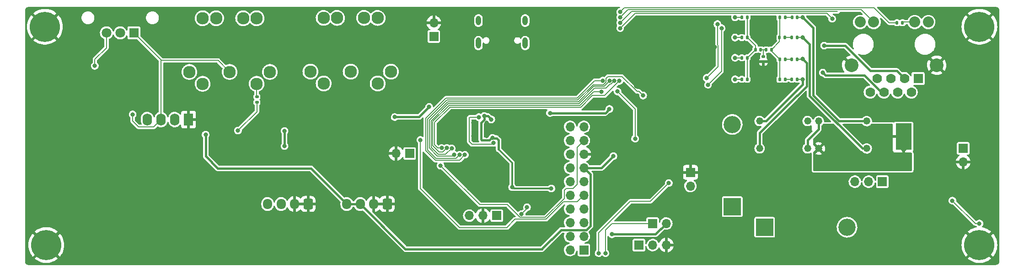
<source format=gbl>
G04 #@! TF.GenerationSoftware,KiCad,Pcbnew,6.0.7-1.fc36*
G04 #@! TF.CreationDate,2023-03-25T12:13:31+11:00*
G04 #@! TF.ProjectId,MOOD-Motherboard-r0.1.1,4d4f4f44-2d4d-46f7-9468-6572626f6172,rev?*
G04 #@! TF.SameCoordinates,Original*
G04 #@! TF.FileFunction,Copper,L2,Bot*
G04 #@! TF.FilePolarity,Positive*
%FSLAX46Y46*%
G04 Gerber Fmt 4.6, Leading zero omitted, Abs format (unit mm)*
G04 Created by KiCad (PCBNEW 6.0.7-1.fc36) date 2023-03-25 12:13:31*
%MOMM*%
%LPD*%
G01*
G04 APERTURE LIST*
G04 Aperture macros list*
%AMRoundRect*
0 Rectangle with rounded corners*
0 $1 Rounding radius*
0 $2 $3 $4 $5 $6 $7 $8 $9 X,Y pos of 4 corners*
0 Add a 4 corners polygon primitive as box body*
4,1,4,$2,$3,$4,$5,$6,$7,$8,$9,$2,$3,0*
0 Add four circle primitives for the rounded corners*
1,1,$1+$1,$2,$3*
1,1,$1+$1,$4,$5*
1,1,$1+$1,$6,$7*
1,1,$1+$1,$8,$9*
0 Add four rect primitives between the rounded corners*
20,1,$1+$1,$2,$3,$4,$5,0*
20,1,$1+$1,$4,$5,$6,$7,0*
20,1,$1+$1,$6,$7,$8,$9,0*
20,1,$1+$1,$8,$9,$2,$3,0*%
G04 Aperture macros list end*
G04 #@! TA.AperFunction,ComponentPad*
%ADD10R,1.750000X2.250000*%
G04 #@! TD*
G04 #@! TA.AperFunction,ComponentPad*
%ADD11O,1.750000X2.250000*%
G04 #@! TD*
G04 #@! TA.AperFunction,ComponentPad*
%ADD12C,5.600000*%
G04 #@! TD*
G04 #@! TA.AperFunction,ComponentPad*
%ADD13R,1.700000X1.700000*%
G04 #@! TD*
G04 #@! TA.AperFunction,ComponentPad*
%ADD14O,1.700000X1.700000*%
G04 #@! TD*
G04 #@! TA.AperFunction,ComponentPad*
%ADD15RoundRect,0.250000X0.600000X0.725000X-0.600000X0.725000X-0.600000X-0.725000X0.600000X-0.725000X0*%
G04 #@! TD*
G04 #@! TA.AperFunction,ComponentPad*
%ADD16O,1.700000X1.950000*%
G04 #@! TD*
G04 #@! TA.AperFunction,ComponentPad*
%ADD17C,2.300000*%
G04 #@! TD*
G04 #@! TA.AperFunction,ComponentPad*
%ADD18R,3.200000X3.200000*%
G04 #@! TD*
G04 #@! TA.AperFunction,ComponentPad*
%ADD19O,3.200000X3.200000*%
G04 #@! TD*
G04 #@! TA.AperFunction,ComponentPad*
%ADD20C,1.320800*%
G04 #@! TD*
G04 #@! TA.AperFunction,ComponentPad*
%ADD21C,0.600000*%
G04 #@! TD*
G04 #@! TA.AperFunction,SMDPad,CuDef*
%ADD22R,2.950000X4.900000*%
G04 #@! TD*
G04 #@! TA.AperFunction,ComponentPad*
%ADD23R,1.800000X1.800000*%
G04 #@! TD*
G04 #@! TA.AperFunction,ComponentPad*
%ADD24C,1.800000*%
G04 #@! TD*
G04 #@! TA.AperFunction,ComponentPad*
%ADD25R,1.778000X1.778000*%
G04 #@! TD*
G04 #@! TA.AperFunction,ComponentPad*
%ADD26C,1.778000*%
G04 #@! TD*
G04 #@! TA.AperFunction,ComponentPad*
%ADD27C,2.032000*%
G04 #@! TD*
G04 #@! TA.AperFunction,ComponentPad*
%ADD28C,2.540000*%
G04 #@! TD*
G04 #@! TA.AperFunction,ComponentPad*
%ADD29O,0.950000X2.050000*%
G04 #@! TD*
G04 #@! TA.AperFunction,ComponentPad*
%ADD30O,0.950000X1.750000*%
G04 #@! TD*
G04 #@! TA.AperFunction,SMDPad,CuDef*
%ADD31RoundRect,0.135000X-0.135000X-0.185000X0.135000X-0.185000X0.135000X0.185000X-0.135000X0.185000X0*%
G04 #@! TD*
G04 #@! TA.AperFunction,SMDPad,CuDef*
%ADD32RoundRect,0.140000X-0.140000X-0.170000X0.140000X-0.170000X0.140000X0.170000X-0.140000X0.170000X0*%
G04 #@! TD*
G04 #@! TA.AperFunction,SMDPad,CuDef*
%ADD33RoundRect,0.140000X0.140000X0.170000X-0.140000X0.170000X-0.140000X-0.170000X0.140000X-0.170000X0*%
G04 #@! TD*
G04 #@! TA.AperFunction,SMDPad,CuDef*
%ADD34RoundRect,0.135000X-0.185000X0.135000X-0.185000X-0.135000X0.185000X-0.135000X0.185000X0.135000X0*%
G04 #@! TD*
G04 #@! TA.AperFunction,SMDPad,CuDef*
%ADD35RoundRect,0.140000X-0.170000X0.140000X-0.170000X-0.140000X0.170000X-0.140000X0.170000X0.140000X0*%
G04 #@! TD*
G04 #@! TA.AperFunction,ViaPad*
%ADD36C,0.800000*%
G04 #@! TD*
G04 #@! TA.AperFunction,Conductor*
%ADD37C,0.203200*%
G04 #@! TD*
G04 #@! TA.AperFunction,Conductor*
%ADD38C,0.406400*%
G04 #@! TD*
G04 #@! TA.AperFunction,Conductor*
%ADD39C,0.304800*%
G04 #@! TD*
G04 APERTURE END LIST*
D10*
X111582500Y-47217500D03*
D11*
X109042500Y-47217500D03*
X106502500Y-47217500D03*
X103962500Y-47217500D03*
D12*
X258000000Y-30000000D03*
D13*
X152525000Y-53500000D03*
D14*
X149985000Y-53500000D03*
D15*
X148370000Y-62882000D03*
D16*
X145870000Y-62882000D03*
X143370000Y-62882000D03*
X140870000Y-62882000D03*
D17*
X111750000Y-38379000D03*
X119200000Y-38379000D03*
X126650000Y-38379000D03*
X114200000Y-40579000D03*
X124200000Y-40579000D03*
X124200000Y-28429000D03*
X114200000Y-28429000D03*
X116700000Y-28429000D03*
X121700000Y-28429000D03*
D13*
X168646800Y-65041600D03*
D14*
X166106800Y-65041600D03*
X163566800Y-65041600D03*
D18*
X218250000Y-67200000D03*
D19*
X233490000Y-67200000D03*
D12*
X258000000Y-70500000D03*
D18*
X212250000Y-63370000D03*
D19*
X212250000Y-48130000D03*
D15*
X133721000Y-62882000D03*
D16*
X131221000Y-62882000D03*
X128721000Y-62882000D03*
X126221000Y-62882000D03*
D13*
X197500000Y-66500000D03*
D14*
X200040000Y-66500000D03*
D13*
X184775000Y-71425000D03*
D14*
X182235000Y-71425000D03*
X184775000Y-68885000D03*
X182235000Y-68885000D03*
X184775000Y-66345000D03*
X182235000Y-66345000D03*
X184775000Y-63805000D03*
X182235000Y-63805000D03*
X184775000Y-61265000D03*
X182235000Y-61265000D03*
X184775000Y-58725000D03*
X182235000Y-58725000D03*
X184775000Y-56185000D03*
X182235000Y-56185000D03*
X184775000Y-53645000D03*
X182235000Y-53645000D03*
X184775000Y-51105000D03*
X182235000Y-51105000D03*
X184775000Y-48565000D03*
X182235000Y-48565000D03*
D17*
X134152000Y-38313000D03*
X141602000Y-38313000D03*
X149052000Y-38313000D03*
X136602000Y-40513000D03*
X146602000Y-40513000D03*
X146602000Y-28363000D03*
X136602000Y-28363000D03*
X139102000Y-28363000D03*
X144102000Y-28363000D03*
D20*
X228250000Y-47500000D03*
X228250000Y-52580000D03*
X237140000Y-52580000D03*
X237140000Y-47500000D03*
D13*
X194975000Y-70500000D03*
D14*
X197515000Y-70500000D03*
X200055000Y-70500000D03*
D13*
X255000000Y-52550000D03*
D14*
X255000000Y-55090000D03*
D13*
X156996600Y-31805800D03*
D14*
X156996600Y-29265800D03*
D21*
X243300000Y-52335000D03*
X244600000Y-51035000D03*
D22*
X243950000Y-50385000D03*
D21*
X244600000Y-52335000D03*
X244600000Y-49735000D03*
X243300000Y-49735000D03*
X243300000Y-51035000D03*
X244600000Y-48435000D03*
X243300000Y-48435000D03*
D13*
X204500000Y-57000000D03*
D14*
X204500000Y-59540000D03*
D23*
X101477000Y-31142000D03*
D24*
X98937000Y-31142000D03*
X96397000Y-31142000D03*
D12*
X85250000Y-70500000D03*
X85000000Y-30000000D03*
D25*
X246660000Y-39600000D03*
D26*
X245390000Y-42140000D03*
X244120000Y-39600000D03*
X242850000Y-42140000D03*
X241580000Y-39600000D03*
X240310000Y-42140000D03*
X239040000Y-39600000D03*
X237770000Y-42140000D03*
D27*
X235915800Y-29135200D03*
X238430400Y-29135200D03*
X246025000Y-29135200D03*
X248539600Y-29135200D03*
D28*
X234341000Y-37136200D03*
X250089000Y-37136200D03*
D13*
X240025000Y-58740000D03*
D14*
X237485000Y-58740000D03*
X234945000Y-58740000D03*
D29*
X173920000Y-33024400D03*
X165270000Y-33024400D03*
D30*
X173920000Y-28854400D03*
X165270000Y-28854400D03*
D20*
X226195000Y-52557774D03*
X226195000Y-47477774D03*
X217305000Y-47477774D03*
X217305000Y-52557774D03*
D31*
X242740000Y-29250000D03*
X243760000Y-29250000D03*
X214005000Y-32005000D03*
X215025000Y-32005000D03*
D32*
X223305000Y-28255000D03*
X224265000Y-28255000D03*
X223285000Y-39755000D03*
X224245000Y-39755000D03*
D33*
X219495000Y-34255000D03*
X218535000Y-34255000D03*
D32*
X223285000Y-36005000D03*
X224245000Y-36005000D03*
D31*
X221005000Y-36005000D03*
X222025000Y-36005000D03*
D32*
X223285000Y-32005000D03*
X224245000Y-32005000D03*
D31*
X214015000Y-28255000D03*
X215035000Y-28255000D03*
X214005000Y-39755000D03*
X215025000Y-39755000D03*
D34*
X124250000Y-42990000D03*
X124250000Y-44010000D03*
D31*
X221005000Y-39755000D03*
X222025000Y-39755000D03*
D32*
X216555000Y-34255000D03*
X217515000Y-34255000D03*
D31*
X220995000Y-32005000D03*
X222015000Y-32005000D03*
D35*
X218015000Y-35525000D03*
X218015000Y-36485000D03*
D31*
X221005000Y-28255000D03*
X222025000Y-28255000D03*
X214005000Y-35755000D03*
X215025000Y-35755000D03*
D36*
X230750000Y-28500000D03*
X192500000Y-31500000D03*
X195500000Y-33000000D03*
X191500000Y-27250000D03*
X191500000Y-29250000D03*
X191500000Y-30250000D03*
X201750000Y-30250000D03*
X166191400Y-31648400D03*
X189750000Y-51250000D03*
X98000000Y-36000000D03*
X117906000Y-34036000D03*
X171662073Y-52070001D03*
X259383450Y-63750000D03*
X197250000Y-39250000D03*
X166747000Y-50250000D03*
X154222000Y-44800000D03*
X87884000Y-51435000D03*
X196250000Y-64000000D03*
X163397400Y-42392600D03*
X204250000Y-52000000D03*
X177500000Y-48500000D03*
X209000000Y-33750000D03*
X253312500Y-51250000D03*
X151250000Y-57000000D03*
X187250000Y-58250000D03*
X173252600Y-34950400D03*
X195500000Y-29000000D03*
X162025800Y-40487600D03*
X158469800Y-50190400D03*
X165172000Y-39650000D03*
X206750000Y-38750000D03*
X203750000Y-41500000D03*
X112699000Y-32639000D03*
X145846000Y-32893000D03*
X151713400Y-48818800D03*
X193000000Y-61000000D03*
X192500000Y-36000000D03*
X163577400Y-59998800D03*
X166224300Y-57476149D03*
X196500000Y-58250000D03*
X183666600Y-37592000D03*
X125145000Y-33274000D03*
X178750000Y-62250000D03*
X170377400Y-61698800D03*
X156000000Y-55250000D03*
X166747000Y-47850000D03*
X165886600Y-35306000D03*
X168477400Y-59098800D03*
X178000000Y-58000000D03*
X137718000Y-56769000D03*
X248500000Y-53000000D03*
X164347000Y-50250000D03*
X154202600Y-31800800D03*
X163346600Y-34772600D03*
X94309400Y-30937200D03*
X177947000Y-39575000D03*
X147250000Y-46000000D03*
X104000000Y-35500000D03*
X156234600Y-72796400D03*
X137718000Y-33401000D03*
X253062500Y-48250000D03*
X162750000Y-55500000D03*
X171474600Y-35382200D03*
X154772000Y-35950000D03*
X158012600Y-36779200D03*
X194500000Y-41000000D03*
X189000000Y-35000000D03*
X114000000Y-45250000D03*
X186250000Y-45000000D03*
X164347000Y-47850000D03*
X218500000Y-28500000D03*
X86233000Y-39624000D03*
X129363000Y-52137000D03*
X156133000Y-44867000D03*
X178750000Y-60000000D03*
X149750000Y-46750000D03*
X167647000Y-47200000D03*
X129363000Y-49337000D03*
X166367573Y-46570460D03*
X171500000Y-59750000D03*
X167854408Y-50604408D03*
X168008184Y-51536263D03*
X165322000Y-46775000D03*
X158250000Y-55750000D03*
X225265000Y-32005000D03*
X225265000Y-28255000D03*
X225265000Y-39755000D03*
X225255000Y-35995000D03*
X188000000Y-42038500D03*
X159381582Y-52491791D03*
X190433203Y-40000000D03*
X160305866Y-52555866D03*
X191358893Y-40038803D03*
X158455120Y-52500418D03*
X189506700Y-40000000D03*
X160750000Y-53750000D03*
X194250000Y-50750000D03*
X162750000Y-53750000D03*
X188250000Y-40000000D03*
X191000000Y-42000000D03*
X195750000Y-42750000D03*
X161750000Y-53750000D03*
X188750000Y-72000000D03*
X187500000Y-72000000D03*
X200505000Y-59000000D03*
X173250000Y-64750000D03*
X174250000Y-63500000D03*
X154500000Y-51000000D03*
X190000000Y-68500000D03*
X178500000Y-46000000D03*
X189500000Y-45250000D03*
X101250000Y-46250000D03*
X190250000Y-54000000D03*
X114750000Y-50000000D03*
X191500000Y-28250000D03*
X212765000Y-39755000D03*
X212765000Y-35755000D03*
X212765000Y-32005000D03*
X212765000Y-28255000D03*
X258000000Y-66500000D03*
X253000000Y-62250000D03*
X94250000Y-37250000D03*
X120750000Y-49250000D03*
X209500000Y-29500000D03*
X207500000Y-39500000D03*
X207750000Y-40750000D03*
X210250000Y-30250000D03*
X239500000Y-54750000D03*
X232250000Y-53250000D03*
X229250000Y-33500000D03*
X229000000Y-38500000D03*
D37*
X194259400Y-27490600D02*
X229740600Y-27490600D01*
X229740600Y-27490600D02*
X230750000Y-28500000D01*
X191500000Y-30250000D02*
X194259400Y-27490600D01*
X191500000Y-29250000D02*
X193589600Y-27160400D01*
X193589600Y-27160400D02*
X231750000Y-27160400D01*
X191500000Y-28250000D02*
X192919800Y-26830200D01*
X192919800Y-26830200D02*
X236125400Y-26830200D01*
X236125400Y-26830200D02*
X238430400Y-29135200D01*
X191500000Y-27250000D02*
X192250000Y-26500000D01*
X192250000Y-26500000D02*
X238500000Y-26500000D01*
X238500000Y-26500000D02*
X241250000Y-29250000D01*
D38*
X229250000Y-33500000D02*
X233143701Y-33500000D01*
X233143701Y-33500000D02*
X237838369Y-38194668D01*
X237838369Y-38194668D02*
X242714668Y-38194668D01*
X242714668Y-38194668D02*
X244120000Y-39600000D01*
X240310000Y-42140000D02*
X239855790Y-42140000D01*
X239855790Y-42140000D02*
X236722893Y-39007103D01*
X236722893Y-39007103D02*
X229507103Y-39007103D01*
X229507103Y-39007103D02*
X229000000Y-38500000D01*
X129363000Y-52137000D02*
X129363000Y-49337000D01*
X168597000Y-50650000D02*
X167622000Y-50650000D01*
X169000000Y-51053000D02*
X168597000Y-50650000D01*
D39*
X171500000Y-59750000D02*
X171500000Y-55250000D01*
D38*
X156133000Y-44867000D02*
X154250000Y-46750000D01*
X169000000Y-52750000D02*
X169000000Y-51053000D01*
X165872000Y-51000000D02*
X165722000Y-50850000D01*
X166367573Y-47196768D02*
X166367573Y-46570460D01*
X167017460Y-46570460D02*
X166367573Y-46570460D01*
X165722000Y-47842341D02*
X166367573Y-47196768D01*
D39*
X178750000Y-60000000D02*
X171750000Y-60000000D01*
D38*
X167272000Y-51000000D02*
X165872000Y-51000000D01*
X167622000Y-50650000D02*
X167272000Y-51000000D01*
D39*
X171750000Y-60000000D02*
X171500000Y-59750000D01*
X171500000Y-55250000D02*
X169000000Y-52750000D01*
D38*
X167017460Y-46570460D02*
X167647000Y-47200000D01*
X165722000Y-50850000D02*
X165722000Y-47842341D01*
X154250000Y-46750000D02*
X149750000Y-46750000D01*
D37*
X164072000Y-51825000D02*
X167719447Y-51825000D01*
X165322000Y-46775000D02*
X163672000Y-46775000D01*
X163547000Y-51300000D02*
X164072000Y-51825000D01*
X163672000Y-46775000D02*
X163547000Y-46900000D01*
X163547000Y-46900000D02*
X163547000Y-51300000D01*
X167719447Y-51825000D02*
X168008184Y-51536263D01*
D38*
X228250000Y-49000000D02*
X226195000Y-51055000D01*
X228250000Y-47500000D02*
X228250000Y-49000000D01*
X226195000Y-51055000D02*
X226195000Y-52557774D01*
D37*
X183500000Y-52380000D02*
X183500000Y-54750000D01*
X172989625Y-65378600D02*
X170611025Y-63000000D01*
X182750000Y-60000000D02*
X181500000Y-60000000D01*
X184775000Y-51105000D02*
X183500000Y-52380000D01*
X181156400Y-61843600D02*
X177621400Y-65378600D01*
X183500000Y-59250000D02*
X182750000Y-60000000D01*
X170611025Y-63000000D02*
X165500000Y-63000000D01*
X183500000Y-54750000D02*
X183500000Y-59250000D01*
X181156400Y-60343600D02*
X181156400Y-61843600D01*
X177621400Y-65378600D02*
X172989625Y-65378600D01*
X181500000Y-60000000D02*
X181156400Y-60343600D01*
X165500000Y-63000000D02*
X158250000Y-55750000D01*
X224245000Y-32005000D02*
X225265000Y-32005000D01*
D38*
X236330000Y-52580000D02*
X237140000Y-52580000D01*
X225265000Y-32005000D02*
X226533400Y-33273400D01*
X226533400Y-33273400D02*
X226533400Y-42783400D01*
X226533400Y-42783400D02*
X236330000Y-52580000D01*
X227250000Y-30240000D02*
X225265000Y-28255000D01*
X227250000Y-42745658D02*
X227250000Y-30240000D01*
X237140000Y-47500000D02*
X232004342Y-47500000D01*
D37*
X225265000Y-28255000D02*
X224265000Y-28255000D01*
D38*
X232004342Y-47500000D02*
X227250000Y-42745658D01*
X225265000Y-39755000D02*
X225265000Y-40735000D01*
X225265000Y-40735000D02*
X218522226Y-47477774D01*
D37*
X224245000Y-39755000D02*
X225265000Y-39755000D01*
D38*
X218522226Y-47477774D02*
X217305000Y-47477774D01*
X222500000Y-44500000D02*
X217305000Y-49695000D01*
D37*
X224245000Y-36005000D02*
X225245000Y-36005000D01*
X225245000Y-36005000D02*
X225255000Y-35995000D01*
D38*
X225255000Y-35995000D02*
X226000000Y-36740000D01*
X226000000Y-36740000D02*
X226000000Y-41000000D01*
X217305000Y-49695000D02*
X217305000Y-52557774D01*
X226000000Y-41000000D02*
X222500000Y-44500000D01*
D37*
X159381582Y-52491791D02*
X158623373Y-53250000D01*
X156820800Y-47580122D02*
X159830122Y-44570800D01*
X184047092Y-44570800D02*
X186579392Y-42038500D01*
X156820800Y-52070800D02*
X156820800Y-47580122D01*
X158000000Y-53250000D02*
X156820800Y-52070800D01*
X186579392Y-42038500D02*
X188000000Y-42038500D01*
X159830122Y-44570800D02*
X184047092Y-44570800D01*
X158623373Y-53250000D02*
X158000000Y-53250000D01*
X159191932Y-53669800D02*
X157797174Y-53669800D01*
X188839600Y-41410400D02*
X189621400Y-40628600D01*
X159693348Y-44240600D02*
X183910319Y-44240600D01*
X156490600Y-52363226D02*
X156490600Y-47443348D01*
X157797174Y-53669800D02*
X156490600Y-52363226D01*
X186740522Y-41410400D02*
X188839600Y-41410400D01*
X183910319Y-44240600D02*
X186740522Y-41410400D01*
X160305866Y-52555866D02*
X159191932Y-53669800D01*
X189804603Y-40628600D02*
X190433203Y-40000000D01*
X156490600Y-47443348D02*
X159693348Y-44240600D01*
X189621400Y-40628600D02*
X189804603Y-40628600D01*
X158455120Y-52500418D02*
X157750418Y-52500418D01*
X159966896Y-44901000D02*
X184183865Y-44901000D01*
X188647696Y-42750000D02*
X191358893Y-40038803D01*
X157750418Y-52500418D02*
X157151000Y-51901000D01*
X157151000Y-51901000D02*
X157151000Y-47716896D01*
X157151000Y-47716896D02*
X159966896Y-44901000D01*
X186334866Y-42750000D02*
X188647696Y-42750000D01*
X184183865Y-44901000D02*
X186334866Y-42750000D01*
X186603748Y-41080200D02*
X188525749Y-41080200D01*
X156160400Y-52500000D02*
X156160400Y-47306574D01*
X160750000Y-53750000D02*
X160500000Y-54000000D01*
X189208800Y-40397149D02*
X189208800Y-40297900D01*
X156160400Y-47306574D02*
X159556574Y-43910400D01*
X159556574Y-43910400D02*
X183773546Y-43910400D01*
X160500000Y-54000000D02*
X157660400Y-54000000D01*
X188525749Y-41080200D02*
X189208800Y-40397149D01*
X183773546Y-43910400D02*
X186603748Y-41080200D01*
X189208800Y-40297900D02*
X189506700Y-40000000D01*
X157660400Y-54000000D02*
X156160400Y-52500000D01*
X186750000Y-40000000D02*
X183500000Y-43250000D01*
X194250000Y-50750000D02*
X194250000Y-45250000D01*
X161750000Y-54750000D02*
X162750000Y-53750000D01*
X159250000Y-43250000D02*
X155500000Y-47000000D01*
X194250000Y-45250000D02*
X191000000Y-42000000D01*
X157250000Y-54750000D02*
X161750000Y-54750000D01*
X183500000Y-43250000D02*
X159250000Y-43250000D01*
X155500000Y-47000000D02*
X155500000Y-53000000D01*
X188250000Y-40000000D02*
X186750000Y-40000000D01*
X155500000Y-53000000D02*
X157250000Y-54750000D01*
X183636773Y-43580200D02*
X159419800Y-43580200D01*
X188878600Y-39621400D02*
X188878600Y-40260375D01*
X159419800Y-43580200D02*
X155830200Y-47169800D01*
X195750000Y-42750000D02*
X194989625Y-41989625D01*
X194989625Y-41989625D02*
X194600650Y-41989625D01*
X161080200Y-54419800D02*
X161750000Y-53750000D01*
X155830200Y-47169800D02*
X155830200Y-52863226D01*
X157386774Y-54419800D02*
X161080200Y-54419800D01*
X194600650Y-41989625D02*
X191861025Y-39250000D01*
X189250000Y-39250000D02*
X188878600Y-39621400D01*
X188878600Y-40260375D02*
X188388975Y-40750000D01*
X188388975Y-40750000D02*
X186466974Y-40750000D01*
X186466974Y-40750000D02*
X183636773Y-43580200D01*
X155830200Y-52863226D02*
X157386774Y-54419800D01*
X191861025Y-39250000D02*
X189250000Y-39250000D01*
X197500000Y-66500000D02*
X190000000Y-66500000D01*
X188750000Y-67750000D02*
X188750000Y-72000000D01*
X190000000Y-66500000D02*
X188750000Y-67750000D01*
X200505000Y-59000000D02*
X197126400Y-62378600D01*
X187500000Y-68250000D02*
X187500000Y-72000000D01*
X197126400Y-62378600D02*
X193371400Y-62378600D01*
X193371400Y-62378600D02*
X187500000Y-68250000D01*
X173250000Y-64750000D02*
X174250000Y-63750000D01*
X174250000Y-63750000D02*
X174250000Y-63500000D01*
X154500000Y-60000000D02*
X161750000Y-67250000D01*
X184775000Y-61265000D02*
X183540000Y-62500000D01*
X161750000Y-67250000D02*
X170500000Y-67250000D01*
X181000000Y-62500000D02*
X177791200Y-65708800D01*
X172041200Y-65708800D02*
X170500000Y-67250000D01*
X154500000Y-51000000D02*
X154500000Y-60000000D01*
X183540000Y-62500000D02*
X181000000Y-62500000D01*
X177791200Y-65708800D02*
X172041200Y-65708800D01*
X220995000Y-32005000D02*
X220995000Y-32755000D01*
X221005000Y-36005000D02*
X221005000Y-39755000D01*
X221005000Y-28255000D02*
X221005000Y-31995000D01*
X219495000Y-34495000D02*
X221005000Y-36005000D01*
X220995000Y-32755000D02*
X219495000Y-34255000D01*
X221005000Y-31995000D02*
X220995000Y-32005000D01*
X219495000Y-34255000D02*
X219495000Y-34495000D01*
X217515000Y-34255000D02*
X218015000Y-34255000D01*
X218015000Y-34255000D02*
X218535000Y-34255000D01*
X218015000Y-34255000D02*
X218015000Y-35525000D01*
X223285000Y-39755000D02*
X222025000Y-39755000D01*
X223285000Y-36005000D02*
X222025000Y-36005000D01*
X223285000Y-32005000D02*
X222015000Y-32005000D01*
X223305000Y-28255000D02*
X222025000Y-28255000D01*
X216555000Y-34255000D02*
X216555000Y-33535000D01*
X215035000Y-31995000D02*
X215025000Y-32005000D01*
X216555000Y-33535000D02*
X215025000Y-32005000D01*
X216525000Y-34255000D02*
X215025000Y-35755000D01*
X216555000Y-34255000D02*
X216525000Y-34255000D01*
X215035000Y-28255000D02*
X215035000Y-31995000D01*
X215025000Y-39755000D02*
X215025000Y-35755000D01*
D38*
X198040000Y-68500000D02*
X200040000Y-66500000D01*
X190000000Y-68500000D02*
X198040000Y-68500000D01*
X178500000Y-46000000D02*
X188750000Y-46000000D01*
X189500000Y-45250000D02*
X188750000Y-46000000D01*
D37*
X101250000Y-46250000D02*
X101250000Y-47500000D01*
X106502500Y-47217500D02*
X106502500Y-36252500D01*
X101250000Y-47500000D02*
X102321100Y-48571100D01*
X106502500Y-36252500D02*
X106502500Y-36167500D01*
X105148900Y-48571100D02*
X106502500Y-47217500D01*
X106502500Y-36167500D02*
X101477000Y-31142000D01*
X119200000Y-38379000D02*
X117073500Y-36252500D01*
X102321100Y-48571100D02*
X105148900Y-48571100D01*
X117073500Y-36252500D02*
X106502500Y-36252500D01*
D38*
X177040000Y-71250000D02*
X177040000Y-71210000D01*
X140870000Y-62882000D02*
X143370000Y-62882000D01*
X186000000Y-57410000D02*
X184775000Y-56185000D01*
X185263855Y-67704800D02*
X186000000Y-66968655D01*
X134238000Y-56250000D02*
X140564672Y-62576672D01*
X114750000Y-50000000D02*
X114750000Y-54000000D01*
X117000000Y-56250000D02*
X134238000Y-56250000D01*
X177040000Y-71210000D02*
X180545200Y-67704800D01*
X114750000Y-54000000D02*
X117000000Y-56250000D01*
X190250000Y-54000000D02*
X188065000Y-56185000D01*
X188065000Y-56185000D02*
X184775000Y-56185000D01*
X186000000Y-66968655D02*
X186000000Y-57410000D01*
X143370000Y-62882000D02*
X151738000Y-71250000D01*
X151738000Y-71250000D02*
X177040000Y-71250000D01*
X180545200Y-67704800D02*
X185263855Y-67704800D01*
D37*
X243760000Y-29250000D02*
X243874800Y-29135200D01*
X243874800Y-29135200D02*
X246025000Y-29135200D01*
X242740000Y-29250000D02*
X241250000Y-29250000D01*
X212765000Y-39755000D02*
X214005000Y-39755000D01*
X212765000Y-35755000D02*
X214005000Y-35755000D01*
X212765000Y-32005000D02*
X214005000Y-32005000D01*
X212765000Y-28255000D02*
X214015000Y-28255000D01*
X257250000Y-66500000D02*
X258000000Y-66500000D01*
X253000000Y-62250000D02*
X257250000Y-66500000D01*
X94250000Y-37250000D02*
X94250000Y-36044000D01*
X96397000Y-33897000D02*
X96397000Y-31142000D01*
X94250000Y-36044000D02*
X96397000Y-33897000D01*
X124200000Y-42940000D02*
X124200000Y-40579000D01*
X124250000Y-42990000D02*
X124200000Y-42940000D01*
X124250000Y-45750000D02*
X120750000Y-49250000D01*
X124250000Y-44010000D02*
X124250000Y-45750000D01*
X209628600Y-33489625D02*
X209500000Y-33361025D01*
X207500000Y-39500000D02*
X209628600Y-37371400D01*
X209500000Y-33361025D02*
X209500000Y-29500000D01*
X209628600Y-37371400D02*
X209628600Y-33489625D01*
X207750000Y-40750000D02*
X210250000Y-38250000D01*
X210250000Y-38250000D02*
X210250000Y-35250000D01*
X210250000Y-35250000D02*
X210250000Y-30250000D01*
G04 #@! TA.AperFunction,Conductor*
G36*
X231046804Y-48020002D02*
G01*
X231067775Y-48036903D01*
X235920180Y-52889308D01*
X235927800Y-52898845D01*
X235928169Y-52898531D01*
X235933984Y-52905364D01*
X235938776Y-52912958D01*
X235974535Y-52944539D01*
X235979116Y-52948585D01*
X235984803Y-52953931D01*
X235996255Y-52965383D01*
X235999846Y-52968074D01*
X235999848Y-52968076D01*
X236004630Y-52971660D01*
X236012473Y-52978045D01*
X236047951Y-53009378D01*
X236056078Y-53013194D01*
X236058534Y-53014807D01*
X236073537Y-53023823D01*
X236076115Y-53025234D01*
X236083296Y-53030616D01*
X236127633Y-53047237D01*
X236136948Y-53051162D01*
X236179800Y-53071281D01*
X236188675Y-53072663D01*
X236191502Y-53073527D01*
X236208379Y-53077955D01*
X236211272Y-53078591D01*
X236219685Y-53081745D01*
X236255658Y-53084418D01*
X236322105Y-53109413D01*
X236345060Y-53131805D01*
X236441972Y-53254078D01*
X236446665Y-53258072D01*
X236446666Y-53258073D01*
X236569957Y-53363001D01*
X236586195Y-53376821D01*
X236751512Y-53469214D01*
X236931627Y-53527736D01*
X237119678Y-53550160D01*
X237125813Y-53549688D01*
X237125815Y-53549688D01*
X237302362Y-53536104D01*
X237302366Y-53536103D01*
X237308504Y-53535631D01*
X237314436Y-53533975D01*
X237314440Y-53533974D01*
X237399707Y-53510167D01*
X237490911Y-53484702D01*
X237659952Y-53399313D01*
X237684895Y-53379826D01*
X237804327Y-53286515D01*
X237804328Y-53286514D01*
X237809188Y-53282717D01*
X237932935Y-53139354D01*
X237937223Y-53131807D01*
X238006772Y-53009378D01*
X238026480Y-52974686D01*
X238058088Y-52879669D01*
X241967001Y-52879669D01*
X241967371Y-52886490D01*
X241972895Y-52937352D01*
X241976521Y-52952604D01*
X242021676Y-53073054D01*
X242030214Y-53088649D01*
X242106715Y-53190724D01*
X242119276Y-53203285D01*
X242221351Y-53279786D01*
X242236946Y-53288324D01*
X242357394Y-53333478D01*
X242372649Y-53337105D01*
X242423514Y-53342631D01*
X242430328Y-53343000D01*
X243677885Y-53343000D01*
X243693124Y-53338525D01*
X243694329Y-53337135D01*
X243696000Y-53329452D01*
X243696000Y-53108326D01*
X243688469Y-53082679D01*
X243029885Y-52424095D01*
X242995859Y-52361783D01*
X242997694Y-52336131D01*
X243664408Y-52336131D01*
X243664539Y-52337966D01*
X243668789Y-52344578D01*
X243683191Y-52358980D01*
X243693276Y-52364487D01*
X243696000Y-52357184D01*
X243696000Y-52353674D01*
X244204000Y-52353674D01*
X244207237Y-52364699D01*
X244214328Y-52361461D01*
X244227979Y-52347811D01*
X244235592Y-52333869D01*
X244235461Y-52332034D01*
X244231211Y-52325422D01*
X244216809Y-52311020D01*
X244206724Y-52305513D01*
X244204000Y-52312816D01*
X244204000Y-52353674D01*
X243696000Y-52353674D01*
X243696000Y-52316326D01*
X243692763Y-52305301D01*
X243685672Y-52308539D01*
X243672021Y-52322189D01*
X243664408Y-52336131D01*
X242997694Y-52336131D01*
X243000924Y-52290968D01*
X243029885Y-52245905D01*
X243300000Y-51975790D01*
X243577977Y-51697812D01*
X243585591Y-51683868D01*
X243585460Y-51682033D01*
X243581212Y-51675423D01*
X242941921Y-51036131D01*
X243664408Y-51036131D01*
X243664539Y-51037966D01*
X243668789Y-51044578D01*
X243683191Y-51058980D01*
X243693276Y-51064487D01*
X243696000Y-51057184D01*
X243696000Y-51053674D01*
X244204000Y-51053674D01*
X244207237Y-51064699D01*
X244214328Y-51061461D01*
X244227979Y-51047811D01*
X244235592Y-51033869D01*
X244235461Y-51032034D01*
X244231211Y-51025422D01*
X244216809Y-51011020D01*
X244206724Y-51005513D01*
X244204000Y-51012816D01*
X244204000Y-51053674D01*
X243696000Y-51053674D01*
X243696000Y-51016326D01*
X243692763Y-51005301D01*
X243685672Y-51008539D01*
X243672021Y-51022189D01*
X243664408Y-51036131D01*
X242941921Y-51036131D01*
X242940790Y-51035000D01*
X242557600Y-50651811D01*
X242540066Y-50642237D01*
X243270301Y-50642237D01*
X243273539Y-50649328D01*
X243287189Y-50662979D01*
X243301131Y-50670592D01*
X243302966Y-50670461D01*
X243309578Y-50666211D01*
X243323980Y-50651809D01*
X243329487Y-50641724D01*
X243322184Y-50639000D01*
X243281326Y-50639000D01*
X243270301Y-50642237D01*
X242540066Y-50642237D01*
X242534138Y-50639000D01*
X241985116Y-50639000D01*
X241969877Y-50643475D01*
X241968672Y-50644865D01*
X241967001Y-50652548D01*
X241967001Y-52879669D01*
X238058088Y-52879669D01*
X238086259Y-52794985D01*
X238105196Y-52645085D01*
X238109553Y-52610597D01*
X238109554Y-52610588D01*
X238109995Y-52607094D01*
X238110373Y-52580000D01*
X238091892Y-52391520D01*
X238083795Y-52364699D01*
X238038936Y-52216120D01*
X238037155Y-52210220D01*
X237948244Y-52043004D01*
X237893426Y-51975790D01*
X237832443Y-51901017D01*
X237832440Y-51901014D01*
X237828548Y-51896242D01*
X237777075Y-51853659D01*
X237687374Y-51779452D01*
X237687375Y-51779452D01*
X237682626Y-51775524D01*
X237677209Y-51772595D01*
X237677206Y-51772593D01*
X237521455Y-51688379D01*
X237521450Y-51688377D01*
X237516035Y-51685449D01*
X237473199Y-51672189D01*
X237341008Y-51631269D01*
X237341005Y-51631268D01*
X237335121Y-51629447D01*
X237328996Y-51628803D01*
X237328995Y-51628803D01*
X237152902Y-51610295D01*
X237152901Y-51610295D01*
X237146774Y-51609651D01*
X237067232Y-51616890D01*
X236964309Y-51626256D01*
X236964306Y-51626257D01*
X236958170Y-51626815D01*
X236952264Y-51628553D01*
X236952260Y-51628554D01*
X236820832Y-51667236D01*
X236776492Y-51680286D01*
X236608659Y-51768027D01*
X236603859Y-51771887D01*
X236603858Y-51771887D01*
X236490833Y-51862761D01*
X236425210Y-51889857D01*
X236355356Y-51877174D01*
X236322786Y-51853659D01*
X234855257Y-50386130D01*
X244314408Y-50386130D01*
X244314540Y-50387966D01*
X244318789Y-50394578D01*
X244587189Y-50662979D01*
X244601132Y-50670592D01*
X244602966Y-50670461D01*
X244609579Y-50666210D01*
X244877981Y-50397808D01*
X244885592Y-50383870D01*
X244885460Y-50382034D01*
X244881211Y-50375422D01*
X244612811Y-50107021D01*
X244598868Y-50099408D01*
X244597034Y-50099539D01*
X244590421Y-50103790D01*
X244322019Y-50372192D01*
X244314408Y-50386130D01*
X234855257Y-50386130D01*
X232692722Y-48223595D01*
X232658696Y-48161283D01*
X232663761Y-48090468D01*
X232706308Y-48033632D01*
X232772828Y-48008821D01*
X232781817Y-48008500D01*
X236249826Y-48008500D01*
X236317947Y-48028502D01*
X236348572Y-48056236D01*
X236438143Y-48169248D01*
X236438147Y-48169253D01*
X236441972Y-48174078D01*
X236446665Y-48178072D01*
X236446666Y-48178073D01*
X236578680Y-48290425D01*
X236586195Y-48296821D01*
X236751512Y-48389214D01*
X236931627Y-48447736D01*
X237119678Y-48470160D01*
X237125813Y-48469688D01*
X237125815Y-48469688D01*
X237302362Y-48456104D01*
X237302366Y-48456103D01*
X237308504Y-48455631D01*
X237314436Y-48453975D01*
X237314440Y-48453974D01*
X237416704Y-48425421D01*
X237490911Y-48404702D01*
X237659952Y-48319313D01*
X237684895Y-48299826D01*
X237804327Y-48206515D01*
X237804328Y-48206514D01*
X237809188Y-48202717D01*
X237909966Y-48085964D01*
X237928911Y-48064016D01*
X237928911Y-48064015D01*
X237932935Y-48059354D01*
X237935979Y-48053996D01*
X237936419Y-48053372D01*
X237992030Y-48009236D01*
X238039381Y-48000000D01*
X241841000Y-48000000D01*
X241909121Y-48020002D01*
X241955614Y-48073658D01*
X241967000Y-48126000D01*
X241967000Y-50112885D01*
X241971475Y-50128124D01*
X241972865Y-50129329D01*
X241980548Y-50131000D01*
X242526674Y-50131000D01*
X242535951Y-50128276D01*
X243270513Y-50128276D01*
X243277816Y-50131000D01*
X243318674Y-50131000D01*
X243329699Y-50127763D01*
X243326461Y-50120672D01*
X243312811Y-50107021D01*
X243298869Y-50099408D01*
X243297034Y-50099539D01*
X243290422Y-50103789D01*
X243276020Y-50118191D01*
X243270513Y-50128276D01*
X242535951Y-50128276D01*
X242552319Y-50123470D01*
X242939658Y-49736132D01*
X243664408Y-49736132D01*
X243664539Y-49737966D01*
X243668790Y-49744579D01*
X243937192Y-50012981D01*
X243951130Y-50020592D01*
X243952966Y-50020460D01*
X243959578Y-50016211D01*
X244227979Y-49747811D01*
X244235592Y-49733868D01*
X244235461Y-49732034D01*
X244231210Y-49725421D01*
X243962808Y-49457019D01*
X243948870Y-49449408D01*
X243947034Y-49449540D01*
X243940422Y-49453789D01*
X243672021Y-49722189D01*
X243664408Y-49736132D01*
X242939658Y-49736132D01*
X243300000Y-49375790D01*
X243577978Y-49097811D01*
X243584355Y-49086132D01*
X243854452Y-49086132D01*
X243854583Y-49087965D01*
X243858834Y-49094580D01*
X243937188Y-49172934D01*
X243951132Y-49180548D01*
X243952965Y-49180417D01*
X243959580Y-49176166D01*
X244037934Y-49097812D01*
X244045548Y-49083868D01*
X244045417Y-49082035D01*
X244041166Y-49075420D01*
X243962812Y-48997066D01*
X243948868Y-48989452D01*
X243947035Y-48989583D01*
X243940420Y-48993834D01*
X243862066Y-49072188D01*
X243854452Y-49086132D01*
X243584355Y-49086132D01*
X243585591Y-49083868D01*
X243585460Y-49082033D01*
X243581210Y-49075420D01*
X243029885Y-48524095D01*
X242995859Y-48461783D01*
X242997694Y-48436132D01*
X243664408Y-48436132D01*
X243664539Y-48437966D01*
X243668790Y-48444579D01*
X243937192Y-48712981D01*
X243951130Y-48720592D01*
X243952966Y-48720460D01*
X243959578Y-48716211D01*
X244227979Y-48447811D01*
X244235592Y-48433868D01*
X244235461Y-48432034D01*
X244231210Y-48425421D01*
X243962808Y-48157019D01*
X243948870Y-48149408D01*
X243947034Y-48149540D01*
X243940422Y-48153789D01*
X243672021Y-48422189D01*
X243664408Y-48436132D01*
X242997694Y-48436132D01*
X243000924Y-48390968D01*
X243029885Y-48345905D01*
X243375790Y-48000000D01*
X244524210Y-48000000D01*
X244870115Y-48345905D01*
X244904141Y-48408217D01*
X244899076Y-48479032D01*
X244870115Y-48524095D01*
X244600000Y-48794210D01*
X244322023Y-49072188D01*
X244314409Y-49086132D01*
X244314540Y-49087967D01*
X244318788Y-49094577D01*
X244600000Y-49375790D01*
X245290137Y-50065926D01*
X245324162Y-50128238D01*
X245319097Y-50199054D01*
X245290137Y-50244116D01*
X245199627Y-50334627D01*
X245162062Y-50372192D01*
X245154451Y-50386130D01*
X245154583Y-50387966D01*
X245158832Y-50394578D01*
X245290137Y-50525883D01*
X245324163Y-50588195D01*
X245319098Y-50659010D01*
X245290137Y-50704074D01*
X244600000Y-51394210D01*
X244322022Y-51672189D01*
X244314409Y-51686132D01*
X244314540Y-51687967D01*
X244318790Y-51694580D01*
X244870115Y-52245905D01*
X244904141Y-52308217D01*
X244899076Y-52379032D01*
X244870115Y-52424095D01*
X244600000Y-52694210D01*
X244216812Y-53077399D01*
X244204000Y-53100861D01*
X244204000Y-53324884D01*
X244208475Y-53340123D01*
X244209865Y-53341328D01*
X244217548Y-53342999D01*
X245374000Y-53342999D01*
X245442121Y-53363001D01*
X245488614Y-53416657D01*
X245500000Y-53468999D01*
X245500000Y-56624000D01*
X245479998Y-56692121D01*
X245426342Y-56738614D01*
X245374000Y-56750000D01*
X227376000Y-56750000D01*
X227307879Y-56729998D01*
X227261386Y-56676342D01*
X227250000Y-56624000D01*
X227250000Y-53564843D01*
X227629517Y-53564843D01*
X227639399Y-53577332D01*
X227685295Y-53607999D01*
X227695405Y-53613489D01*
X227882091Y-53693695D01*
X227893034Y-53697250D01*
X228091203Y-53742092D01*
X228102613Y-53743594D01*
X228305643Y-53751571D01*
X228317125Y-53750969D01*
X228518212Y-53721814D01*
X228529395Y-53719129D01*
X228721795Y-53653818D01*
X228732310Y-53649136D01*
X228862409Y-53576277D01*
X228872273Y-53566200D01*
X228869318Y-53558528D01*
X228262812Y-52952022D01*
X228248868Y-52944408D01*
X228247035Y-52944539D01*
X228240420Y-52948790D01*
X227635713Y-53553497D01*
X227629517Y-53564843D01*
X227250000Y-53564843D01*
X227250000Y-53288936D01*
X227251482Y-53288936D01*
X227251481Y-53241107D01*
X227283283Y-53187507D01*
X227877978Y-52592812D01*
X227884356Y-52581132D01*
X228614408Y-52581132D01*
X228614539Y-52582965D01*
X228618790Y-52589580D01*
X229224613Y-53195403D01*
X229236993Y-53202163D01*
X229243573Y-53197237D01*
X229319136Y-53062310D01*
X229323818Y-53051795D01*
X229389129Y-52859395D01*
X229391814Y-52848212D01*
X229421265Y-52645085D01*
X229421895Y-52637702D01*
X229423309Y-52583704D01*
X229423066Y-52576305D01*
X229404286Y-52371921D01*
X229402188Y-52360600D01*
X229347038Y-52165053D01*
X229342913Y-52154306D01*
X229253048Y-51972078D01*
X229248538Y-51964719D01*
X229238027Y-51956830D01*
X229225608Y-51963602D01*
X228622022Y-52567188D01*
X228614408Y-52581132D01*
X227884356Y-52581132D01*
X227885592Y-52578868D01*
X227885461Y-52577035D01*
X227881210Y-52570420D01*
X227285356Y-51974566D01*
X227251330Y-51912254D01*
X227250000Y-51887434D01*
X227250000Y-51594607D01*
X227628719Y-51594607D01*
X227632206Y-51602996D01*
X228237188Y-52207978D01*
X228251132Y-52215592D01*
X228252965Y-52215461D01*
X228259580Y-52211210D01*
X228864073Y-51606717D01*
X228870833Y-51594337D01*
X228864803Y-51586282D01*
X228787595Y-51537567D01*
X228777352Y-51532348D01*
X228588628Y-51457055D01*
X228577601Y-51453788D01*
X228378321Y-51414149D01*
X228366875Y-51412946D01*
X228163718Y-51410287D01*
X228152238Y-51411190D01*
X227951997Y-51445598D01*
X227940877Y-51448578D01*
X227750252Y-51518903D01*
X227739874Y-51523853D01*
X227638317Y-51584274D01*
X227628719Y-51594607D01*
X227250000Y-51594607D01*
X227250000Y-50771317D01*
X227270002Y-50703196D01*
X227286905Y-50682222D01*
X228559304Y-49409823D01*
X228568844Y-49402200D01*
X228568530Y-49401832D01*
X228575366Y-49396014D01*
X228582958Y-49391224D01*
X228618593Y-49350875D01*
X228623939Y-49345188D01*
X228635382Y-49333745D01*
X228641659Y-49325370D01*
X228648033Y-49317541D01*
X228679378Y-49282049D01*
X228683192Y-49273926D01*
X228684826Y-49271438D01*
X228693814Y-49256477D01*
X228695229Y-49253892D01*
X228700616Y-49246705D01*
X228717241Y-49202357D01*
X228721168Y-49193040D01*
X228737466Y-49158326D01*
X228741281Y-49150200D01*
X228742662Y-49141331D01*
X228743528Y-49138498D01*
X228747958Y-49121611D01*
X228748592Y-49118726D01*
X228751745Y-49110316D01*
X228754578Y-49072188D01*
X228755254Y-49063094D01*
X228756408Y-49053048D01*
X228757751Y-49044425D01*
X228757751Y-49044422D01*
X228758500Y-49039614D01*
X228758500Y-49024094D01*
X228758846Y-49014757D01*
X228761874Y-48974007D01*
X228762539Y-48965059D01*
X228760665Y-48956280D01*
X228760102Y-48948022D01*
X228758500Y-48932839D01*
X228758500Y-48389714D01*
X228778502Y-48321593D01*
X228806927Y-48290425D01*
X228914327Y-48206515D01*
X228914328Y-48206514D01*
X228919188Y-48202717D01*
X229019966Y-48085964D01*
X229038911Y-48064016D01*
X229038911Y-48064015D01*
X229042935Y-48059354D01*
X229045979Y-48053996D01*
X229046419Y-48053372D01*
X229102030Y-48009236D01*
X229149381Y-48000000D01*
X230978683Y-48000000D01*
X231046804Y-48020002D01*
G37*
G04 #@! TD.AperFunction*
G04 #@! TA.AperFunction,Conductor*
G36*
X191417101Y-26325302D02*
G01*
X191463594Y-26378958D01*
X191473698Y-26449232D01*
X191444204Y-26513812D01*
X191378394Y-26553819D01*
X191259726Y-26582308D01*
X191259722Y-26582309D01*
X191252347Y-26584080D01*
X191100651Y-26662376D01*
X191094929Y-26667368D01*
X191094927Y-26667369D01*
X191020418Y-26732367D01*
X190972010Y-26774596D01*
X190873852Y-26914262D01*
X190871093Y-26921337D01*
X190871092Y-26921340D01*
X190827348Y-27033539D01*
X190811841Y-27073311D01*
X190810849Y-27080844D01*
X190810849Y-27080845D01*
X190791107Y-27230803D01*
X190789559Y-27242560D01*
X190795350Y-27295013D01*
X190802637Y-27361013D01*
X190808292Y-27412239D01*
X190810901Y-27419370D01*
X190810902Y-27419372D01*
X190857867Y-27547708D01*
X190866958Y-27572551D01*
X190934417Y-27672940D01*
X190939414Y-27680377D01*
X190960806Y-27748074D01*
X190942202Y-27816590D01*
X190937919Y-27823103D01*
X190873852Y-27914262D01*
X190871093Y-27921337D01*
X190871092Y-27921340D01*
X190823556Y-28043265D01*
X190811841Y-28073311D01*
X190810849Y-28080844D01*
X190810849Y-28080845D01*
X190793370Y-28213616D01*
X190789559Y-28242560D01*
X190793984Y-28282641D01*
X190806773Y-28398478D01*
X190808292Y-28412239D01*
X190810901Y-28419370D01*
X190810902Y-28419372D01*
X190862755Y-28561065D01*
X190866958Y-28572551D01*
X190936715Y-28676360D01*
X190939414Y-28680377D01*
X190960806Y-28748074D01*
X190942202Y-28816590D01*
X190937919Y-28823103D01*
X190873852Y-28914262D01*
X190871093Y-28921337D01*
X190871092Y-28921340D01*
X190818067Y-29057343D01*
X190811841Y-29073311D01*
X190810849Y-29080844D01*
X190810849Y-29080845D01*
X190794295Y-29206588D01*
X190789559Y-29242560D01*
X190797878Y-29317909D01*
X190804230Y-29375442D01*
X190808292Y-29412239D01*
X190810901Y-29419370D01*
X190810902Y-29419372D01*
X190863027Y-29561808D01*
X190866958Y-29572551D01*
X190939378Y-29680323D01*
X190939414Y-29680377D01*
X190960806Y-29748074D01*
X190942202Y-29816590D01*
X190937919Y-29823103D01*
X190873852Y-29914262D01*
X190871093Y-29921337D01*
X190871092Y-29921340D01*
X190814660Y-30066081D01*
X190811841Y-30073311D01*
X190810849Y-30080844D01*
X190810849Y-30080845D01*
X190791543Y-30227492D01*
X190789559Y-30242560D01*
X190795784Y-30298942D01*
X190805244Y-30384628D01*
X190808292Y-30412239D01*
X190810901Y-30419370D01*
X190810902Y-30419372D01*
X190842812Y-30506568D01*
X190866958Y-30572551D01*
X190962170Y-30714242D01*
X190967782Y-30719349D01*
X190967785Y-30719352D01*
X191082811Y-30824018D01*
X191082815Y-30824021D01*
X191088432Y-30829132D01*
X191095109Y-30832757D01*
X191095110Y-30832758D01*
X191118000Y-30845186D01*
X191238455Y-30910588D01*
X191403577Y-30953907D01*
X191490592Y-30955274D01*
X191566666Y-30956469D01*
X191566669Y-30956469D01*
X191574265Y-30956588D01*
X191581669Y-30954892D01*
X191581671Y-30954892D01*
X191643992Y-30940619D01*
X191740667Y-30918477D01*
X191893174Y-30841774D01*
X191898945Y-30836845D01*
X191898948Y-30836843D01*
X192017210Y-30735837D01*
X192017211Y-30735836D01*
X192022982Y-30730907D01*
X192122598Y-30592276D01*
X192127993Y-30578855D01*
X192183436Y-30440939D01*
X192183437Y-30440937D01*
X192186271Y-30433886D01*
X192203750Y-30311072D01*
X192209743Y-30268962D01*
X192209743Y-30268961D01*
X192210324Y-30264879D01*
X192210480Y-30250000D01*
X192203269Y-30190415D01*
X192214942Y-30120385D01*
X192239261Y-30086182D01*
X194391038Y-27934405D01*
X194453350Y-27900379D01*
X194480133Y-27897500D01*
X211962973Y-27897500D01*
X212031094Y-27917502D01*
X212077587Y-27971158D01*
X212087691Y-28041432D01*
X212080366Y-28069270D01*
X212076841Y-28078311D01*
X212075849Y-28085844D01*
X212075849Y-28085845D01*
X212056209Y-28235029D01*
X212054559Y-28247560D01*
X212058432Y-28282641D01*
X212071937Y-28404964D01*
X212073292Y-28417239D01*
X212075901Y-28424370D01*
X212075902Y-28424372D01*
X212127518Y-28565417D01*
X212131958Y-28577551D01*
X212227170Y-28719242D01*
X212232782Y-28724349D01*
X212232785Y-28724352D01*
X212347811Y-28829018D01*
X212347815Y-28829021D01*
X212353432Y-28834132D01*
X212360109Y-28837757D01*
X212360110Y-28837758D01*
X212379016Y-28848023D01*
X212503455Y-28915588D01*
X212668577Y-28958907D01*
X212755592Y-28960274D01*
X212831666Y-28961469D01*
X212831669Y-28961469D01*
X212839265Y-28961588D01*
X212846669Y-28959892D01*
X212846671Y-28959892D01*
X212908992Y-28945619D01*
X213005667Y-28923477D01*
X213158174Y-28846774D01*
X213163945Y-28841845D01*
X213163948Y-28841843D01*
X213282210Y-28740837D01*
X213282211Y-28740836D01*
X213287982Y-28735907D01*
X213303455Y-28714374D01*
X213359450Y-28670726D01*
X213405778Y-28661900D01*
X213432907Y-28661900D01*
X213501028Y-28681902D01*
X213534258Y-28713041D01*
X213559548Y-28747281D01*
X213559552Y-28747285D01*
X213565144Y-28754856D01*
X213572715Y-28760448D01*
X213657544Y-28823103D01*
X213671643Y-28833517D01*
X213796564Y-28877386D01*
X213804210Y-28878109D01*
X213804211Y-28878109D01*
X213810439Y-28878698D01*
X213827391Y-28880300D01*
X214014841Y-28880300D01*
X214202608Y-28880299D01*
X214205556Y-28880020D01*
X214205565Y-28880020D01*
X214225786Y-28878109D01*
X214225787Y-28878109D01*
X214233436Y-28877386D01*
X214240682Y-28874842D01*
X214240684Y-28874841D01*
X214320606Y-28846774D01*
X214358357Y-28833517D01*
X214370812Y-28824318D01*
X214427241Y-28782639D01*
X214493920Y-28758257D01*
X214563195Y-28773794D01*
X214613074Y-28824318D01*
X214628100Y-28883991D01*
X214628100Y-31383395D01*
X214608098Y-31451516D01*
X214554442Y-31498009D01*
X214484168Y-31508113D01*
X214427241Y-31484747D01*
X214355931Y-31432077D01*
X214355930Y-31432076D01*
X214348357Y-31426483D01*
X214223436Y-31382614D01*
X214215790Y-31381891D01*
X214215789Y-31381891D01*
X214209561Y-31381302D01*
X214192609Y-31379700D01*
X214005159Y-31379700D01*
X213817392Y-31379701D01*
X213814444Y-31379980D01*
X213814435Y-31379980D01*
X213794214Y-31381891D01*
X213794213Y-31381891D01*
X213786564Y-31382614D01*
X213779318Y-31385158D01*
X213779316Y-31385159D01*
X213730073Y-31402452D01*
X213661643Y-31426483D01*
X213654070Y-31432076D01*
X213654069Y-31432077D01*
X213564804Y-31498009D01*
X213555144Y-31505144D01*
X213549552Y-31512715D01*
X213549548Y-31512719D01*
X213524258Y-31546959D01*
X213467697Y-31589870D01*
X213422907Y-31598100D01*
X213407495Y-31598100D01*
X213339374Y-31578098D01*
X213307344Y-31547043D01*
X213307267Y-31547111D01*
X213306404Y-31546133D01*
X213303654Y-31543466D01*
X213302242Y-31541412D01*
X213297939Y-31535151D01*
X213170481Y-31421590D01*
X213162523Y-31417376D01*
X213026322Y-31345262D01*
X213026321Y-31345261D01*
X213019613Y-31341710D01*
X212854047Y-31300122D01*
X212846449Y-31300082D01*
X212846447Y-31300082D01*
X212772658Y-31299696D01*
X212683339Y-31299229D01*
X212675960Y-31301001D01*
X212675956Y-31301001D01*
X212524726Y-31337308D01*
X212524722Y-31337309D01*
X212517347Y-31339080D01*
X212365651Y-31417376D01*
X212359929Y-31422368D01*
X212359927Y-31422369D01*
X212256355Y-31512720D01*
X212237010Y-31529596D01*
X212138852Y-31669262D01*
X212136093Y-31676337D01*
X212136092Y-31676340D01*
X212084463Y-31808762D01*
X212076841Y-31828311D01*
X212075849Y-31835844D01*
X212075849Y-31835845D01*
X212056340Y-31984034D01*
X212054559Y-31997560D01*
X212057691Y-32025927D01*
X212072413Y-32159275D01*
X212073292Y-32167239D01*
X212075901Y-32174370D01*
X212075902Y-32174372D01*
X212128836Y-32319019D01*
X212131958Y-32327551D01*
X212227170Y-32469242D01*
X212232782Y-32474349D01*
X212232785Y-32474352D01*
X212347811Y-32579018D01*
X212347815Y-32579021D01*
X212353432Y-32584132D01*
X212360109Y-32587757D01*
X212360110Y-32587758D01*
X212383000Y-32600186D01*
X212503455Y-32665588D01*
X212668577Y-32708907D01*
X212755592Y-32710274D01*
X212831666Y-32711469D01*
X212831669Y-32711469D01*
X212839265Y-32711588D01*
X212846669Y-32709892D01*
X212846671Y-32709892D01*
X212922979Y-32692415D01*
X213005667Y-32673477D01*
X213158174Y-32596774D01*
X213163945Y-32591845D01*
X213163948Y-32591843D01*
X213282210Y-32490837D01*
X213282211Y-32490836D01*
X213287982Y-32485907D01*
X213303455Y-32464374D01*
X213359450Y-32420726D01*
X213405778Y-32411900D01*
X213422907Y-32411900D01*
X213491028Y-32431902D01*
X213524258Y-32463041D01*
X213549548Y-32497281D01*
X213549552Y-32497285D01*
X213555144Y-32504856D01*
X213562715Y-32510448D01*
X213647127Y-32572795D01*
X213661643Y-32583517D01*
X213786564Y-32627386D01*
X213794210Y-32628109D01*
X213794211Y-32628109D01*
X213800439Y-32628698D01*
X213817391Y-32630300D01*
X214004841Y-32630300D01*
X214192608Y-32630299D01*
X214195556Y-32630020D01*
X214195565Y-32630020D01*
X214215786Y-32628109D01*
X214215787Y-32628109D01*
X214223436Y-32627386D01*
X214230682Y-32624842D01*
X214230684Y-32624841D01*
X214336280Y-32587758D01*
X214348357Y-32583517D01*
X214362615Y-32572986D01*
X214440141Y-32515725D01*
X214506820Y-32491343D01*
X214576095Y-32506880D01*
X214589859Y-32515725D01*
X214667385Y-32572986D01*
X214681643Y-32583517D01*
X214806564Y-32627386D01*
X214814210Y-32628109D01*
X214814211Y-32628109D01*
X214820439Y-32628698D01*
X214837391Y-32630300D01*
X214850152Y-32630300D01*
X215022666Y-32630299D01*
X215090786Y-32650301D01*
X215111761Y-32667204D01*
X216068534Y-33623977D01*
X216102560Y-33686289D01*
X216097495Y-33757104D01*
X216080790Y-33787932D01*
X216022607Y-33866704D01*
X216022606Y-33866707D01*
X216017014Y-33874277D01*
X215972647Y-34000617D01*
X215969700Y-34031791D01*
X215969700Y-34182666D01*
X215949698Y-34250787D01*
X215932795Y-34271761D01*
X215111761Y-35092795D01*
X215049449Y-35126821D01*
X215022667Y-35129700D01*
X214850166Y-35129701D01*
X214837392Y-35129701D01*
X214834444Y-35129980D01*
X214834435Y-35129980D01*
X214814214Y-35131891D01*
X214814213Y-35131891D01*
X214806564Y-35132614D01*
X214799318Y-35135158D01*
X214799316Y-35135159D01*
X214735813Y-35157460D01*
X214681643Y-35176483D01*
X214674070Y-35182076D01*
X214674069Y-35182077D01*
X214589859Y-35244275D01*
X214523180Y-35268657D01*
X214453905Y-35253120D01*
X214440141Y-35244275D01*
X214355931Y-35182077D01*
X214355930Y-35182076D01*
X214348357Y-35176483D01*
X214223436Y-35132614D01*
X214215790Y-35131891D01*
X214215789Y-35131891D01*
X214209561Y-35131302D01*
X214192609Y-35129700D01*
X214005159Y-35129700D01*
X213817392Y-35129701D01*
X213814444Y-35129980D01*
X213814435Y-35129980D01*
X213794214Y-35131891D01*
X213794213Y-35131891D01*
X213786564Y-35132614D01*
X213779318Y-35135158D01*
X213779316Y-35135159D01*
X213715813Y-35157460D01*
X213661643Y-35176483D01*
X213654070Y-35182076D01*
X213654069Y-35182077D01*
X213562806Y-35249485D01*
X213555144Y-35255144D01*
X213549552Y-35262715D01*
X213549548Y-35262719D01*
X213524258Y-35296959D01*
X213467697Y-35339870D01*
X213422907Y-35348100D01*
X213407495Y-35348100D01*
X213339374Y-35328098D01*
X213307344Y-35297043D01*
X213307267Y-35297111D01*
X213306404Y-35296133D01*
X213303654Y-35293466D01*
X213302242Y-35291412D01*
X213297939Y-35285151D01*
X213170481Y-35171590D01*
X213162523Y-35167376D01*
X213026322Y-35095262D01*
X213026321Y-35095261D01*
X213019613Y-35091710D01*
X212854047Y-35050122D01*
X212846449Y-35050082D01*
X212846447Y-35050082D01*
X212772658Y-35049696D01*
X212683339Y-35049229D01*
X212675960Y-35051001D01*
X212675956Y-35051001D01*
X212524726Y-35087308D01*
X212524722Y-35087309D01*
X212517347Y-35089080D01*
X212438105Y-35129980D01*
X212385743Y-35157006D01*
X212365651Y-35167376D01*
X212359929Y-35172368D01*
X212359927Y-35172369D01*
X212249550Y-35268657D01*
X212237010Y-35279596D01*
X212138852Y-35419262D01*
X212136093Y-35426337D01*
X212136092Y-35426340D01*
X212089065Y-35546959D01*
X212076841Y-35578311D01*
X212075849Y-35585844D01*
X212075849Y-35585845D01*
X212055658Y-35739213D01*
X212054559Y-35747560D01*
X212062766Y-35821900D01*
X212072382Y-35908992D01*
X212073292Y-35917239D01*
X212075901Y-35924370D01*
X212075902Y-35924372D01*
X212124560Y-36057334D01*
X212131958Y-36077551D01*
X212227170Y-36219242D01*
X212232782Y-36224349D01*
X212232785Y-36224352D01*
X212347811Y-36329018D01*
X212347815Y-36329021D01*
X212353432Y-36334132D01*
X212360109Y-36337757D01*
X212360110Y-36337758D01*
X212379016Y-36348023D01*
X212503455Y-36415588D01*
X212668577Y-36458907D01*
X212755592Y-36460274D01*
X212831666Y-36461469D01*
X212831669Y-36461469D01*
X212839265Y-36461588D01*
X212846669Y-36459892D01*
X212846671Y-36459892D01*
X212968881Y-36431902D01*
X213005667Y-36423477D01*
X213158174Y-36346774D01*
X213163945Y-36341845D01*
X213163948Y-36341843D01*
X213282210Y-36240837D01*
X213282211Y-36240836D01*
X213287982Y-36235907D01*
X213303455Y-36214374D01*
X213359450Y-36170726D01*
X213405778Y-36161900D01*
X213422907Y-36161900D01*
X213491028Y-36181902D01*
X213524258Y-36213041D01*
X213549548Y-36247281D01*
X213549552Y-36247285D01*
X213555144Y-36254856D01*
X213661643Y-36333517D01*
X213786564Y-36377386D01*
X213794210Y-36378109D01*
X213794211Y-36378109D01*
X213800439Y-36378698D01*
X213817391Y-36380300D01*
X214004841Y-36380300D01*
X214192608Y-36380299D01*
X214195556Y-36380020D01*
X214195565Y-36380020D01*
X214215786Y-36378109D01*
X214215787Y-36378109D01*
X214223436Y-36377386D01*
X214230682Y-36374842D01*
X214230684Y-36374841D01*
X214336280Y-36337758D01*
X214348357Y-36333517D01*
X214362948Y-36322740D01*
X214417241Y-36282639D01*
X214483920Y-36258257D01*
X214553195Y-36273794D01*
X214603074Y-36324318D01*
X214618100Y-36383991D01*
X214618100Y-39126009D01*
X214598098Y-39194130D01*
X214544442Y-39240623D01*
X214474168Y-39250727D01*
X214417241Y-39227361D01*
X214355931Y-39182077D01*
X214355930Y-39182076D01*
X214348357Y-39176483D01*
X214223436Y-39132614D01*
X214215790Y-39131891D01*
X214215789Y-39131891D01*
X214209561Y-39131302D01*
X214192609Y-39129700D01*
X214005159Y-39129700D01*
X213817392Y-39129701D01*
X213814444Y-39129980D01*
X213814435Y-39129980D01*
X213794214Y-39131891D01*
X213794213Y-39131891D01*
X213786564Y-39132614D01*
X213779318Y-39135158D01*
X213779316Y-39135159D01*
X213719731Y-39156084D01*
X213661643Y-39176483D01*
X213654070Y-39182076D01*
X213654069Y-39182077D01*
X213582141Y-39235204D01*
X213555144Y-39255144D01*
X213549552Y-39262715D01*
X213549548Y-39262719D01*
X213524258Y-39296959D01*
X213467697Y-39339870D01*
X213422907Y-39348100D01*
X213407495Y-39348100D01*
X213339374Y-39328098D01*
X213307344Y-39297043D01*
X213307267Y-39297111D01*
X213306404Y-39296133D01*
X213303654Y-39293466D01*
X213302242Y-39291412D01*
X213297939Y-39285151D01*
X213170481Y-39171590D01*
X213162523Y-39167376D01*
X213026322Y-39095262D01*
X213026321Y-39095261D01*
X213019613Y-39091710D01*
X212854047Y-39050122D01*
X212846449Y-39050082D01*
X212846447Y-39050082D01*
X212772658Y-39049696D01*
X212683339Y-39049229D01*
X212675960Y-39051001D01*
X212675956Y-39051001D01*
X212524726Y-39087308D01*
X212524722Y-39087309D01*
X212517347Y-39089080D01*
X212438105Y-39129980D01*
X212378803Y-39160588D01*
X212365651Y-39167376D01*
X212359929Y-39172368D01*
X212359927Y-39172369D01*
X212255931Y-39263090D01*
X212237010Y-39279596D01*
X212138852Y-39419262D01*
X212136093Y-39426337D01*
X212136092Y-39426340D01*
X212081123Y-39567329D01*
X212076841Y-39578311D01*
X212075849Y-39585844D01*
X212075849Y-39585845D01*
X212055569Y-39739891D01*
X212054559Y-39747560D01*
X212062051Y-39815417D01*
X212070168Y-39888940D01*
X212073292Y-39917239D01*
X212075901Y-39924370D01*
X212075902Y-39924372D01*
X212120929Y-40047412D01*
X212131958Y-40077551D01*
X212227170Y-40219242D01*
X212232782Y-40224349D01*
X212232785Y-40224352D01*
X212347811Y-40329018D01*
X212347815Y-40329021D01*
X212353432Y-40334132D01*
X212360109Y-40337757D01*
X212360110Y-40337758D01*
X212383000Y-40350186D01*
X212503455Y-40415588D01*
X212668577Y-40458907D01*
X212755592Y-40460274D01*
X212831666Y-40461469D01*
X212831669Y-40461469D01*
X212839265Y-40461588D01*
X212846669Y-40459892D01*
X212846671Y-40459892D01*
X212917469Y-40443677D01*
X213005667Y-40423477D01*
X213158174Y-40346774D01*
X213163945Y-40341845D01*
X213163948Y-40341843D01*
X213282210Y-40240837D01*
X213282211Y-40240836D01*
X213287982Y-40235907D01*
X213303455Y-40214374D01*
X213359450Y-40170726D01*
X213405778Y-40161900D01*
X213422907Y-40161900D01*
X213491028Y-40181902D01*
X213524258Y-40213041D01*
X213549548Y-40247281D01*
X213549552Y-40247285D01*
X213555144Y-40254856D01*
X213562715Y-40260448D01*
X213645693Y-40321736D01*
X213661643Y-40333517D01*
X213786564Y-40377386D01*
X213794210Y-40378109D01*
X213794211Y-40378109D01*
X213800439Y-40378698D01*
X213817391Y-40380300D01*
X214004841Y-40380300D01*
X214192608Y-40380299D01*
X214195556Y-40380020D01*
X214195565Y-40380020D01*
X214215786Y-40378109D01*
X214215787Y-40378109D01*
X214223436Y-40377386D01*
X214230682Y-40374842D01*
X214230684Y-40374841D01*
X214324648Y-40341843D01*
X214348357Y-40333517D01*
X214362615Y-40322986D01*
X214440141Y-40265725D01*
X214506820Y-40241343D01*
X214576095Y-40256880D01*
X214589859Y-40265725D01*
X214667385Y-40322986D01*
X214681643Y-40333517D01*
X214806564Y-40377386D01*
X214814210Y-40378109D01*
X214814211Y-40378109D01*
X214820439Y-40378698D01*
X214837391Y-40380300D01*
X215024841Y-40380300D01*
X215212608Y-40380299D01*
X215215556Y-40380020D01*
X215215565Y-40380020D01*
X215235786Y-40378109D01*
X215235787Y-40378109D01*
X215243436Y-40377386D01*
X215250682Y-40374842D01*
X215250684Y-40374841D01*
X215344648Y-40341843D01*
X215368357Y-40333517D01*
X215384308Y-40321736D01*
X215467285Y-40260448D01*
X215474856Y-40254856D01*
X215493405Y-40229743D01*
X215547923Y-40155931D01*
X215547924Y-40155930D01*
X215553517Y-40148357D01*
X215597386Y-40023436D01*
X215600300Y-39992609D01*
X215600299Y-39517392D01*
X215599933Y-39513511D01*
X215598109Y-39494214D01*
X215598109Y-39494213D01*
X215597386Y-39486564D01*
X215587257Y-39457719D01*
X215563232Y-39389308D01*
X215553517Y-39361643D01*
X215546712Y-39352429D01*
X215480448Y-39262715D01*
X215474856Y-39255144D01*
X215468441Y-39250406D01*
X215434779Y-39188760D01*
X215431900Y-39161977D01*
X215431900Y-36750871D01*
X217206776Y-36750871D01*
X217243357Y-36876784D01*
X217249604Y-36891220D01*
X217324876Y-37018499D01*
X217334516Y-37030926D01*
X217439074Y-37135484D01*
X217451501Y-37145124D01*
X217578780Y-37220396D01*
X217593216Y-37226643D01*
X217736641Y-37268312D01*
X217744609Y-37269768D01*
X217758031Y-37266948D01*
X217761000Y-37255487D01*
X217761000Y-37253424D01*
X218269000Y-37253424D01*
X218273344Y-37268219D01*
X218283775Y-37270063D01*
X218293359Y-37268312D01*
X218436784Y-37226643D01*
X218451220Y-37220396D01*
X218578499Y-37145124D01*
X218590926Y-37135484D01*
X218695484Y-37030926D01*
X218705124Y-37018499D01*
X218780396Y-36891220D01*
X218786643Y-36876784D01*
X218821619Y-36756395D01*
X218821579Y-36742295D01*
X218814309Y-36739000D01*
X218287115Y-36739000D01*
X218271876Y-36743475D01*
X218270671Y-36744865D01*
X218269000Y-36752548D01*
X218269000Y-37253424D01*
X217761000Y-37253424D01*
X217761000Y-36757115D01*
X217756525Y-36741876D01*
X217755135Y-36740671D01*
X217747452Y-36739000D01*
X217221442Y-36739000D01*
X217207911Y-36742973D01*
X217206776Y-36750871D01*
X215431900Y-36750871D01*
X215431900Y-36348023D01*
X215451902Y-36279902D01*
X215468014Y-36259910D01*
X215474856Y-36254856D01*
X215495411Y-36227027D01*
X215547923Y-36155931D01*
X215547924Y-36155930D01*
X215553517Y-36148357D01*
X215597386Y-36023436D01*
X215600300Y-35992609D01*
X215600300Y-35807334D01*
X215620302Y-35739213D01*
X215637205Y-35718239D01*
X216448239Y-34907205D01*
X216510551Y-34873179D01*
X216537333Y-34870300D01*
X216734062Y-34870299D01*
X216748208Y-34870299D01*
X216751158Y-34870020D01*
X216751163Y-34870020D01*
X216761238Y-34869068D01*
X216779383Y-34867353D01*
X216786624Y-34864810D01*
X216786625Y-34864810D01*
X216819332Y-34853324D01*
X216905723Y-34822986D01*
X216913293Y-34817395D01*
X216913300Y-34817391D01*
X216960141Y-34782793D01*
X217026819Y-34758410D01*
X217096095Y-34773947D01*
X217109859Y-34782793D01*
X217156700Y-34817391D01*
X217156707Y-34817395D01*
X217164277Y-34822986D01*
X217290617Y-34867353D01*
X217298263Y-34868076D01*
X217298264Y-34868076D01*
X217302285Y-34868456D01*
X217321791Y-34870300D01*
X217421827Y-34870300D01*
X217489948Y-34890302D01*
X217536441Y-34943958D01*
X217546545Y-35014232D01*
X217523178Y-35071160D01*
X217452607Y-35166704D01*
X217452606Y-35166707D01*
X217447014Y-35174277D01*
X217402647Y-35300617D01*
X217399700Y-35331791D01*
X217399701Y-35718208D01*
X217402647Y-35749383D01*
X217407976Y-35764558D01*
X217411676Y-35835456D01*
X217378189Y-35895401D01*
X217334516Y-35939074D01*
X217324876Y-35951501D01*
X217249604Y-36078780D01*
X217243357Y-36093216D01*
X217208381Y-36213605D01*
X217208421Y-36227705D01*
X217215691Y-36231000D01*
X218808558Y-36231000D01*
X218822089Y-36227027D01*
X218823224Y-36219129D01*
X218786643Y-36093216D01*
X218780396Y-36078780D01*
X218705124Y-35951501D01*
X218695484Y-35939074D01*
X218651811Y-35895401D01*
X218617785Y-35833089D01*
X218622024Y-35764558D01*
X218627353Y-35749383D01*
X218628315Y-35739213D01*
X218628702Y-35735117D01*
X218630300Y-35718209D01*
X218630299Y-35331792D01*
X218627353Y-35300617D01*
X218624318Y-35291973D01*
X218586105Y-35183160D01*
X218582986Y-35174277D01*
X218577395Y-35166707D01*
X218577391Y-35166700D01*
X218506822Y-35071158D01*
X218482439Y-35004480D01*
X218497976Y-34935204D01*
X218548500Y-34885326D01*
X218608171Y-34870299D01*
X218728208Y-34870299D01*
X218731158Y-34870020D01*
X218731163Y-34870020D01*
X218741238Y-34869068D01*
X218759383Y-34867353D01*
X218766624Y-34864810D01*
X218766625Y-34864810D01*
X218799332Y-34853324D01*
X218885723Y-34822986D01*
X218893293Y-34817395D01*
X218893300Y-34817391D01*
X218940141Y-34782793D01*
X219006819Y-34758410D01*
X219076095Y-34773947D01*
X219089859Y-34782793D01*
X219136700Y-34817391D01*
X219136707Y-34817395D01*
X219144277Y-34822986D01*
X219230668Y-34853324D01*
X219270617Y-34867353D01*
X219269937Y-34869289D01*
X219322748Y-34898191D01*
X220392796Y-35968239D01*
X220426822Y-36030551D01*
X220429701Y-36057334D01*
X220429701Y-36242608D01*
X220429980Y-36245556D01*
X220429980Y-36245565D01*
X220431891Y-36265786D01*
X220432614Y-36273436D01*
X220435158Y-36280682D01*
X220435159Y-36280684D01*
X220455202Y-36337758D01*
X220476483Y-36398357D01*
X220482076Y-36405930D01*
X220482077Y-36405931D01*
X220526081Y-36465508D01*
X220555144Y-36504856D01*
X220561559Y-36509594D01*
X220595221Y-36571240D01*
X220598100Y-36598023D01*
X220598100Y-39161977D01*
X220578098Y-39230098D01*
X220561986Y-39250090D01*
X220555144Y-39255144D01*
X220549552Y-39262715D01*
X220483289Y-39352429D01*
X220476483Y-39361643D01*
X220432614Y-39486564D01*
X220429700Y-39517391D01*
X220429701Y-39992608D01*
X220429980Y-39995556D01*
X220429980Y-39995565D01*
X220431891Y-40015786D01*
X220432614Y-40023436D01*
X220435158Y-40030682D01*
X220435159Y-40030684D01*
X220450377Y-40074018D01*
X220476483Y-40148357D01*
X220482076Y-40155930D01*
X220482077Y-40155931D01*
X220536595Y-40229743D01*
X220555144Y-40254856D01*
X220562715Y-40260448D01*
X220645693Y-40321736D01*
X220661643Y-40333517D01*
X220786564Y-40377386D01*
X220794210Y-40378109D01*
X220794211Y-40378109D01*
X220800439Y-40378698D01*
X220817391Y-40380300D01*
X221004841Y-40380300D01*
X221192608Y-40380299D01*
X221195556Y-40380020D01*
X221195565Y-40380020D01*
X221215786Y-40378109D01*
X221215787Y-40378109D01*
X221223436Y-40377386D01*
X221230682Y-40374842D01*
X221230684Y-40374841D01*
X221324648Y-40341843D01*
X221348357Y-40333517D01*
X221362615Y-40322986D01*
X221440141Y-40265725D01*
X221506820Y-40241343D01*
X221576095Y-40256880D01*
X221589859Y-40265725D01*
X221667385Y-40322986D01*
X221681643Y-40333517D01*
X221806564Y-40377386D01*
X221814210Y-40378109D01*
X221814211Y-40378109D01*
X221820439Y-40378698D01*
X221837391Y-40380300D01*
X222024841Y-40380300D01*
X222212608Y-40380299D01*
X222215556Y-40380020D01*
X222215565Y-40380020D01*
X222235786Y-40378109D01*
X222235787Y-40378109D01*
X222243436Y-40377386D01*
X222250682Y-40374842D01*
X222250684Y-40374841D01*
X222344648Y-40341843D01*
X222368357Y-40333517D01*
X222384308Y-40321736D01*
X222467285Y-40260448D01*
X222474856Y-40254856D01*
X222480448Y-40247285D01*
X222480452Y-40247281D01*
X222505742Y-40213041D01*
X222562303Y-40170130D01*
X222607093Y-40161900D01*
X222702771Y-40161900D01*
X222770892Y-40181902D01*
X222804121Y-40213039D01*
X222826569Y-40243431D01*
X222834144Y-40249026D01*
X222834145Y-40249027D01*
X222926704Y-40317393D01*
X222926707Y-40317394D01*
X222934277Y-40322986D01*
X223060617Y-40367353D01*
X223068263Y-40368076D01*
X223068264Y-40368076D01*
X223072285Y-40368456D01*
X223091791Y-40370300D01*
X223284902Y-40370300D01*
X223478208Y-40370299D01*
X223481158Y-40370020D01*
X223481163Y-40370020D01*
X223491238Y-40369068D01*
X223509383Y-40367353D01*
X223516624Y-40364810D01*
X223516625Y-40364810D01*
X223567984Y-40346774D01*
X223635723Y-40322986D01*
X223643293Y-40317395D01*
X223643300Y-40317391D01*
X223690141Y-40282793D01*
X223756819Y-40258410D01*
X223826095Y-40273947D01*
X223839859Y-40282793D01*
X223886700Y-40317391D01*
X223886707Y-40317395D01*
X223894277Y-40322986D01*
X224020617Y-40367353D01*
X224028263Y-40368076D01*
X224028264Y-40368076D01*
X224032285Y-40368456D01*
X224051791Y-40370300D01*
X224244902Y-40370300D01*
X224438208Y-40370299D01*
X224441158Y-40370020D01*
X224441163Y-40370020D01*
X224451238Y-40369068D01*
X224469383Y-40367353D01*
X224476624Y-40364810D01*
X224476625Y-40364810D01*
X224588752Y-40325434D01*
X224659652Y-40321736D01*
X224721297Y-40356956D01*
X224754114Y-40419912D01*
X224756500Y-40444317D01*
X224756500Y-40472182D01*
X224736498Y-40540303D01*
X224719595Y-40561277D01*
X218348504Y-46932369D01*
X218286192Y-46966395D01*
X218259409Y-46969274D01*
X218196314Y-46969274D01*
X218128193Y-46949272D01*
X218098671Y-46922910D01*
X218096481Y-46920224D01*
X218044533Y-46856530D01*
X217997443Y-46798791D01*
X217997440Y-46798788D01*
X217993548Y-46794016D01*
X217967775Y-46772694D01*
X217852374Y-46677226D01*
X217852375Y-46677226D01*
X217847626Y-46673298D01*
X217842209Y-46670369D01*
X217842206Y-46670367D01*
X217686455Y-46586153D01*
X217686450Y-46586151D01*
X217681035Y-46583223D01*
X217646559Y-46572551D01*
X217506008Y-46529043D01*
X217506005Y-46529042D01*
X217500121Y-46527221D01*
X217493996Y-46526577D01*
X217493995Y-46526577D01*
X217317902Y-46508069D01*
X217317901Y-46508069D01*
X217311774Y-46507425D01*
X217232232Y-46514664D01*
X217129309Y-46524030D01*
X217129306Y-46524031D01*
X217123170Y-46524589D01*
X217117264Y-46526327D01*
X217117260Y-46526328D01*
X216985832Y-46565010D01*
X216941492Y-46578060D01*
X216773659Y-46665801D01*
X216768859Y-46669661D01*
X216768858Y-46669661D01*
X216738019Y-46694456D01*
X216626066Y-46784469D01*
X216622107Y-46789187D01*
X216622106Y-46789188D01*
X216518664Y-46912465D01*
X216504332Y-46929545D01*
X216501369Y-46934934D01*
X216501366Y-46934939D01*
X216434633Y-47056327D01*
X216413096Y-47095503D01*
X216411235Y-47101370D01*
X216411234Y-47101372D01*
X216357694Y-47270152D01*
X216355832Y-47276022D01*
X216334722Y-47464225D01*
X216335238Y-47470369D01*
X216348873Y-47632742D01*
X216350569Y-47652945D01*
X216402770Y-47834992D01*
X216405588Y-47840474D01*
X216405589Y-47840478D01*
X216486516Y-47997945D01*
X216486519Y-47997949D01*
X216489337Y-48003433D01*
X216515971Y-48037037D01*
X216603143Y-48147022D01*
X216603147Y-48147027D01*
X216606972Y-48151852D01*
X216611665Y-48155846D01*
X216611666Y-48155847D01*
X216739422Y-48264575D01*
X216751195Y-48274595D01*
X216916512Y-48366988D01*
X217096627Y-48425510D01*
X217284678Y-48447934D01*
X217290813Y-48447462D01*
X217290815Y-48447462D01*
X217467362Y-48433878D01*
X217467366Y-48433877D01*
X217473504Y-48433405D01*
X217529739Y-48417704D01*
X217600727Y-48418651D01*
X217659936Y-48457827D01*
X217688565Y-48522796D01*
X217677526Y-48592929D01*
X217652715Y-48628158D01*
X216995696Y-49285177D01*
X216986156Y-49292800D01*
X216986470Y-49293168D01*
X216979634Y-49298986D01*
X216972042Y-49303776D01*
X216966100Y-49310504D01*
X216936407Y-49344125D01*
X216931061Y-49349812D01*
X216919618Y-49361255D01*
X216913978Y-49368780D01*
X216913341Y-49369630D01*
X216906967Y-49377459D01*
X216875622Y-49412951D01*
X216871808Y-49421074D01*
X216870174Y-49423562D01*
X216861186Y-49438523D01*
X216859771Y-49441108D01*
X216854384Y-49448295D01*
X216838116Y-49491689D01*
X216837759Y-49492642D01*
X216833833Y-49501958D01*
X216813719Y-49544800D01*
X216812338Y-49553669D01*
X216811472Y-49556502D01*
X216807042Y-49573389D01*
X216806408Y-49576274D01*
X216803255Y-49584684D01*
X216802590Y-49593639D01*
X216799746Y-49631906D01*
X216798592Y-49641952D01*
X216796500Y-49655386D01*
X216796500Y-49670906D01*
X216796154Y-49680243D01*
X216792461Y-49729941D01*
X216794335Y-49738720D01*
X216794898Y-49746978D01*
X216796500Y-49762161D01*
X216796500Y-51667067D01*
X216776498Y-51735188D01*
X216749452Y-51765264D01*
X216626066Y-51864469D01*
X216622107Y-51869187D01*
X216622106Y-51869188D01*
X216510113Y-52002656D01*
X216504332Y-52009545D01*
X216501369Y-52014934D01*
X216501366Y-52014939D01*
X216438353Y-52129560D01*
X216413096Y-52175503D01*
X216411235Y-52181370D01*
X216411234Y-52181372D01*
X216358419Y-52347867D01*
X216355832Y-52356022D01*
X216334722Y-52544225D01*
X216335238Y-52550369D01*
X216349805Y-52723843D01*
X216350569Y-52732945D01*
X216402770Y-52914992D01*
X216405588Y-52920474D01*
X216405589Y-52920478D01*
X216486516Y-53077945D01*
X216486519Y-53077949D01*
X216489337Y-53083433D01*
X216493168Y-53088266D01*
X216603143Y-53227022D01*
X216603147Y-53227027D01*
X216606972Y-53231852D01*
X216611665Y-53235846D01*
X216611666Y-53235847D01*
X216728008Y-53334861D01*
X216751195Y-53354595D01*
X216916512Y-53446988D01*
X217096627Y-53505510D01*
X217284678Y-53527934D01*
X217290813Y-53527462D01*
X217290815Y-53527462D01*
X217467362Y-53513878D01*
X217467366Y-53513877D01*
X217473504Y-53513405D01*
X217479436Y-53511749D01*
X217479440Y-53511748D01*
X217564707Y-53487941D01*
X217655911Y-53462476D01*
X217824952Y-53377087D01*
X217846128Y-53360543D01*
X217969327Y-53264289D01*
X217969328Y-53264288D01*
X217974188Y-53260491D01*
X218097935Y-53117128D01*
X218105332Y-53104108D01*
X218143583Y-53036773D01*
X218191480Y-52952460D01*
X218251259Y-52772759D01*
X218256289Y-52732945D01*
X218274553Y-52588371D01*
X218274554Y-52588362D01*
X218274995Y-52584868D01*
X218275373Y-52557774D01*
X218256892Y-52369294D01*
X218254733Y-52362141D01*
X218216082Y-52234122D01*
X218202155Y-52187994D01*
X218188756Y-52162795D01*
X218116140Y-52026224D01*
X218116139Y-52026222D01*
X218113244Y-52020778D01*
X218067046Y-51964133D01*
X217997443Y-51878791D01*
X217997440Y-51878788D01*
X217993548Y-51874016D01*
X217859182Y-51762858D01*
X217819446Y-51704027D01*
X217813500Y-51665776D01*
X217813500Y-49957817D01*
X217833502Y-49889696D01*
X217850405Y-49868722D01*
X220350766Y-47368362D01*
X222885382Y-44833746D01*
X222885385Y-44833742D01*
X224312162Y-43406965D01*
X225809805Y-41909323D01*
X225872117Y-41875297D01*
X225942933Y-41880362D01*
X225999768Y-41922909D01*
X226024579Y-41989429D01*
X226024900Y-41998418D01*
X226024900Y-42712328D01*
X226023545Y-42724458D01*
X226024027Y-42724497D01*
X226023307Y-42733444D01*
X226021326Y-42742200D01*
X226021882Y-42751160D01*
X226024658Y-42795908D01*
X226024900Y-42803710D01*
X226024900Y-42819913D01*
X226025536Y-42824353D01*
X226026384Y-42830278D01*
X226027413Y-42840328D01*
X226028017Y-42850054D01*
X226030345Y-42887577D01*
X226033394Y-42896023D01*
X226033993Y-42898914D01*
X226038222Y-42915880D01*
X226039048Y-42918705D01*
X226040320Y-42927587D01*
X226059922Y-42970698D01*
X226063727Y-42980047D01*
X226079804Y-43024581D01*
X226085099Y-43031829D01*
X226086480Y-43034427D01*
X226095315Y-43049545D01*
X226096894Y-43052014D01*
X226100608Y-43060182D01*
X226128261Y-43092276D01*
X226131515Y-43096052D01*
X226137801Y-43103969D01*
X226142948Y-43111015D01*
X226142953Y-43111020D01*
X226145825Y-43114952D01*
X226156800Y-43125927D01*
X226163158Y-43132775D01*
X226172279Y-43143360D01*
X226195687Y-43170527D01*
X226203222Y-43175411D01*
X226209466Y-43180858D01*
X226221331Y-43190458D01*
X230505478Y-47474605D01*
X230539504Y-47536917D01*
X230534439Y-47607732D01*
X230491892Y-47664568D01*
X230425372Y-47689379D01*
X230416383Y-47689700D01*
X229342372Y-47689700D01*
X229274251Y-47669698D01*
X229227758Y-47616042D01*
X229217365Y-47547910D01*
X229217399Y-47547643D01*
X229219995Y-47527094D01*
X229220373Y-47500000D01*
X229201892Y-47311520D01*
X229196536Y-47293777D01*
X229166983Y-47195893D01*
X229147155Y-47130220D01*
X229125827Y-47090108D01*
X229061140Y-46968450D01*
X229061139Y-46968448D01*
X229058244Y-46963004D01*
X228997185Y-46888138D01*
X228942443Y-46821017D01*
X228942440Y-46821014D01*
X228938548Y-46816242D01*
X228932402Y-46811157D01*
X228805856Y-46706469D01*
X228792626Y-46695524D01*
X228787209Y-46692595D01*
X228787206Y-46692593D01*
X228631455Y-46608379D01*
X228631450Y-46608377D01*
X228626035Y-46605449D01*
X228603399Y-46598442D01*
X228451008Y-46551269D01*
X228451005Y-46551268D01*
X228445121Y-46549447D01*
X228438996Y-46548803D01*
X228438995Y-46548803D01*
X228262902Y-46530295D01*
X228262901Y-46530295D01*
X228256774Y-46529651D01*
X228199525Y-46534861D01*
X228074309Y-46546256D01*
X228074306Y-46546257D01*
X228068170Y-46546815D01*
X228062264Y-46548553D01*
X228062260Y-46548554D01*
X227952312Y-46580914D01*
X227886492Y-46600286D01*
X227718659Y-46688027D01*
X227571066Y-46806695D01*
X227567107Y-46811413D01*
X227567106Y-46811414D01*
X227453762Y-46946491D01*
X227449332Y-46951771D01*
X227446369Y-46957160D01*
X227446366Y-46957165D01*
X227401889Y-47038070D01*
X227358096Y-47117729D01*
X227356234Y-47123598D01*
X227356233Y-47123601D01*
X227346422Y-47154530D01*
X227306759Y-47213414D01*
X227241557Y-47241507D01*
X227171518Y-47229890D01*
X227118877Y-47182251D01*
X227105698Y-47152850D01*
X227093936Y-47113894D01*
X227092155Y-47107994D01*
X227074045Y-47073934D01*
X227006140Y-46946224D01*
X227006139Y-46946222D01*
X227003244Y-46940778D01*
X226934533Y-46856530D01*
X226887443Y-46798791D01*
X226887440Y-46798788D01*
X226883548Y-46794016D01*
X226857775Y-46772694D01*
X226742374Y-46677226D01*
X226742375Y-46677226D01*
X226737626Y-46673298D01*
X226732209Y-46670369D01*
X226732206Y-46670367D01*
X226576455Y-46586153D01*
X226576450Y-46586151D01*
X226571035Y-46583223D01*
X226536559Y-46572551D01*
X226396008Y-46529043D01*
X226396005Y-46529042D01*
X226390121Y-46527221D01*
X226383996Y-46526577D01*
X226383995Y-46526577D01*
X226207902Y-46508069D01*
X226207901Y-46508069D01*
X226201774Y-46507425D01*
X226122232Y-46514664D01*
X226019309Y-46524030D01*
X226019306Y-46524031D01*
X226013170Y-46524589D01*
X226007264Y-46526327D01*
X226007260Y-46526328D01*
X225875832Y-46565010D01*
X225831492Y-46578060D01*
X225663659Y-46665801D01*
X225658859Y-46669661D01*
X225658858Y-46669661D01*
X225628019Y-46694456D01*
X225516066Y-46784469D01*
X225512107Y-46789187D01*
X225512106Y-46789188D01*
X225408664Y-46912465D01*
X225394332Y-46929545D01*
X225391369Y-46934934D01*
X225391366Y-46934939D01*
X225324633Y-47056327D01*
X225303096Y-47095503D01*
X225301235Y-47101370D01*
X225301234Y-47101372D01*
X225247694Y-47270152D01*
X225245832Y-47276022D01*
X225224722Y-47464225D01*
X225225238Y-47470369D01*
X225238873Y-47632742D01*
X225240569Y-47652945D01*
X225292770Y-47834992D01*
X225295588Y-47840474D01*
X225295589Y-47840478D01*
X225376516Y-47997945D01*
X225376519Y-47997949D01*
X225379337Y-48003433D01*
X225405971Y-48037037D01*
X225493143Y-48147022D01*
X225493147Y-48147027D01*
X225496972Y-48151852D01*
X225501665Y-48155846D01*
X225501666Y-48155847D01*
X225629422Y-48264575D01*
X225641195Y-48274595D01*
X225806512Y-48366988D01*
X225986627Y-48425510D01*
X226174678Y-48447934D01*
X226180813Y-48447462D01*
X226180815Y-48447462D01*
X226357362Y-48433878D01*
X226357366Y-48433877D01*
X226363504Y-48433405D01*
X226369436Y-48431749D01*
X226369440Y-48431748D01*
X226468864Y-48403988D01*
X226545911Y-48382476D01*
X226714952Y-48297087D01*
X226736129Y-48280542D01*
X226802120Y-48254365D01*
X226871791Y-48268022D01*
X226923018Y-48317178D01*
X226939700Y-48379832D01*
X226939700Y-48976683D01*
X226939898Y-48987757D01*
X226940219Y-48996746D01*
X226941206Y-49001710D01*
X226941207Y-49001715D01*
X226958009Y-49086182D01*
X226959586Y-49094112D01*
X226961355Y-49098856D01*
X226961356Y-49098858D01*
X226983281Y-49157640D01*
X226984397Y-49160632D01*
X227011998Y-49216650D01*
X227060091Y-49268962D01*
X227074993Y-49285172D01*
X227106371Y-49348858D01*
X227098338Y-49419399D01*
X227071330Y-49459543D01*
X225885696Y-50645177D01*
X225876156Y-50652800D01*
X225876470Y-50653168D01*
X225869634Y-50658986D01*
X225862042Y-50663776D01*
X225856100Y-50670504D01*
X225826407Y-50704125D01*
X225821061Y-50709812D01*
X225809618Y-50721255D01*
X225806528Y-50725378D01*
X225803341Y-50729630D01*
X225796967Y-50737459D01*
X225765622Y-50772951D01*
X225761808Y-50781074D01*
X225760174Y-50783562D01*
X225751186Y-50798523D01*
X225749771Y-50801108D01*
X225744384Y-50808295D01*
X225727759Y-50852642D01*
X225723833Y-50861958D01*
X225703719Y-50904800D01*
X225702338Y-50913669D01*
X225701472Y-50916502D01*
X225697042Y-50933389D01*
X225696408Y-50936274D01*
X225693255Y-50944684D01*
X225692590Y-50953639D01*
X225689746Y-50991906D01*
X225688592Y-51001952D01*
X225686500Y-51015386D01*
X225686500Y-51030906D01*
X225686154Y-51040243D01*
X225686031Y-51041893D01*
X225682461Y-51089941D01*
X225684335Y-51098720D01*
X225684898Y-51106978D01*
X225686500Y-51122161D01*
X225686500Y-51667067D01*
X225666498Y-51735188D01*
X225639452Y-51765264D01*
X225516066Y-51864469D01*
X225512107Y-51869187D01*
X225512106Y-51869188D01*
X225400113Y-52002656D01*
X225394332Y-52009545D01*
X225391369Y-52014934D01*
X225391366Y-52014939D01*
X225328353Y-52129560D01*
X225303096Y-52175503D01*
X225301235Y-52181370D01*
X225301234Y-52181372D01*
X225248419Y-52347867D01*
X225245832Y-52356022D01*
X225224722Y-52544225D01*
X225225238Y-52550369D01*
X225239805Y-52723843D01*
X225240569Y-52732945D01*
X225292770Y-52914992D01*
X225295588Y-52920474D01*
X225295589Y-52920478D01*
X225376516Y-53077945D01*
X225376519Y-53077949D01*
X225379337Y-53083433D01*
X225383168Y-53088266D01*
X225493143Y-53227022D01*
X225493147Y-53227027D01*
X225496972Y-53231852D01*
X225501665Y-53235846D01*
X225501666Y-53235847D01*
X225618008Y-53334861D01*
X225641195Y-53354595D01*
X225806512Y-53446988D01*
X225986627Y-53505510D01*
X226174678Y-53527934D01*
X226180813Y-53527462D01*
X226180815Y-53527462D01*
X226357362Y-53513878D01*
X226357366Y-53513877D01*
X226363504Y-53513405D01*
X226369436Y-53511749D01*
X226369440Y-53511748D01*
X226454707Y-53487941D01*
X226545911Y-53462476D01*
X226714952Y-53377087D01*
X226736129Y-53360542D01*
X226802120Y-53334365D01*
X226871791Y-53348022D01*
X226923018Y-53397178D01*
X226939700Y-53459832D01*
X226939700Y-56624000D01*
X226946791Y-56689957D01*
X226947505Y-56693241D01*
X226947506Y-56693245D01*
X226957741Y-56740297D01*
X226957745Y-56740312D01*
X226958177Y-56742299D01*
X226958740Y-56744262D01*
X226958742Y-56744270D01*
X226963219Y-56759879D01*
X226969307Y-56781108D01*
X227026876Y-56879545D01*
X227073369Y-56933201D01*
X227118808Y-56976044D01*
X227126844Y-56980130D01*
X227215267Y-57025090D01*
X227215271Y-57025091D01*
X227220458Y-57027729D01*
X227226044Y-57029369D01*
X227226046Y-57029370D01*
X227284256Y-57046462D01*
X227284260Y-57046463D01*
X227288579Y-57047731D01*
X227293027Y-57048371D01*
X227293034Y-57048372D01*
X227371552Y-57059661D01*
X227371559Y-57059662D01*
X227376000Y-57060300D01*
X245374000Y-57060300D01*
X245439957Y-57053209D01*
X245443241Y-57052495D01*
X245443245Y-57052494D01*
X245490297Y-57042259D01*
X245490312Y-57042255D01*
X245492299Y-57041823D01*
X245494262Y-57041260D01*
X245494270Y-57041258D01*
X245523529Y-57032867D01*
X245523532Y-57032866D01*
X245531108Y-57030693D01*
X245629545Y-56973124D01*
X245683201Y-56926631D01*
X245726044Y-56881192D01*
X245743794Y-56846283D01*
X245775090Y-56784733D01*
X245775091Y-56784729D01*
X245777729Y-56779542D01*
X245780578Y-56769840D01*
X245796462Y-56715744D01*
X245796463Y-56715740D01*
X245797731Y-56711421D01*
X245798372Y-56706966D01*
X245809661Y-56628448D01*
X245809662Y-56628441D01*
X245810300Y-56624000D01*
X245810300Y-55357966D01*
X253668257Y-55357966D01*
X253698565Y-55492446D01*
X253701645Y-55502275D01*
X253781770Y-55699603D01*
X253786413Y-55708794D01*
X253897694Y-55890388D01*
X253903777Y-55898699D01*
X254043213Y-56059667D01*
X254050580Y-56066883D01*
X254214434Y-56202916D01*
X254222881Y-56208831D01*
X254406756Y-56316279D01*
X254416042Y-56320729D01*
X254615001Y-56396703D01*
X254624899Y-56399579D01*
X254728250Y-56420606D01*
X254742299Y-56419410D01*
X254746000Y-56409065D01*
X254746000Y-56408517D01*
X255254000Y-56408517D01*
X255258064Y-56422359D01*
X255271478Y-56424393D01*
X255278184Y-56423534D01*
X255288262Y-56421392D01*
X255492255Y-56360191D01*
X255501842Y-56356433D01*
X255693095Y-56262739D01*
X255701945Y-56257464D01*
X255875328Y-56133792D01*
X255883200Y-56127139D01*
X256034052Y-55976812D01*
X256040730Y-55968965D01*
X256165003Y-55796020D01*
X256170313Y-55787183D01*
X256264670Y-55596267D01*
X256268469Y-55586672D01*
X256330377Y-55382910D01*
X256332555Y-55372837D01*
X256333986Y-55361962D01*
X256331775Y-55347778D01*
X256318617Y-55344000D01*
X255272115Y-55344000D01*
X255256876Y-55348475D01*
X255255671Y-55349865D01*
X255254000Y-55357548D01*
X255254000Y-56408517D01*
X254746000Y-56408517D01*
X254746000Y-55362115D01*
X254741525Y-55346876D01*
X254740135Y-55345671D01*
X254732452Y-55344000D01*
X253683225Y-55344000D01*
X253669694Y-55347973D01*
X253668257Y-55357966D01*
X245810300Y-55357966D01*
X245810300Y-54824183D01*
X253664389Y-54824183D01*
X253665912Y-54832607D01*
X253678292Y-54836000D01*
X256318344Y-54836000D01*
X256331875Y-54832027D01*
X256333180Y-54822947D01*
X256291214Y-54655875D01*
X256287894Y-54646124D01*
X256202972Y-54450814D01*
X256198105Y-54441739D01*
X256082426Y-54262926D01*
X256076136Y-54254757D01*
X255932806Y-54097240D01*
X255925273Y-54090215D01*
X255758139Y-53958222D01*
X255749552Y-53952517D01*
X255729791Y-53941608D01*
X255679820Y-53891175D01*
X255665049Y-53821732D01*
X255690166Y-53755327D01*
X255747197Y-53713043D01*
X255790685Y-53705300D01*
X255895358Y-53705300D01*
X255906252Y-53704004D01*
X255912593Y-53703250D01*
X255912596Y-53703249D01*
X255921978Y-53702133D01*
X256025919Y-53655964D01*
X256088673Y-53593100D01*
X256098052Y-53583705D01*
X256098053Y-53583703D01*
X256106270Y-53575472D01*
X256152258Y-53471451D01*
X256155300Y-53445358D01*
X256155300Y-51654642D01*
X256153449Y-51639083D01*
X256153250Y-51637407D01*
X256153249Y-51637404D01*
X256152133Y-51628022D01*
X256105964Y-51524081D01*
X256062714Y-51480907D01*
X256033705Y-51451948D01*
X256033703Y-51451947D01*
X256025472Y-51443730D01*
X255921451Y-51397742D01*
X255895358Y-51394700D01*
X254104642Y-51394700D01*
X254093748Y-51395996D01*
X254087407Y-51396750D01*
X254087404Y-51396751D01*
X254078022Y-51397867D01*
X253974081Y-51444036D01*
X253940579Y-51477597D01*
X253901948Y-51516295D01*
X253901947Y-51516297D01*
X253893730Y-51524528D01*
X253847742Y-51628549D01*
X253844700Y-51654642D01*
X253844700Y-53445358D01*
X253845996Y-53456252D01*
X253846737Y-53462476D01*
X253847867Y-53471978D01*
X253894036Y-53575919D01*
X253927067Y-53608892D01*
X253966295Y-53648052D01*
X253966297Y-53648053D01*
X253974528Y-53656270D01*
X254078549Y-53702258D01*
X254104642Y-53705300D01*
X254205956Y-53705300D01*
X254274077Y-53725302D01*
X254320570Y-53778958D01*
X254330674Y-53849232D01*
X254301180Y-53913812D01*
X254273099Y-53937920D01*
X254269737Y-53940037D01*
X254099433Y-54067905D01*
X254091726Y-54074748D01*
X253944590Y-54228717D01*
X253938104Y-54236727D01*
X253818098Y-54412649D01*
X253813000Y-54421623D01*
X253723338Y-54614783D01*
X253719775Y-54624470D01*
X253664389Y-54824183D01*
X245810300Y-54824183D01*
X245810300Y-53468999D01*
X245803209Y-53403042D01*
X245802166Y-53398248D01*
X245792259Y-53352702D01*
X245792255Y-53352687D01*
X245791823Y-53350700D01*
X245791055Y-53348022D01*
X245782867Y-53319470D01*
X245782866Y-53319467D01*
X245780693Y-53311891D01*
X245723124Y-53213454D01*
X245702501Y-53189653D01*
X245684335Y-53168689D01*
X245654842Y-53104108D01*
X245664945Y-53033834D01*
X245674075Y-53017680D01*
X245681270Y-53010472D01*
X245727258Y-52906451D01*
X245730300Y-52880358D01*
X245730300Y-47889642D01*
X245727133Y-47863022D01*
X245680964Y-47759081D01*
X245635068Y-47713265D01*
X245608705Y-47686948D01*
X245608703Y-47686947D01*
X245600472Y-47678730D01*
X245496451Y-47632742D01*
X245470358Y-47629700D01*
X242429642Y-47629700D01*
X242418782Y-47630992D01*
X242412407Y-47631750D01*
X242412404Y-47631751D01*
X242403022Y-47632867D01*
X242299081Y-47679036D01*
X242290862Y-47687269D01*
X242290861Y-47687270D01*
X242275889Y-47702269D01*
X242233270Y-47744963D01*
X242170989Y-47779042D01*
X242100168Y-47774039D01*
X242086993Y-47768262D01*
X242041169Y-47744962D01*
X242001733Y-47724910D01*
X242001729Y-47724909D01*
X241996542Y-47722271D01*
X241990956Y-47720631D01*
X241990954Y-47720630D01*
X241932744Y-47703538D01*
X241932740Y-47703537D01*
X241928421Y-47702269D01*
X241923973Y-47701629D01*
X241923966Y-47701628D01*
X241845448Y-47690339D01*
X241845441Y-47690338D01*
X241841000Y-47689700D01*
X238232372Y-47689700D01*
X238164251Y-47669698D01*
X238117758Y-47616042D01*
X238107365Y-47547910D01*
X238107399Y-47547643D01*
X238109995Y-47527094D01*
X238110373Y-47500000D01*
X238091892Y-47311520D01*
X238086536Y-47293777D01*
X238056983Y-47195893D01*
X238037155Y-47130220D01*
X238015827Y-47090108D01*
X237951140Y-46968450D01*
X237951139Y-46968448D01*
X237948244Y-46963004D01*
X237887185Y-46888138D01*
X237832443Y-46821017D01*
X237832440Y-46821014D01*
X237828548Y-46816242D01*
X237822402Y-46811157D01*
X237695856Y-46706469D01*
X237682626Y-46695524D01*
X237677209Y-46692595D01*
X237677206Y-46692593D01*
X237521455Y-46608379D01*
X237521450Y-46608377D01*
X237516035Y-46605449D01*
X237493399Y-46598442D01*
X237341008Y-46551269D01*
X237341005Y-46551268D01*
X237335121Y-46549447D01*
X237328996Y-46548803D01*
X237328995Y-46548803D01*
X237152902Y-46530295D01*
X237152901Y-46530295D01*
X237146774Y-46529651D01*
X237089525Y-46534861D01*
X236964309Y-46546256D01*
X236964306Y-46546257D01*
X236958170Y-46546815D01*
X236952264Y-46548553D01*
X236952260Y-46548554D01*
X236842312Y-46580914D01*
X236776492Y-46600286D01*
X236608659Y-46688027D01*
X236461066Y-46806695D01*
X236457107Y-46811413D01*
X236457102Y-46811418D01*
X236343762Y-46946491D01*
X236284653Y-46985818D01*
X236247241Y-46991500D01*
X232267159Y-46991500D01*
X232199038Y-46971498D01*
X232178064Y-46954595D01*
X227795405Y-42571936D01*
X227761379Y-42509624D01*
X227758500Y-42482841D01*
X227758500Y-38492560D01*
X228289559Y-38492560D01*
X228295619Y-38547449D01*
X228306768Y-38648434D01*
X228308292Y-38662239D01*
X228310900Y-38669365D01*
X228310902Y-38669372D01*
X228362599Y-38810639D01*
X228366958Y-38822551D01*
X228462170Y-38964242D01*
X228467782Y-38969349D01*
X228467785Y-38969352D01*
X228582811Y-39074018D01*
X228582815Y-39074021D01*
X228588432Y-39079132D01*
X228595109Y-39082757D01*
X228595110Y-39082758D01*
X228606754Y-39089080D01*
X228738455Y-39160588D01*
X228903577Y-39203907D01*
X228935047Y-39204401D01*
X229002844Y-39225469D01*
X229022163Y-39241290D01*
X229097280Y-39316407D01*
X229104903Y-39325947D01*
X229105271Y-39325633D01*
X229111089Y-39332469D01*
X229115879Y-39340061D01*
X229122607Y-39346003D01*
X229156228Y-39375696D01*
X229161915Y-39381042D01*
X229173358Y-39392485D01*
X229180883Y-39398125D01*
X229181733Y-39398762D01*
X229189562Y-39405136D01*
X229225054Y-39436481D01*
X229233177Y-39440295D01*
X229235665Y-39441929D01*
X229250626Y-39450917D01*
X229253211Y-39452332D01*
X229260398Y-39457719D01*
X229304745Y-39474344D01*
X229314063Y-39478271D01*
X229348015Y-39494211D01*
X229356903Y-39498384D01*
X229365772Y-39499765D01*
X229368605Y-39500631D01*
X229385492Y-39505061D01*
X229388377Y-39505695D01*
X229396787Y-39508848D01*
X229425925Y-39511013D01*
X229444009Y-39512357D01*
X229454055Y-39513511D01*
X229462678Y-39514854D01*
X229462681Y-39514854D01*
X229467489Y-39515603D01*
X229483009Y-39515603D01*
X229492346Y-39515949D01*
X229542044Y-39519642D01*
X229550823Y-39517768D01*
X229559081Y-39517205D01*
X229574264Y-39515603D01*
X236460076Y-39515603D01*
X236528197Y-39535605D01*
X236549171Y-39552508D01*
X237730012Y-40733350D01*
X237764038Y-40795662D01*
X237758973Y-40866478D01*
X237716426Y-40923313D01*
X237662256Y-40946625D01*
X237459568Y-40981453D01*
X237253638Y-41057425D01*
X237248677Y-41060377D01*
X237248676Y-41060377D01*
X237069969Y-41166696D01*
X237069966Y-41166698D01*
X237065001Y-41169652D01*
X236899974Y-41314377D01*
X236896399Y-41318912D01*
X236896398Y-41318913D01*
X236888342Y-41329132D01*
X236764085Y-41486751D01*
X236761394Y-41491867D01*
X236761392Y-41491869D01*
X236664576Y-41675886D01*
X236661884Y-41681003D01*
X236596794Y-41890627D01*
X236570995Y-42108603D01*
X236585351Y-42327630D01*
X236639381Y-42540373D01*
X236731275Y-42739708D01*
X236734606Y-42744421D01*
X236734607Y-42744423D01*
X236849555Y-42907069D01*
X236857957Y-42918958D01*
X236865555Y-42926360D01*
X237009904Y-43066978D01*
X237015183Y-43072121D01*
X237019979Y-43075326D01*
X237019982Y-43075328D01*
X237142064Y-43156900D01*
X237197688Y-43194067D01*
X237202991Y-43196345D01*
X237202994Y-43196347D01*
X237294640Y-43235721D01*
X237399360Y-43280712D01*
X237613445Y-43329155D01*
X237619216Y-43329382D01*
X237619218Y-43329382D01*
X237692634Y-43332266D01*
X237832773Y-43337772D01*
X237927633Y-43324018D01*
X238044284Y-43307105D01*
X238044289Y-43307104D01*
X238049998Y-43306276D01*
X238055462Y-43304421D01*
X238055467Y-43304420D01*
X238252378Y-43237577D01*
X238257846Y-43235721D01*
X238449357Y-43128470D01*
X238501349Y-43085229D01*
X238613677Y-42991806D01*
X238618115Y-42988115D01*
X238730390Y-42853119D01*
X238754779Y-42823795D01*
X238758470Y-42819357D01*
X238865721Y-42627846D01*
X238921121Y-42464643D01*
X238961958Y-42406566D01*
X239027711Y-42379788D01*
X239097503Y-42392809D01*
X239149176Y-42441496D01*
X239162557Y-42474127D01*
X239179381Y-42540373D01*
X239271275Y-42739708D01*
X239274606Y-42744421D01*
X239274607Y-42744423D01*
X239389555Y-42907069D01*
X239397957Y-42918958D01*
X239405555Y-42926360D01*
X239549904Y-43066978D01*
X239555183Y-43072121D01*
X239559979Y-43075326D01*
X239559982Y-43075328D01*
X239682064Y-43156900D01*
X239737688Y-43194067D01*
X239742991Y-43196345D01*
X239742994Y-43196347D01*
X239834640Y-43235721D01*
X239939360Y-43280712D01*
X240153445Y-43329155D01*
X240159216Y-43329382D01*
X240159218Y-43329382D01*
X240232634Y-43332266D01*
X240372773Y-43337772D01*
X240467633Y-43324018D01*
X240584284Y-43307105D01*
X240584289Y-43307104D01*
X240589998Y-43306276D01*
X240595462Y-43304421D01*
X240595467Y-43304420D01*
X240792378Y-43237577D01*
X240797846Y-43235721D01*
X240989357Y-43128470D01*
X241041349Y-43085229D01*
X241153677Y-42991806D01*
X241158115Y-42988115D01*
X241270390Y-42853119D01*
X241294779Y-42823795D01*
X241298470Y-42819357D01*
X241405721Y-42627846D01*
X241461121Y-42464643D01*
X241501958Y-42406566D01*
X241567711Y-42379788D01*
X241637503Y-42392809D01*
X241689176Y-42441496D01*
X241702557Y-42474127D01*
X241719381Y-42540373D01*
X241811275Y-42739708D01*
X241814606Y-42744421D01*
X241814607Y-42744423D01*
X241929555Y-42907069D01*
X241937957Y-42918958D01*
X241945555Y-42926360D01*
X242089904Y-43066978D01*
X242095183Y-43072121D01*
X242099979Y-43075326D01*
X242099982Y-43075328D01*
X242222064Y-43156900D01*
X242277688Y-43194067D01*
X242282991Y-43196345D01*
X242282994Y-43196347D01*
X242374640Y-43235721D01*
X242479360Y-43280712D01*
X242693445Y-43329155D01*
X242699216Y-43329382D01*
X242699218Y-43329382D01*
X242772634Y-43332266D01*
X242912773Y-43337772D01*
X243007633Y-43324018D01*
X243124284Y-43307105D01*
X243124289Y-43307104D01*
X243129998Y-43306276D01*
X243135462Y-43304421D01*
X243135467Y-43304420D01*
X243332378Y-43237577D01*
X243337846Y-43235721D01*
X243529357Y-43128470D01*
X243581349Y-43085229D01*
X243693677Y-42991806D01*
X243698115Y-42988115D01*
X243810390Y-42853119D01*
X243834779Y-42823795D01*
X243838470Y-42819357D01*
X243945721Y-42627846D01*
X244001121Y-42464643D01*
X244041958Y-42406566D01*
X244107711Y-42379788D01*
X244177503Y-42392809D01*
X244229176Y-42441496D01*
X244242557Y-42474127D01*
X244259381Y-42540373D01*
X244351275Y-42739708D01*
X244354606Y-42744421D01*
X244354607Y-42744423D01*
X244469555Y-42907069D01*
X244477957Y-42918958D01*
X244485555Y-42926360D01*
X244629904Y-43066978D01*
X244635183Y-43072121D01*
X244639979Y-43075326D01*
X244639982Y-43075328D01*
X244762064Y-43156900D01*
X244817688Y-43194067D01*
X244822991Y-43196345D01*
X244822994Y-43196347D01*
X244914640Y-43235721D01*
X245019360Y-43280712D01*
X245233445Y-43329155D01*
X245239216Y-43329382D01*
X245239218Y-43329382D01*
X245312634Y-43332266D01*
X245452773Y-43337772D01*
X245547633Y-43324018D01*
X245664284Y-43307105D01*
X245664289Y-43307104D01*
X245669998Y-43306276D01*
X245675462Y-43304421D01*
X245675467Y-43304420D01*
X245872378Y-43237577D01*
X245877846Y-43235721D01*
X246069357Y-43128470D01*
X246121349Y-43085229D01*
X246233677Y-42991806D01*
X246238115Y-42988115D01*
X246350390Y-42853119D01*
X246374779Y-42823795D01*
X246378470Y-42819357D01*
X246485721Y-42627846D01*
X246516874Y-42536072D01*
X246554420Y-42425467D01*
X246554421Y-42425462D01*
X246556276Y-42419998D01*
X246557104Y-42414289D01*
X246557105Y-42414284D01*
X246587239Y-42206447D01*
X246587772Y-42202773D01*
X246589416Y-42140000D01*
X246574514Y-41977815D01*
X246569861Y-41927178D01*
X246569860Y-41927175D01*
X246569332Y-41921424D01*
X246553047Y-41863683D01*
X246511319Y-41715727D01*
X246511318Y-41715725D01*
X246509751Y-41710168D01*
X246503439Y-41697367D01*
X246415225Y-41518488D01*
X246412670Y-41513307D01*
X246366875Y-41451979D01*
X246284793Y-41342058D01*
X246284792Y-41342057D01*
X246281340Y-41337434D01*
X246166100Y-41230907D01*
X246124398Y-41192358D01*
X246124395Y-41192356D01*
X246120158Y-41188439D01*
X245934523Y-41071313D01*
X245849345Y-41037330D01*
X245793486Y-40993509D01*
X245770186Y-40926445D01*
X245786842Y-40857429D01*
X245838167Y-40808375D01*
X245896036Y-40794300D01*
X247594358Y-40794300D01*
X247605252Y-40793004D01*
X247611593Y-40792250D01*
X247611596Y-40792249D01*
X247620978Y-40791133D01*
X247690419Y-40760288D01*
X247714284Y-40749688D01*
X247724919Y-40744964D01*
X247776891Y-40692901D01*
X247797052Y-40672705D01*
X247797053Y-40672703D01*
X247805270Y-40664472D01*
X247851258Y-40560451D01*
X247854300Y-40534358D01*
X247854300Y-38665642D01*
X247852720Y-38652358D01*
X247852250Y-38648407D01*
X247852249Y-38648404D01*
X247851133Y-38639022D01*
X247815874Y-38559642D01*
X249030303Y-38559642D01*
X249039017Y-38571162D01*
X249140394Y-38645496D01*
X249148293Y-38650432D01*
X249373901Y-38769130D01*
X249382450Y-38772847D01*
X249623113Y-38856890D01*
X249632122Y-38859304D01*
X249882572Y-38906854D01*
X249891827Y-38907908D01*
X250146557Y-38917917D01*
X250155871Y-38917591D01*
X250409270Y-38889840D01*
X250418447Y-38888139D01*
X250664960Y-38823237D01*
X250673780Y-38820200D01*
X250907997Y-38719573D01*
X250916269Y-38715266D01*
X251133036Y-38581127D01*
X251140579Y-38575647D01*
X251142272Y-38574214D01*
X251150710Y-38561411D01*
X251144645Y-38551055D01*
X250101812Y-37508222D01*
X250087868Y-37500608D01*
X250086035Y-37500739D01*
X250079420Y-37504990D01*
X249036961Y-38547449D01*
X249030303Y-38559642D01*
X247815874Y-38559642D01*
X247804964Y-38535081D01*
X247745995Y-38476215D01*
X247732705Y-38462948D01*
X247732703Y-38462947D01*
X247724472Y-38454730D01*
X247620451Y-38408742D01*
X247594358Y-38405700D01*
X245725642Y-38405700D01*
X245714748Y-38406996D01*
X245708407Y-38407750D01*
X245708404Y-38407751D01*
X245699022Y-38408867D01*
X245656855Y-38427597D01*
X245606473Y-38449976D01*
X245595081Y-38455036D01*
X245566854Y-38483313D01*
X245522948Y-38527295D01*
X245522947Y-38527297D01*
X245514730Y-38535528D01*
X245468742Y-38639549D01*
X245465700Y-38665642D01*
X245465700Y-39087963D01*
X245445698Y-39156084D01*
X245392042Y-39202577D01*
X245321768Y-39212681D01*
X245257188Y-39183187D01*
X245226694Y-39143691D01*
X245145225Y-38978488D01*
X245142670Y-38973307D01*
X245131197Y-38957942D01*
X245014793Y-38802058D01*
X245014792Y-38802057D01*
X245011340Y-38797434D01*
X244877967Y-38674145D01*
X244854398Y-38652358D01*
X244854395Y-38652356D01*
X244850158Y-38648439D01*
X244664523Y-38531313D01*
X244460653Y-38449976D01*
X244454985Y-38448849D01*
X244454983Y-38448848D01*
X244251041Y-38408282D01*
X244251037Y-38408282D01*
X244245373Y-38407155D01*
X244239598Y-38407079D01*
X244239594Y-38407079D01*
X244128963Y-38405631D01*
X244025895Y-38404281D01*
X244020198Y-38405260D01*
X244020197Y-38405260D01*
X243815265Y-38440474D01*
X243809568Y-38441453D01*
X243791014Y-38448298D01*
X243720181Y-38453110D01*
X243658308Y-38419181D01*
X243124491Y-37885364D01*
X243116868Y-37875824D01*
X243116500Y-37876138D01*
X243110682Y-37869302D01*
X243105892Y-37861710D01*
X243065543Y-37826075D01*
X243059856Y-37820729D01*
X243048413Y-37809286D01*
X243040038Y-37803009D01*
X243032209Y-37796635D01*
X242996717Y-37765290D01*
X242988594Y-37761476D01*
X242986106Y-37759842D01*
X242971145Y-37750854D01*
X242968560Y-37749439D01*
X242961373Y-37744052D01*
X242917025Y-37727427D01*
X242907708Y-37723500D01*
X242872994Y-37707202D01*
X242864868Y-37703387D01*
X242855999Y-37702006D01*
X242853166Y-37701140D01*
X242836279Y-37696710D01*
X242833394Y-37696076D01*
X242824984Y-37692923D01*
X242795826Y-37690756D01*
X242777762Y-37689414D01*
X242767716Y-37688260D01*
X242759093Y-37686917D01*
X242759090Y-37686917D01*
X242754282Y-37686168D01*
X242738762Y-37686168D01*
X242729425Y-37685822D01*
X242712522Y-37684566D01*
X242679727Y-37682129D01*
X242670948Y-37684003D01*
X242662690Y-37684566D01*
X242647507Y-37686168D01*
X238101187Y-37686168D01*
X238033066Y-37666166D01*
X238012092Y-37649263D01*
X237457028Y-37094199D01*
X248306849Y-37094199D01*
X248319080Y-37348819D01*
X248320217Y-37358079D01*
X248369947Y-37608094D01*
X248372441Y-37617087D01*
X248458578Y-37856997D01*
X248462378Y-37865532D01*
X248583031Y-38090077D01*
X248588045Y-38097948D01*
X248654154Y-38186479D01*
X248665414Y-38194929D01*
X248677832Y-38188158D01*
X249716978Y-37149012D01*
X249723356Y-37137332D01*
X250453408Y-37137332D01*
X250453539Y-37139165D01*
X250457790Y-37145780D01*
X251503386Y-38191376D01*
X251515766Y-38198136D01*
X251524107Y-38191892D01*
X251653391Y-37990897D01*
X251657838Y-37982706D01*
X251762536Y-37750285D01*
X251765731Y-37741507D01*
X251834923Y-37496168D01*
X251836781Y-37487039D01*
X251869144Y-37232644D01*
X251869625Y-37226358D01*
X251871903Y-37139360D01*
X251871752Y-37133051D01*
X251852747Y-36877310D01*
X251851370Y-36868104D01*
X251795109Y-36619462D01*
X251792385Y-36610551D01*
X251699990Y-36372958D01*
X251695979Y-36364549D01*
X251569482Y-36143227D01*
X251564269Y-36135498D01*
X251524633Y-36085219D01*
X251512709Y-36076749D01*
X251501174Y-36083236D01*
X250461022Y-37123388D01*
X250453408Y-37137332D01*
X249723356Y-37137332D01*
X249724592Y-37135068D01*
X249724461Y-37133235D01*
X249720210Y-37126620D01*
X248676119Y-36082529D01*
X248662811Y-36075262D01*
X248652772Y-36082384D01*
X248640433Y-36097220D01*
X248635018Y-36104812D01*
X248502776Y-36322740D01*
X248498538Y-36331057D01*
X248399961Y-36566135D01*
X248397000Y-36574985D01*
X248334255Y-36822049D01*
X248332633Y-36831246D01*
X248307094Y-37084873D01*
X248306849Y-37094199D01*
X237457028Y-37094199D01*
X236073386Y-35710557D01*
X249027770Y-35710557D01*
X249032343Y-35720333D01*
X250076188Y-36764178D01*
X250090132Y-36771792D01*
X250091965Y-36771661D01*
X250098580Y-36767410D01*
X251141790Y-35724200D01*
X251148174Y-35712510D01*
X251138762Y-35700399D01*
X250997776Y-35602592D01*
X250989741Y-35597859D01*
X250761106Y-35485109D01*
X250752473Y-35481621D01*
X250509675Y-35403901D01*
X250500624Y-35401728D01*
X250249009Y-35360750D01*
X250239720Y-35359938D01*
X249984828Y-35356601D01*
X249975517Y-35357171D01*
X249722927Y-35391547D01*
X249713808Y-35393485D01*
X249469084Y-35464816D01*
X249460331Y-35468088D01*
X249228837Y-35574808D01*
X249220682Y-35579328D01*
X249036907Y-35699816D01*
X249027770Y-35710557D01*
X236073386Y-35710557D01*
X235587899Y-35225070D01*
X235553873Y-35162758D01*
X235558938Y-35091943D01*
X235601485Y-35035107D01*
X235668005Y-35010296D01*
X235724293Y-35019190D01*
X235901795Y-35091086D01*
X236167174Y-35157006D01*
X236400379Y-35180900D01*
X236569656Y-35180900D01*
X236772761Y-35166519D01*
X236777116Y-35165581D01*
X236777119Y-35165581D01*
X237035724Y-35109905D01*
X237035726Y-35109904D01*
X237040080Y-35108967D01*
X237240288Y-35035107D01*
X237292441Y-35015867D01*
X237292443Y-35015866D01*
X237296623Y-35014324D01*
X237537271Y-34884477D01*
X237686916Y-34773947D01*
X237753636Y-34724667D01*
X237753639Y-34724665D01*
X237757222Y-34722018D01*
X237952089Y-34530189D01*
X237973179Y-34502555D01*
X238115281Y-34316357D01*
X238115284Y-34316353D01*
X238117983Y-34312816D01*
X238155881Y-34245144D01*
X238249415Y-34078127D01*
X238249418Y-34078121D01*
X238251593Y-34074237D01*
X238254336Y-34067147D01*
X238348648Y-33823368D01*
X238348650Y-33823362D01*
X238350255Y-33819213D01*
X238365821Y-33752059D01*
X238396137Y-33621263D01*
X238411999Y-33552831D01*
X238435593Y-33280407D01*
X238434847Y-33266853D01*
X238432246Y-33219593D01*
X245994407Y-33219593D01*
X245994651Y-33224028D01*
X245994651Y-33224032D01*
X246008960Y-33484028D01*
X246009433Y-33492624D01*
X246016200Y-33526645D01*
X246061038Y-33752059D01*
X246062779Y-33760814D01*
X246064255Y-33765017D01*
X246149760Y-34008500D01*
X246153381Y-34018812D01*
X246155434Y-34022765D01*
X246155437Y-34022771D01*
X246180331Y-34070693D01*
X246279432Y-34261469D01*
X246282015Y-34265084D01*
X246282019Y-34265090D01*
X246337019Y-34342055D01*
X246438416Y-34483946D01*
X246627161Y-34681802D01*
X246841901Y-34851089D01*
X246845743Y-34853321D01*
X246845748Y-34853324D01*
X247074498Y-34986193D01*
X247074504Y-34986196D01*
X247078352Y-34988431D01*
X247154295Y-35019191D01*
X247327663Y-35089413D01*
X247327671Y-35089416D01*
X247331795Y-35091086D01*
X247597174Y-35157006D01*
X247830379Y-35180900D01*
X247999656Y-35180900D01*
X248202761Y-35166519D01*
X248207116Y-35165581D01*
X248207119Y-35165581D01*
X248465724Y-35109905D01*
X248465726Y-35109904D01*
X248470080Y-35108967D01*
X248670288Y-35035107D01*
X248722441Y-35015867D01*
X248722443Y-35015866D01*
X248726623Y-35014324D01*
X248967271Y-34884477D01*
X249116916Y-34773947D01*
X249183636Y-34724667D01*
X249183639Y-34724665D01*
X249187222Y-34722018D01*
X249382089Y-34530189D01*
X249403179Y-34502555D01*
X249545281Y-34316357D01*
X249545284Y-34316353D01*
X249547983Y-34312816D01*
X249585881Y-34245144D01*
X249679415Y-34078127D01*
X249679418Y-34078121D01*
X249681593Y-34074237D01*
X249684336Y-34067147D01*
X249778648Y-33823368D01*
X249778650Y-33823362D01*
X249780255Y-33819213D01*
X249795821Y-33752059D01*
X249826137Y-33621263D01*
X249841999Y-33552831D01*
X249865593Y-33280407D01*
X249864847Y-33266853D01*
X249850812Y-33011819D01*
X249850811Y-33011812D01*
X249850567Y-33007376D01*
X249816252Y-32834861D01*
X249798091Y-32743558D01*
X249798090Y-32743553D01*
X249797221Y-32739186D01*
X249757066Y-32624841D01*
X249718978Y-32516381D01*
X255849160Y-32516381D01*
X255849237Y-32517470D01*
X255851698Y-32521206D01*
X256125632Y-32731404D01*
X256131262Y-32735259D01*
X256431591Y-32917862D01*
X256437593Y-32921080D01*
X256755897Y-33070184D01*
X256762202Y-33072732D01*
X257094743Y-33186587D01*
X257101313Y-33188446D01*
X257444183Y-33265714D01*
X257450912Y-33266853D01*
X257800143Y-33306643D01*
X257806933Y-33307046D01*
X258158419Y-33308886D01*
X258165220Y-33308554D01*
X258514853Y-33272423D01*
X258521581Y-33271357D01*
X258865274Y-33197676D01*
X258871822Y-33195897D01*
X259205549Y-33085527D01*
X259211891Y-33083041D01*
X259531718Y-32937288D01*
X259537777Y-32934121D01*
X259839995Y-32754676D01*
X259845659Y-32750884D01*
X260126732Y-32539849D01*
X260131958Y-32535464D01*
X260141613Y-32526428D01*
X260149682Y-32512750D01*
X260149654Y-32512024D01*
X260144512Y-32503723D01*
X258012810Y-30372020D01*
X257998869Y-30364408D01*
X257997034Y-30364539D01*
X257990420Y-30368790D01*
X255856774Y-32502437D01*
X255849160Y-32516381D01*
X249718978Y-32516381D01*
X249708097Y-32485396D01*
X249708096Y-32485393D01*
X249706619Y-32481188D01*
X249704566Y-32477235D01*
X249704563Y-32477229D01*
X249610806Y-32296741D01*
X249580568Y-32238531D01*
X249577985Y-32234916D01*
X249577981Y-32234910D01*
X249424172Y-32019675D01*
X249424169Y-32019671D01*
X249421584Y-32016054D01*
X249268543Y-31855625D01*
X249235911Y-31821418D01*
X249235909Y-31821416D01*
X249232839Y-31818198D01*
X249018099Y-31648911D01*
X249014257Y-31646679D01*
X249014252Y-31646676D01*
X248785502Y-31513807D01*
X248785496Y-31513804D01*
X248781648Y-31511569D01*
X248669218Y-31466030D01*
X248532337Y-31410587D01*
X248532329Y-31410584D01*
X248528205Y-31408914D01*
X248262826Y-31342994D01*
X248029621Y-31319100D01*
X247860344Y-31319100D01*
X247657239Y-31333481D01*
X247652884Y-31334419D01*
X247652881Y-31334419D01*
X247394276Y-31390095D01*
X247394274Y-31390096D01*
X247389920Y-31391033D01*
X247344362Y-31407840D01*
X247137559Y-31484133D01*
X247137557Y-31484134D01*
X247133377Y-31485676D01*
X247129458Y-31487790D01*
X247129457Y-31487791D01*
X247022002Y-31545771D01*
X246892729Y-31615523D01*
X246828388Y-31663046D01*
X246680318Y-31772413D01*
X246672778Y-31777982D01*
X246477911Y-31969811D01*
X246475212Y-31973348D01*
X246475209Y-31973351D01*
X246321795Y-32174372D01*
X246312017Y-32187184D01*
X246292190Y-32222588D01*
X246181228Y-32420726D01*
X246178407Y-32425763D01*
X246176799Y-32429921D01*
X246176796Y-32429926D01*
X246085000Y-32667204D01*
X246079745Y-32680787D01*
X246078741Y-32685119D01*
X246078740Y-32685122D01*
X246067183Y-32734983D01*
X246018001Y-32947169D01*
X245994407Y-33219593D01*
X238432246Y-33219593D01*
X238420812Y-33011819D01*
X238420811Y-33011812D01*
X238420567Y-33007376D01*
X238386252Y-32834861D01*
X238368091Y-32743558D01*
X238368090Y-32743553D01*
X238367221Y-32739186D01*
X238327066Y-32624841D01*
X238278097Y-32485396D01*
X238278096Y-32485393D01*
X238276619Y-32481188D01*
X238274566Y-32477235D01*
X238274563Y-32477229D01*
X238180806Y-32296741D01*
X238150568Y-32238531D01*
X238147985Y-32234916D01*
X238147981Y-32234910D01*
X237994172Y-32019675D01*
X237994169Y-32019671D01*
X237991584Y-32016054D01*
X237838543Y-31855625D01*
X237805911Y-31821418D01*
X237805909Y-31821416D01*
X237802839Y-31818198D01*
X237588099Y-31648911D01*
X237584257Y-31646679D01*
X237584252Y-31646676D01*
X237355502Y-31513807D01*
X237355496Y-31513804D01*
X237351648Y-31511569D01*
X237239218Y-31466030D01*
X237102337Y-31410587D01*
X237102329Y-31410584D01*
X237098205Y-31408914D01*
X236832826Y-31342994D01*
X236599621Y-31319100D01*
X236430344Y-31319100D01*
X236227239Y-31333481D01*
X236222884Y-31334419D01*
X236222881Y-31334419D01*
X235964276Y-31390095D01*
X235964274Y-31390096D01*
X235959920Y-31391033D01*
X235914362Y-31407840D01*
X235707559Y-31484133D01*
X235707557Y-31484134D01*
X235703377Y-31485676D01*
X235699458Y-31487790D01*
X235699457Y-31487791D01*
X235592002Y-31545771D01*
X235462729Y-31615523D01*
X235398388Y-31663046D01*
X235250318Y-31772413D01*
X235242778Y-31777982D01*
X235047911Y-31969811D01*
X235045212Y-31973348D01*
X235045209Y-31973351D01*
X234891795Y-32174372D01*
X234882017Y-32187184D01*
X234862190Y-32222588D01*
X234751228Y-32420726D01*
X234748407Y-32425763D01*
X234746799Y-32429921D01*
X234746796Y-32429926D01*
X234655000Y-32667204D01*
X234649745Y-32680787D01*
X234648741Y-32685119D01*
X234648740Y-32685122D01*
X234637183Y-32734983D01*
X234588001Y-32947169D01*
X234564407Y-33219593D01*
X234564651Y-33224028D01*
X234564651Y-33224032D01*
X234578960Y-33484028D01*
X234579433Y-33492624D01*
X234586200Y-33526645D01*
X234631038Y-33752059D01*
X234632779Y-33760814D01*
X234722412Y-34016053D01*
X234723381Y-34018812D01*
X234722778Y-34019024D01*
X234731058Y-34086134D01*
X234700277Y-34150111D01*
X234639793Y-34187290D01*
X234568811Y-34185867D01*
X234517630Y-34154802D01*
X233553524Y-33190696D01*
X233545901Y-33181156D01*
X233545533Y-33181470D01*
X233539715Y-33174634D01*
X233534925Y-33167042D01*
X233494576Y-33131407D01*
X233488889Y-33126061D01*
X233477446Y-33114618D01*
X233469071Y-33108341D01*
X233461242Y-33101967D01*
X233425750Y-33070622D01*
X233417627Y-33066808D01*
X233415139Y-33065174D01*
X233400178Y-33056186D01*
X233397593Y-33054771D01*
X233390406Y-33049384D01*
X233346058Y-33032759D01*
X233336741Y-33028832D01*
X233302027Y-33012534D01*
X233293901Y-33008719D01*
X233285032Y-33007338D01*
X233282199Y-33006472D01*
X233265312Y-33002042D01*
X233262427Y-33001408D01*
X233254017Y-32998255D01*
X233224859Y-32996088D01*
X233206795Y-32994746D01*
X233196749Y-32993592D01*
X233188126Y-32992249D01*
X233188123Y-32992249D01*
X233183315Y-32991500D01*
X233167795Y-32991500D01*
X233158458Y-32991154D01*
X233141555Y-32989898D01*
X233108760Y-32987461D01*
X233099981Y-32989335D01*
X233091723Y-32989898D01*
X233076540Y-32991500D01*
X229787546Y-32991500D01*
X229719425Y-32971498D01*
X229703727Y-32959576D01*
X229703704Y-32959555D01*
X229684932Y-32942830D01*
X229661152Y-32921642D01*
X229661149Y-32921640D01*
X229655481Y-32916590D01*
X229647523Y-32912376D01*
X229511322Y-32840262D01*
X229511321Y-32840261D01*
X229504613Y-32836710D01*
X229339047Y-32795122D01*
X229331449Y-32795082D01*
X229331447Y-32795082D01*
X229257658Y-32794696D01*
X229168339Y-32794229D01*
X229160960Y-32796001D01*
X229160956Y-32796001D01*
X229009726Y-32832308D01*
X229009722Y-32832309D01*
X229002347Y-32834080D01*
X228850651Y-32912376D01*
X228844929Y-32917368D01*
X228844927Y-32917369D01*
X228756228Y-32994746D01*
X228722010Y-33024596D01*
X228623852Y-33164262D01*
X228621093Y-33171337D01*
X228621092Y-33171340D01*
X228567595Y-33308554D01*
X228561841Y-33323311D01*
X228560849Y-33330844D01*
X228560849Y-33330845D01*
X228543043Y-33466099D01*
X228539559Y-33492560D01*
X228545686Y-33548057D01*
X228556410Y-33645190D01*
X228558292Y-33662239D01*
X228560901Y-33669370D01*
X228560902Y-33669372D01*
X228596030Y-33765362D01*
X228616958Y-33822551D01*
X228712170Y-33964242D01*
X228717782Y-33969349D01*
X228717785Y-33969352D01*
X228832811Y-34074018D01*
X228832815Y-34074021D01*
X228838432Y-34079132D01*
X228845109Y-34082757D01*
X228845110Y-34082758D01*
X228862237Y-34092057D01*
X228988455Y-34160588D01*
X229153577Y-34203907D01*
X229240592Y-34205274D01*
X229316666Y-34206469D01*
X229316669Y-34206469D01*
X229324265Y-34206588D01*
X229331669Y-34204892D01*
X229331671Y-34204892D01*
X229396081Y-34190140D01*
X229490667Y-34168477D01*
X229643174Y-34091774D01*
X229705329Y-34038689D01*
X229770118Y-34009658D01*
X229787159Y-34008500D01*
X232880884Y-34008500D01*
X232949005Y-34028502D01*
X232969979Y-34045405D01*
X234095571Y-35170997D01*
X234129597Y-35233309D01*
X234124532Y-35304124D01*
X234081985Y-35360960D01*
X234023467Y-35384941D01*
X233974926Y-35391547D01*
X233965808Y-35393485D01*
X233721084Y-35464816D01*
X233712331Y-35468088D01*
X233480837Y-35574808D01*
X233472682Y-35579328D01*
X233288907Y-35699816D01*
X233279770Y-35710557D01*
X233284343Y-35720333D01*
X234611115Y-37047105D01*
X234645141Y-37109417D01*
X234640076Y-37180232D01*
X234611115Y-37225295D01*
X234430095Y-37406315D01*
X234367783Y-37440341D01*
X234296968Y-37435276D01*
X234251905Y-37406315D01*
X232928119Y-36082529D01*
X232914811Y-36075262D01*
X232904772Y-36082384D01*
X232892433Y-36097220D01*
X232887018Y-36104812D01*
X232754776Y-36322740D01*
X232750538Y-36331057D01*
X232651961Y-36566135D01*
X232649000Y-36574985D01*
X232586255Y-36822049D01*
X232584633Y-36831246D01*
X232559094Y-37084873D01*
X232558849Y-37094199D01*
X232571080Y-37348819D01*
X232572217Y-37358079D01*
X232621947Y-37608094D01*
X232624441Y-37617087D01*
X232710578Y-37856997D01*
X232714378Y-37865532D01*
X232835031Y-38090077D01*
X232840042Y-38097944D01*
X232988844Y-38297214D01*
X233013576Y-38363764D01*
X232998402Y-38433120D01*
X232948140Y-38483262D01*
X232887886Y-38498603D01*
X229821982Y-38498603D01*
X229753861Y-38478601D01*
X229707368Y-38424945D01*
X229696895Y-38387741D01*
X229690884Y-38338070D01*
X229690884Y-38338069D01*
X229689971Y-38330527D01*
X229645465Y-38212743D01*
X229632315Y-38177942D01*
X229632314Y-38177940D01*
X229629630Y-38170837D01*
X229625331Y-38164582D01*
X229625329Y-38164578D01*
X229537241Y-38036410D01*
X229537240Y-38036408D01*
X229532939Y-38030151D01*
X229526705Y-38024596D01*
X229411152Y-37921643D01*
X229405481Y-37916590D01*
X229397523Y-37912376D01*
X229261322Y-37840262D01*
X229261321Y-37840261D01*
X229254613Y-37836710D01*
X229089047Y-37795122D01*
X229081449Y-37795082D01*
X229081447Y-37795082D01*
X229007658Y-37794696D01*
X228918339Y-37794229D01*
X228910960Y-37796001D01*
X228910956Y-37796001D01*
X228759726Y-37832308D01*
X228759722Y-37832309D01*
X228752347Y-37834080D01*
X228726517Y-37847412D01*
X228611135Y-37906965D01*
X228600651Y-37912376D01*
X228594929Y-37917368D01*
X228594927Y-37917369D01*
X228520030Y-37982706D01*
X228472010Y-38024596D01*
X228373852Y-38164262D01*
X228371093Y-38171337D01*
X228371092Y-38171340D01*
X228319165Y-38304527D01*
X228311841Y-38323311D01*
X228310849Y-38330844D01*
X228310849Y-38330845D01*
X228291397Y-38478601D01*
X228289559Y-38492560D01*
X227758500Y-38492560D01*
X227758500Y-30311072D01*
X227759855Y-30298942D01*
X227759373Y-30298903D01*
X227760093Y-30289956D01*
X227762074Y-30281200D01*
X227758742Y-30227492D01*
X227758500Y-30219690D01*
X227758500Y-30203487D01*
X227757016Y-30193122D01*
X227755987Y-30183072D01*
X227753611Y-30144784D01*
X227753055Y-30135823D01*
X227750006Y-30127377D01*
X227749407Y-30124486D01*
X227745178Y-30107520D01*
X227744352Y-30104695D01*
X227743080Y-30095813D01*
X227723478Y-30052702D01*
X227719672Y-30043351D01*
X227711719Y-30021319D01*
X227703596Y-29998819D01*
X227698301Y-29991571D01*
X227696920Y-29988973D01*
X227688085Y-29973855D01*
X227686506Y-29971386D01*
X227682792Y-29963218D01*
X227651884Y-29927347D01*
X227645599Y-29919431D01*
X227640452Y-29912385D01*
X227640447Y-29912380D01*
X227637575Y-29908448D01*
X227626600Y-29897473D01*
X227620242Y-29890625D01*
X227593576Y-29859677D01*
X227593575Y-29859676D01*
X227587713Y-29852873D01*
X227580178Y-29847989D01*
X227573934Y-29842542D01*
X227562069Y-29832942D01*
X226005055Y-28275928D01*
X225971029Y-28213616D01*
X225969063Y-28201971D01*
X225955884Y-28093070D01*
X225955884Y-28093069D01*
X225954971Y-28085527D01*
X225948362Y-28068036D01*
X225942994Y-27997245D01*
X225976751Y-27934787D01*
X226038917Y-27900495D01*
X226066228Y-27897500D01*
X229519867Y-27897500D01*
X229587988Y-27917502D01*
X229608962Y-27934405D01*
X230010461Y-28335904D01*
X230044487Y-28398216D01*
X230046288Y-28441445D01*
X230040550Y-28485028D01*
X230040550Y-28485033D01*
X230039559Y-28492560D01*
X230043768Y-28530683D01*
X230057243Y-28652735D01*
X230058292Y-28662239D01*
X230060901Y-28669370D01*
X230060902Y-28669372D01*
X230110973Y-28806195D01*
X230116958Y-28822551D01*
X230121194Y-28828854D01*
X230121194Y-28828855D01*
X230123089Y-28831675D01*
X230212170Y-28964242D01*
X230217782Y-28969349D01*
X230217785Y-28969352D01*
X230332811Y-29074018D01*
X230332815Y-29074021D01*
X230338432Y-29079132D01*
X230345109Y-29082757D01*
X230345110Y-29082758D01*
X230368000Y-29095186D01*
X230488455Y-29160588D01*
X230653577Y-29203907D01*
X230740592Y-29205274D01*
X230816666Y-29206469D01*
X230816669Y-29206469D01*
X230824265Y-29206588D01*
X230831669Y-29204892D01*
X230831671Y-29204892D01*
X230893992Y-29190619D01*
X230990667Y-29168477D01*
X231143174Y-29091774D01*
X231148945Y-29086845D01*
X231148948Y-29086843D01*
X231267210Y-28985837D01*
X231267211Y-28985836D01*
X231272982Y-28980907D01*
X231372598Y-28842276D01*
X231380353Y-28822986D01*
X231433436Y-28690939D01*
X231433437Y-28690937D01*
X231436271Y-28683886D01*
X231460324Y-28514879D01*
X231460480Y-28500000D01*
X231452774Y-28436323D01*
X231440884Y-28338070D01*
X231440884Y-28338069D01*
X231439971Y-28330527D01*
X231407164Y-28243705D01*
X231382315Y-28177942D01*
X231382314Y-28177940D01*
X231379630Y-28170837D01*
X231375331Y-28164582D01*
X231375329Y-28164578D01*
X231287241Y-28036410D01*
X231287240Y-28036408D01*
X231282939Y-28030151D01*
X231268618Y-28017391D01*
X231208033Y-27963412D01*
X231155481Y-27916590D01*
X231139345Y-27908046D01*
X231011322Y-27840262D01*
X231011321Y-27840261D01*
X231004613Y-27836710D01*
X230920190Y-27815504D01*
X230858995Y-27779509D01*
X230826974Y-27716143D01*
X230834295Y-27645525D01*
X230878632Y-27590075D01*
X230950886Y-27567300D01*
X231782024Y-27567300D01*
X231839128Y-27558256D01*
X231867515Y-27553760D01*
X231867517Y-27553759D01*
X231877306Y-27552209D01*
X231992151Y-27493692D01*
X232083292Y-27402551D01*
X232132540Y-27305897D01*
X232181289Y-27254282D01*
X232244807Y-27237100D01*
X235904667Y-27237100D01*
X235972788Y-27257102D01*
X235993762Y-27274005D01*
X236363629Y-27643872D01*
X236397655Y-27706184D01*
X236392590Y-27776999D01*
X236350043Y-27833835D01*
X236283523Y-27858646D01*
X236241922Y-27854674D01*
X236151429Y-27830426D01*
X236151428Y-27830426D01*
X236146118Y-27829003D01*
X235915800Y-27808853D01*
X235685482Y-27829003D01*
X235680172Y-27830426D01*
X235680171Y-27830426D01*
X235649442Y-27838660D01*
X235462163Y-27888842D01*
X235361980Y-27935558D01*
X235257608Y-27984227D01*
X235257605Y-27984229D01*
X235252627Y-27986550D01*
X235063241Y-28119159D01*
X234899759Y-28282641D01*
X234767150Y-28472027D01*
X234764829Y-28477005D01*
X234764827Y-28477008D01*
X234739798Y-28530683D01*
X234669442Y-28681563D01*
X234662278Y-28708298D01*
X234616265Y-28880021D01*
X234609603Y-28904882D01*
X234589453Y-29135200D01*
X234609603Y-29365518D01*
X234611026Y-29370828D01*
X234611026Y-29370829D01*
X234611668Y-29373225D01*
X234669442Y-29588837D01*
X234706996Y-29669372D01*
X234763888Y-29791377D01*
X234767150Y-29798373D01*
X234899759Y-29987759D01*
X235063241Y-30151241D01*
X235067749Y-30154398D01*
X235067752Y-30154400D01*
X235236045Y-30272240D01*
X235252626Y-30283850D01*
X235257608Y-30286173D01*
X235257613Y-30286176D01*
X235307830Y-30309592D01*
X235462163Y-30381558D01*
X235548488Y-30404689D01*
X235612798Y-30421921D01*
X235685482Y-30441397D01*
X235915800Y-30461547D01*
X236146118Y-30441397D01*
X236218803Y-30421921D01*
X236283112Y-30404689D01*
X236369437Y-30381558D01*
X236523770Y-30309592D01*
X236573987Y-30286176D01*
X236573992Y-30286173D01*
X236578974Y-30283850D01*
X236595555Y-30272240D01*
X236763848Y-30154400D01*
X236763851Y-30154398D01*
X236768359Y-30151241D01*
X236931841Y-29987759D01*
X237064450Y-29798373D01*
X237064951Y-29797299D01*
X237115369Y-29749231D01*
X237185084Y-29735798D01*
X237250993Y-29762188D01*
X237281054Y-29796879D01*
X237281750Y-29798373D01*
X237414359Y-29987759D01*
X237577841Y-30151241D01*
X237582349Y-30154398D01*
X237582352Y-30154400D01*
X237750645Y-30272240D01*
X237767226Y-30283850D01*
X237772208Y-30286173D01*
X237772213Y-30286176D01*
X237822430Y-30309592D01*
X237976763Y-30381558D01*
X238063088Y-30404689D01*
X238127398Y-30421921D01*
X238200082Y-30441397D01*
X238430400Y-30461547D01*
X238660718Y-30441397D01*
X238733403Y-30421921D01*
X238797712Y-30404689D01*
X238884037Y-30381558D01*
X239038370Y-30309592D01*
X239088587Y-30286176D01*
X239088592Y-30286173D01*
X239093574Y-30283850D01*
X239110155Y-30272240D01*
X239278448Y-30154400D01*
X239278451Y-30154398D01*
X239282959Y-30151241D01*
X239446441Y-29987759D01*
X239579050Y-29798373D01*
X239582313Y-29791377D01*
X239639204Y-29669372D01*
X239676758Y-29588837D01*
X239734532Y-29373225D01*
X239735174Y-29370829D01*
X239735174Y-29370828D01*
X239736597Y-29365518D01*
X239756747Y-29135200D01*
X239736597Y-28904882D01*
X239729936Y-28880021D01*
X239683922Y-28708298D01*
X239676758Y-28681563D01*
X239603603Y-28524681D01*
X239592942Y-28454490D01*
X239621922Y-28389678D01*
X239681342Y-28350821D01*
X239752336Y-28350258D01*
X239806893Y-28382337D01*
X240984922Y-29560366D01*
X240984926Y-29560369D01*
X241007849Y-29583292D01*
X241027905Y-29593511D01*
X241044748Y-29603833D01*
X241062968Y-29617070D01*
X241084377Y-29624026D01*
X241102640Y-29631591D01*
X241122694Y-29641809D01*
X241132486Y-29643360D01*
X241144930Y-29645331D01*
X241164149Y-29649945D01*
X241185553Y-29656899D01*
X241217972Y-29656899D01*
X241217976Y-29656900D01*
X242157907Y-29656900D01*
X242226028Y-29676902D01*
X242259258Y-29708041D01*
X242284548Y-29742281D01*
X242284552Y-29742285D01*
X242290144Y-29749856D01*
X242297715Y-29755448D01*
X242388566Y-29822551D01*
X242396643Y-29828517D01*
X242521564Y-29872386D01*
X242529210Y-29873109D01*
X242529211Y-29873109D01*
X242535439Y-29873698D01*
X242552391Y-29875300D01*
X242739841Y-29875300D01*
X242927608Y-29875299D01*
X242930556Y-29875020D01*
X242930565Y-29875020D01*
X242950786Y-29873109D01*
X242950787Y-29873109D01*
X242958436Y-29872386D01*
X242965682Y-29869842D01*
X242965684Y-29869841D01*
X243034339Y-29845731D01*
X243083357Y-29828517D01*
X243090931Y-29822923D01*
X243175141Y-29760725D01*
X243241820Y-29736343D01*
X243311095Y-29751880D01*
X243324859Y-29760725D01*
X243409069Y-29822923D01*
X243416643Y-29828517D01*
X243541564Y-29872386D01*
X243549210Y-29873109D01*
X243549211Y-29873109D01*
X243555439Y-29873698D01*
X243572391Y-29875300D01*
X243759841Y-29875300D01*
X243947608Y-29875299D01*
X243950556Y-29875020D01*
X243950565Y-29875020D01*
X243970786Y-29873109D01*
X243970787Y-29873109D01*
X243978436Y-29872386D01*
X243985682Y-29869842D01*
X243985684Y-29869841D01*
X244054339Y-29845731D01*
X244103357Y-29828517D01*
X244111435Y-29822551D01*
X244202285Y-29755448D01*
X244209856Y-29749856D01*
X244288517Y-29643357D01*
X244293917Y-29627980D01*
X244294489Y-29626352D01*
X244335932Y-29568706D01*
X244401962Y-29542618D01*
X244413372Y-29542100D01*
X244676577Y-29542100D01*
X244744698Y-29562102D01*
X244790772Y-29614850D01*
X244873088Y-29791377D01*
X244876350Y-29798373D01*
X245008959Y-29987759D01*
X245172441Y-30151241D01*
X245176949Y-30154398D01*
X245176952Y-30154400D01*
X245345245Y-30272240D01*
X245361826Y-30283850D01*
X245366808Y-30286173D01*
X245366813Y-30286176D01*
X245417030Y-30309592D01*
X245571363Y-30381558D01*
X245657688Y-30404689D01*
X245721998Y-30421921D01*
X245794682Y-30441397D01*
X246025000Y-30461547D01*
X246255318Y-30441397D01*
X246328003Y-30421921D01*
X246392312Y-30404689D01*
X246478637Y-30381558D01*
X246632970Y-30309592D01*
X246683187Y-30286176D01*
X246683192Y-30286173D01*
X246688174Y-30283850D01*
X246704755Y-30272240D01*
X246873048Y-30154400D01*
X246873051Y-30154398D01*
X246877559Y-30151241D01*
X247041041Y-29987759D01*
X247173650Y-29798373D01*
X247174151Y-29797299D01*
X247224569Y-29749231D01*
X247294284Y-29735798D01*
X247360193Y-29762188D01*
X247390254Y-29796879D01*
X247390950Y-29798373D01*
X247523559Y-29987759D01*
X247687041Y-30151241D01*
X247691549Y-30154398D01*
X247691552Y-30154400D01*
X247859845Y-30272240D01*
X247876426Y-30283850D01*
X247881408Y-30286173D01*
X247881413Y-30286176D01*
X247931630Y-30309592D01*
X248085963Y-30381558D01*
X248172288Y-30404689D01*
X248236598Y-30421921D01*
X248309282Y-30441397D01*
X248539600Y-30461547D01*
X248769918Y-30441397D01*
X248842603Y-30421921D01*
X248906912Y-30404689D01*
X248993237Y-30381558D01*
X249147570Y-30309592D01*
X249197787Y-30286176D01*
X249197792Y-30286173D01*
X249202774Y-30283850D01*
X249219355Y-30272240D01*
X249387648Y-30154400D01*
X249387651Y-30154398D01*
X249392159Y-30151241D01*
X249551568Y-29991832D01*
X254687333Y-29991832D01*
X254705117Y-30342893D01*
X254705827Y-30349649D01*
X254761420Y-30696723D01*
X254762859Y-30703378D01*
X254855608Y-31042410D01*
X254857757Y-31048871D01*
X254986581Y-31375912D01*
X254989412Y-31382095D01*
X255152803Y-31693310D01*
X255156286Y-31699152D01*
X255352330Y-31990896D01*
X255356433Y-31996340D01*
X255476425Y-32138836D01*
X255489164Y-32147279D01*
X255499608Y-32141181D01*
X257627980Y-30012810D01*
X257634357Y-30001131D01*
X258364408Y-30001131D01*
X258364539Y-30002966D01*
X258368790Y-30009580D01*
X260499009Y-32139798D01*
X260512605Y-32147223D01*
X260522218Y-32140522D01*
X260622518Y-32023912D01*
X260626676Y-32018514D01*
X260825762Y-31728840D01*
X260829310Y-31723029D01*
X260995942Y-31413559D01*
X260998849Y-31407381D01*
X261131090Y-31081713D01*
X261133304Y-31075283D01*
X261229598Y-30737237D01*
X261231105Y-30730607D01*
X261290332Y-30384118D01*
X261291112Y-30377378D01*
X261312668Y-30024925D01*
X261312784Y-30021319D01*
X261312853Y-30001819D01*
X261312761Y-29998194D01*
X261293666Y-29645615D01*
X261292931Y-29638849D01*
X261236130Y-29291985D01*
X261234663Y-29285313D01*
X261140736Y-28946627D01*
X261138562Y-28940163D01*
X261008598Y-28613578D01*
X261005742Y-28607398D01*
X260841269Y-28296763D01*
X260837769Y-28290937D01*
X260640697Y-27999862D01*
X260636590Y-27994453D01*
X260523565Y-27861179D01*
X260510740Y-27852743D01*
X260500416Y-27858795D01*
X258372020Y-29987190D01*
X258364408Y-30001131D01*
X257634357Y-30001131D01*
X257635592Y-29998869D01*
X257635461Y-29997034D01*
X257631210Y-29990420D01*
X255500992Y-27860203D01*
X255487455Y-27852811D01*
X255477753Y-27859599D01*
X255370430Y-27985257D01*
X255366296Y-27990664D01*
X255168215Y-28281041D01*
X255164697Y-28286851D01*
X254999134Y-28596922D01*
X254996259Y-28603087D01*
X254865155Y-28929218D01*
X254862962Y-28935658D01*
X254767846Y-29274044D01*
X254766363Y-29280679D01*
X254708350Y-29627354D01*
X254707591Y-29634126D01*
X254687357Y-29985037D01*
X254687333Y-29991832D01*
X249551568Y-29991832D01*
X249555641Y-29987759D01*
X249688250Y-29798373D01*
X249691513Y-29791377D01*
X249748404Y-29669372D01*
X249785958Y-29588837D01*
X249843732Y-29373225D01*
X249844374Y-29370829D01*
X249844374Y-29370828D01*
X249845797Y-29365518D01*
X249865947Y-29135200D01*
X249845797Y-28904882D01*
X249839136Y-28880021D01*
X249793122Y-28708298D01*
X249785958Y-28681563D01*
X249715602Y-28530683D01*
X249690573Y-28477008D01*
X249690571Y-28477005D01*
X249688250Y-28472027D01*
X249555641Y-28282641D01*
X249392159Y-28119159D01*
X249387651Y-28116002D01*
X249387648Y-28116000D01*
X249207283Y-27989707D01*
X249207280Y-27989705D01*
X249202774Y-27986550D01*
X249197792Y-27984227D01*
X249197787Y-27984224D01*
X249080961Y-27929748D01*
X248993237Y-27888842D01*
X248805958Y-27838660D01*
X248775229Y-27830426D01*
X248775228Y-27830426D01*
X248769918Y-27829003D01*
X248539600Y-27808853D01*
X248309282Y-27829003D01*
X248303972Y-27830426D01*
X248303971Y-27830426D01*
X248273242Y-27838660D01*
X248085963Y-27888842D01*
X247985780Y-27935558D01*
X247881408Y-27984227D01*
X247881405Y-27984229D01*
X247876427Y-27986550D01*
X247687041Y-28119159D01*
X247523559Y-28282641D01*
X247390950Y-28472027D01*
X247390449Y-28473101D01*
X247340031Y-28521169D01*
X247270316Y-28534602D01*
X247204407Y-28508212D01*
X247174346Y-28473521D01*
X247173650Y-28472027D01*
X247041041Y-28282641D01*
X246877559Y-28119159D01*
X246873051Y-28116002D01*
X246873048Y-28116000D01*
X246692683Y-27989707D01*
X246692680Y-27989705D01*
X246688174Y-27986550D01*
X246683192Y-27984227D01*
X246683187Y-27984224D01*
X246566361Y-27929748D01*
X246478637Y-27888842D01*
X246291358Y-27838660D01*
X246260629Y-27830426D01*
X246260628Y-27830426D01*
X246255318Y-27829003D01*
X246025000Y-27808853D01*
X245794682Y-27829003D01*
X245789372Y-27830426D01*
X245789371Y-27830426D01*
X245758642Y-27838660D01*
X245571363Y-27888842D01*
X245471180Y-27935558D01*
X245366808Y-27984227D01*
X245366805Y-27984229D01*
X245361827Y-27986550D01*
X245172441Y-28119159D01*
X245008959Y-28282641D01*
X244876350Y-28472027D01*
X244874029Y-28477005D01*
X244874027Y-28477008D01*
X244790772Y-28655550D01*
X244743855Y-28708835D01*
X244676577Y-28728300D01*
X244221768Y-28728300D01*
X244153647Y-28708298D01*
X244146909Y-28703651D01*
X244126603Y-28688653D01*
X244103357Y-28671483D01*
X244094470Y-28668362D01*
X244094468Y-28668361D01*
X243985683Y-28630159D01*
X243978436Y-28627614D01*
X243970790Y-28626891D01*
X243970789Y-28626891D01*
X243964561Y-28626302D01*
X243947609Y-28624700D01*
X243760159Y-28624700D01*
X243572392Y-28624701D01*
X243569444Y-28624980D01*
X243569435Y-28624980D01*
X243549214Y-28626891D01*
X243549213Y-28626891D01*
X243541564Y-28627614D01*
X243534318Y-28630158D01*
X243534316Y-28630159D01*
X243507797Y-28639472D01*
X243416643Y-28671483D01*
X243409070Y-28677076D01*
X243409069Y-28677077D01*
X243324859Y-28739275D01*
X243258180Y-28763657D01*
X243188905Y-28748120D01*
X243175141Y-28739275D01*
X243090931Y-28677077D01*
X243090930Y-28677076D01*
X243083357Y-28671483D01*
X242958436Y-28627614D01*
X242950790Y-28626891D01*
X242950789Y-28626891D01*
X242944561Y-28626302D01*
X242927609Y-28624700D01*
X242740159Y-28624700D01*
X242552392Y-28624701D01*
X242549444Y-28624980D01*
X242549435Y-28624980D01*
X242529214Y-28626891D01*
X242529213Y-28626891D01*
X242521564Y-28627614D01*
X242514318Y-28630158D01*
X242514316Y-28630159D01*
X242487797Y-28639472D01*
X242396643Y-28671483D01*
X242389070Y-28677076D01*
X242389069Y-28677077D01*
X242302745Y-28740837D01*
X242290144Y-28750144D01*
X242284552Y-28757715D01*
X242284548Y-28757719D01*
X242259258Y-28791959D01*
X242202697Y-28834870D01*
X242157907Y-28843100D01*
X241470734Y-28843100D01*
X241402613Y-28823098D01*
X241381639Y-28806195D01*
X240244036Y-27668592D01*
X240062306Y-27486862D01*
X255849950Y-27486862D01*
X255849986Y-27487704D01*
X255855037Y-27495826D01*
X257987190Y-29627980D01*
X258001131Y-29635592D01*
X258002966Y-29635461D01*
X258009580Y-29631210D01*
X260142798Y-27497991D01*
X260150412Y-27484047D01*
X260150344Y-27483089D01*
X260145836Y-27476272D01*
X260144418Y-27475065D01*
X259864813Y-27262064D01*
X259859187Y-27258240D01*
X259558214Y-27076681D01*
X259552202Y-27073484D01*
X259233370Y-26925487D01*
X259227070Y-26922967D01*
X258894129Y-26810273D01*
X258887551Y-26808437D01*
X258544417Y-26732367D01*
X258537678Y-26731251D01*
X258188310Y-26692680D01*
X258181529Y-26692301D01*
X257830015Y-26691687D01*
X257823242Y-26692042D01*
X257473720Y-26729395D01*
X257467010Y-26730482D01*
X257123586Y-26805361D01*
X257117011Y-26807172D01*
X256783683Y-26918702D01*
X256777361Y-26921205D01*
X256458034Y-27068079D01*
X256451991Y-27071265D01*
X256150401Y-27251763D01*
X256144755Y-27255571D01*
X255864408Y-27467596D01*
X255859211Y-27471987D01*
X255857972Y-27473155D01*
X255849950Y-27486862D01*
X240062306Y-27486862D01*
X239095838Y-26520395D01*
X239061813Y-26458083D01*
X239066877Y-26387268D01*
X239109424Y-26330432D01*
X239175944Y-26305621D01*
X239184933Y-26305300D01*
X260962264Y-26305300D01*
X260984142Y-26307214D01*
X261000000Y-26310010D01*
X261010855Y-26308096D01*
X261021879Y-26308096D01*
X261021879Y-26309135D01*
X261034345Y-26308683D01*
X261123179Y-26317432D01*
X261147405Y-26322251D01*
X261253973Y-26354578D01*
X261276793Y-26364030D01*
X261375010Y-26416528D01*
X261395548Y-26430251D01*
X261481634Y-26500901D01*
X261499099Y-26518366D01*
X261569749Y-26604452D01*
X261583472Y-26624990D01*
X261635970Y-26723207D01*
X261645422Y-26746027D01*
X261677749Y-26852595D01*
X261682568Y-26876821D01*
X261691317Y-26965655D01*
X261690865Y-26978121D01*
X261691904Y-26978121D01*
X261691904Y-26989145D01*
X261689990Y-27000000D01*
X261692672Y-27015207D01*
X261692786Y-27015856D01*
X261694700Y-27037736D01*
X261694700Y-73462264D01*
X261692786Y-73484142D01*
X261689990Y-73500000D01*
X261691904Y-73510855D01*
X261691904Y-73521879D01*
X261690865Y-73521879D01*
X261691317Y-73534345D01*
X261682568Y-73623179D01*
X261677749Y-73647405D01*
X261645422Y-73753973D01*
X261635970Y-73776793D01*
X261583472Y-73875010D01*
X261569749Y-73895548D01*
X261499099Y-73981634D01*
X261481634Y-73999099D01*
X261395548Y-74069749D01*
X261375010Y-74083472D01*
X261276793Y-74135970D01*
X261253973Y-74145422D01*
X261147405Y-74177749D01*
X261123179Y-74182568D01*
X261034345Y-74191317D01*
X261021879Y-74190865D01*
X261021879Y-74191904D01*
X261010855Y-74191904D01*
X261000000Y-74189990D01*
X260984142Y-74192786D01*
X260962264Y-74194700D01*
X82037736Y-74194700D01*
X82015858Y-74192786D01*
X82000000Y-74189990D01*
X81989145Y-74191904D01*
X81978121Y-74191904D01*
X81978121Y-74190865D01*
X81965655Y-74191317D01*
X81876821Y-74182568D01*
X81852595Y-74177749D01*
X81746027Y-74145422D01*
X81723207Y-74135970D01*
X81624990Y-74083472D01*
X81604452Y-74069749D01*
X81518366Y-73999099D01*
X81500901Y-73981634D01*
X81430251Y-73895548D01*
X81416528Y-73875010D01*
X81364030Y-73776793D01*
X81354578Y-73753973D01*
X81322251Y-73647405D01*
X81317432Y-73623179D01*
X81308683Y-73534345D01*
X81309135Y-73521879D01*
X81308096Y-73521879D01*
X81308096Y-73510855D01*
X81310010Y-73500000D01*
X81307214Y-73484142D01*
X81305300Y-73462264D01*
X81305300Y-73016381D01*
X83099160Y-73016381D01*
X83099237Y-73017470D01*
X83101698Y-73021206D01*
X83375632Y-73231404D01*
X83381262Y-73235259D01*
X83681591Y-73417862D01*
X83687593Y-73421080D01*
X84005897Y-73570184D01*
X84012202Y-73572732D01*
X84344743Y-73686587D01*
X84351313Y-73688446D01*
X84694183Y-73765714D01*
X84700912Y-73766853D01*
X85050143Y-73806643D01*
X85056933Y-73807046D01*
X85408419Y-73808886D01*
X85415220Y-73808554D01*
X85764853Y-73772423D01*
X85771581Y-73771357D01*
X86115274Y-73697676D01*
X86121822Y-73695897D01*
X86455549Y-73585527D01*
X86461891Y-73583041D01*
X86781718Y-73437288D01*
X86787777Y-73434121D01*
X87089995Y-73254676D01*
X87095659Y-73250884D01*
X87376732Y-73039849D01*
X87381958Y-73035464D01*
X87391613Y-73026428D01*
X87397540Y-73016381D01*
X255849160Y-73016381D01*
X255849237Y-73017470D01*
X255851698Y-73021206D01*
X256125632Y-73231404D01*
X256131262Y-73235259D01*
X256431591Y-73417862D01*
X256437593Y-73421080D01*
X256755897Y-73570184D01*
X256762202Y-73572732D01*
X257094743Y-73686587D01*
X257101313Y-73688446D01*
X257444183Y-73765714D01*
X257450912Y-73766853D01*
X257800143Y-73806643D01*
X257806933Y-73807046D01*
X258158419Y-73808886D01*
X258165220Y-73808554D01*
X258514853Y-73772423D01*
X258521581Y-73771357D01*
X258865274Y-73697676D01*
X258871822Y-73695897D01*
X259205549Y-73585527D01*
X259211891Y-73583041D01*
X259531718Y-73437288D01*
X259537777Y-73434121D01*
X259839995Y-73254676D01*
X259845659Y-73250884D01*
X260126732Y-73039849D01*
X260131958Y-73035464D01*
X260141613Y-73026428D01*
X260149682Y-73012750D01*
X260149654Y-73012024D01*
X260144512Y-73003723D01*
X258012810Y-70872020D01*
X257998869Y-70864408D01*
X257997034Y-70864539D01*
X257990420Y-70868790D01*
X255856774Y-73002437D01*
X255849160Y-73016381D01*
X87397540Y-73016381D01*
X87399682Y-73012750D01*
X87399654Y-73012024D01*
X87394512Y-73003723D01*
X85262810Y-70872020D01*
X85248869Y-70864408D01*
X85247034Y-70864539D01*
X85240420Y-70868790D01*
X83106774Y-73002437D01*
X83099160Y-73016381D01*
X81305300Y-73016381D01*
X81305300Y-70491832D01*
X81937333Y-70491832D01*
X81955117Y-70842893D01*
X81955827Y-70849649D01*
X82011420Y-71196723D01*
X82012859Y-71203378D01*
X82105608Y-71542410D01*
X82107757Y-71548871D01*
X82236581Y-71875912D01*
X82239412Y-71882095D01*
X82402803Y-72193310D01*
X82406286Y-72199152D01*
X82602330Y-72490896D01*
X82606433Y-72496340D01*
X82726425Y-72638836D01*
X82739164Y-72647279D01*
X82749608Y-72641181D01*
X84877980Y-70512810D01*
X84884357Y-70501131D01*
X85614408Y-70501131D01*
X85614539Y-70502966D01*
X85618790Y-70509580D01*
X87749009Y-72639798D01*
X87762605Y-72647223D01*
X87772218Y-72640522D01*
X87872518Y-72523912D01*
X87876676Y-72518514D01*
X88075762Y-72228840D01*
X88079310Y-72223029D01*
X88245942Y-71913559D01*
X88248849Y-71907381D01*
X88381090Y-71581713D01*
X88383304Y-71575283D01*
X88479598Y-71237237D01*
X88481105Y-71230607D01*
X88540332Y-70884118D01*
X88541112Y-70877378D01*
X88562668Y-70524925D01*
X88562784Y-70521323D01*
X88562853Y-70501819D01*
X88562761Y-70498194D01*
X88543666Y-70145615D01*
X88542931Y-70138849D01*
X88486130Y-69791985D01*
X88484663Y-69785313D01*
X88390736Y-69446627D01*
X88388562Y-69440163D01*
X88258598Y-69113578D01*
X88255742Y-69107398D01*
X88091269Y-68796763D01*
X88087769Y-68790937D01*
X87890697Y-68499862D01*
X87886590Y-68494453D01*
X87773565Y-68361179D01*
X87760740Y-68352743D01*
X87750416Y-68358795D01*
X85622020Y-70487190D01*
X85614408Y-70501131D01*
X84884357Y-70501131D01*
X84885592Y-70498869D01*
X84885461Y-70497034D01*
X84881210Y-70490420D01*
X82750992Y-68360203D01*
X82737455Y-68352811D01*
X82727753Y-68359599D01*
X82620430Y-68485257D01*
X82616296Y-68490664D01*
X82418215Y-68781041D01*
X82414697Y-68786851D01*
X82249134Y-69096922D01*
X82246259Y-69103087D01*
X82115155Y-69429218D01*
X82112962Y-69435658D01*
X82017846Y-69774044D01*
X82016363Y-69780679D01*
X81958350Y-70127354D01*
X81957591Y-70134126D01*
X81937357Y-70485037D01*
X81937333Y-70491832D01*
X81305300Y-70491832D01*
X81305300Y-67986862D01*
X83099950Y-67986862D01*
X83099986Y-67987704D01*
X83105037Y-67995826D01*
X85237190Y-70127980D01*
X85251131Y-70135592D01*
X85252966Y-70135461D01*
X85259580Y-70131210D01*
X87392798Y-67997991D01*
X87400412Y-67984047D01*
X87400344Y-67983089D01*
X87395836Y-67976272D01*
X87394418Y-67975065D01*
X87114813Y-67762064D01*
X87109187Y-67758240D01*
X86808214Y-67576681D01*
X86802202Y-67573484D01*
X86483370Y-67425487D01*
X86477070Y-67422967D01*
X86144129Y-67310273D01*
X86137551Y-67308437D01*
X85794417Y-67232367D01*
X85787678Y-67231251D01*
X85438310Y-67192680D01*
X85431529Y-67192301D01*
X85080015Y-67191687D01*
X85073242Y-67192042D01*
X84723720Y-67229395D01*
X84717010Y-67230482D01*
X84373586Y-67305361D01*
X84367011Y-67307172D01*
X84033683Y-67418702D01*
X84027361Y-67421205D01*
X83708034Y-67568079D01*
X83701991Y-67571265D01*
X83400401Y-67751763D01*
X83394755Y-67755571D01*
X83114408Y-67967596D01*
X83109211Y-67971987D01*
X83107972Y-67973155D01*
X83099950Y-67986862D01*
X81305300Y-67986862D01*
X81305300Y-63060861D01*
X125065700Y-63060861D01*
X125065966Y-63063752D01*
X125077947Y-63194144D01*
X125080179Y-63218439D01*
X125137814Y-63422796D01*
X125231725Y-63613228D01*
X125254294Y-63643451D01*
X125314967Y-63724702D01*
X125358767Y-63783358D01*
X125414881Y-63835229D01*
X125509707Y-63922885D01*
X125514685Y-63927487D01*
X125694258Y-64040789D01*
X125699618Y-64042927D01*
X125699619Y-64042928D01*
X125732943Y-64056223D01*
X125891471Y-64119470D01*
X125897139Y-64120597D01*
X125897141Y-64120598D01*
X126094054Y-64159766D01*
X126094056Y-64159766D01*
X126099721Y-64160893D01*
X126105496Y-64160969D01*
X126105500Y-64160969D01*
X126211717Y-64162359D01*
X126312032Y-64163672D01*
X126317729Y-64162693D01*
X126317730Y-64162693D01*
X126515605Y-64128692D01*
X126515608Y-64128691D01*
X126521295Y-64127714D01*
X126720500Y-64054224D01*
X126877744Y-63960673D01*
X126898012Y-63948615D01*
X126898013Y-63948614D01*
X126902977Y-63945661D01*
X127062615Y-63805663D01*
X127066182Y-63801138D01*
X127066187Y-63801133D01*
X127190493Y-63643451D01*
X127190494Y-63643449D01*
X127194067Y-63638917D01*
X127210307Y-63608049D01*
X127290241Y-63456120D01*
X127290243Y-63456115D01*
X127292930Y-63451008D01*
X127351692Y-63261766D01*
X127390992Y-63202645D01*
X127456022Y-63174154D01*
X127526131Y-63185344D01*
X127579061Y-63232661D01*
X127593291Y-63264932D01*
X127622962Y-63370134D01*
X127637814Y-63422796D01*
X127731725Y-63613228D01*
X127754294Y-63643451D01*
X127814967Y-63724702D01*
X127858767Y-63783358D01*
X127914881Y-63835229D01*
X128009707Y-63922885D01*
X128014685Y-63927487D01*
X128194258Y-64040789D01*
X128199618Y-64042927D01*
X128199619Y-64042928D01*
X128232943Y-64056223D01*
X128391471Y-64119470D01*
X128397139Y-64120597D01*
X128397141Y-64120598D01*
X128594054Y-64159766D01*
X128594056Y-64159766D01*
X128599721Y-64160893D01*
X128605496Y-64160969D01*
X128605500Y-64160969D01*
X128711717Y-64162359D01*
X128812032Y-64163672D01*
X128817729Y-64162693D01*
X128817730Y-64162693D01*
X129015605Y-64128692D01*
X129015608Y-64128691D01*
X129021295Y-64127714D01*
X129220500Y-64054224D01*
X129377744Y-63960673D01*
X129398012Y-63948615D01*
X129398013Y-63948614D01*
X129402977Y-63945661D01*
X129562615Y-63805663D01*
X129566182Y-63801138D01*
X129566187Y-63801133D01*
X129690493Y-63643451D01*
X129690494Y-63643449D01*
X129694067Y-63638917D01*
X129747326Y-63537688D01*
X129796745Y-63486716D01*
X129865877Y-63470553D01*
X129932773Y-63494331D01*
X129973716Y-63544605D01*
X130027937Y-63664970D01*
X130033106Y-63674256D01*
X130155850Y-63856575D01*
X130162519Y-63864870D01*
X130314228Y-64023900D01*
X130322186Y-64030941D01*
X130498525Y-64162141D01*
X130507562Y-64167745D01*
X130703484Y-64267357D01*
X130713335Y-64271357D01*
X130923240Y-64336534D01*
X130933624Y-64338817D01*
X130949043Y-64340861D01*
X130963207Y-64338665D01*
X130967000Y-64325478D01*
X130967000Y-64323192D01*
X131475000Y-64323192D01*
X131478973Y-64336723D01*
X131489580Y-64338248D01*
X131607421Y-64313523D01*
X131617617Y-64310463D01*
X131822029Y-64229737D01*
X131831561Y-64225006D01*
X132019462Y-64110984D01*
X132028052Y-64104720D01*
X132194052Y-63960673D01*
X132201470Y-63953044D01*
X132227726Y-63921022D01*
X132286385Y-63881027D01*
X132357355Y-63879094D01*
X132418104Y-63915838D01*
X132432305Y-63934609D01*
X132519063Y-64074807D01*
X132528099Y-64086208D01*
X132642829Y-64200739D01*
X132654240Y-64209751D01*
X132792243Y-64294816D01*
X132805424Y-64300963D01*
X132959710Y-64352138D01*
X132973086Y-64355005D01*
X133067438Y-64364672D01*
X133073854Y-64365000D01*
X133448885Y-64365000D01*
X133464124Y-64360525D01*
X133465329Y-64359135D01*
X133467000Y-64351452D01*
X133467000Y-64346884D01*
X133975000Y-64346884D01*
X133979475Y-64362123D01*
X133980865Y-64363328D01*
X133988548Y-64364999D01*
X134368095Y-64364999D01*
X134374614Y-64364662D01*
X134470206Y-64354743D01*
X134483600Y-64351851D01*
X134637784Y-64300412D01*
X134650962Y-64294239D01*
X134788807Y-64208937D01*
X134800208Y-64199901D01*
X134914739Y-64085171D01*
X134923751Y-64073760D01*
X135008816Y-63935757D01*
X135014963Y-63922576D01*
X135066138Y-63768290D01*
X135069005Y-63754914D01*
X135078672Y-63660562D01*
X135079000Y-63654146D01*
X135079000Y-63154115D01*
X135074525Y-63138876D01*
X135073135Y-63137671D01*
X135065452Y-63136000D01*
X133993115Y-63136000D01*
X133977876Y-63140475D01*
X133976671Y-63141865D01*
X133975000Y-63149548D01*
X133975000Y-64346884D01*
X133467000Y-64346884D01*
X133467000Y-63154115D01*
X133462525Y-63138876D01*
X133461135Y-63137671D01*
X133453452Y-63136000D01*
X131493115Y-63136000D01*
X131477876Y-63140475D01*
X131476671Y-63141865D01*
X131475000Y-63149548D01*
X131475000Y-64323192D01*
X130967000Y-64323192D01*
X130967000Y-62609885D01*
X131475000Y-62609885D01*
X131479475Y-62625124D01*
X131480865Y-62626329D01*
X131488548Y-62628000D01*
X133448885Y-62628000D01*
X133464124Y-62623525D01*
X133465329Y-62622135D01*
X133467000Y-62614452D01*
X133467000Y-62609885D01*
X133975000Y-62609885D01*
X133979475Y-62625124D01*
X133980865Y-62626329D01*
X133988548Y-62628000D01*
X135060884Y-62628000D01*
X135076123Y-62623525D01*
X135077328Y-62622135D01*
X135078999Y-62614452D01*
X135078999Y-62109905D01*
X135078662Y-62103386D01*
X135068743Y-62007794D01*
X135065851Y-61994400D01*
X135014412Y-61840216D01*
X135008239Y-61827038D01*
X134922937Y-61689193D01*
X134913901Y-61677792D01*
X134799171Y-61563261D01*
X134787760Y-61554249D01*
X134649757Y-61469184D01*
X134636576Y-61463037D01*
X134482290Y-61411862D01*
X134468914Y-61408995D01*
X134374562Y-61399328D01*
X134368145Y-61399000D01*
X133993115Y-61399000D01*
X133977876Y-61403475D01*
X133976671Y-61404865D01*
X133975000Y-61412548D01*
X133975000Y-62609885D01*
X133467000Y-62609885D01*
X133467000Y-61417116D01*
X133462525Y-61401877D01*
X133461135Y-61400672D01*
X133453452Y-61399001D01*
X133073905Y-61399001D01*
X133067386Y-61399338D01*
X132971794Y-61409257D01*
X132958400Y-61412149D01*
X132804216Y-61463588D01*
X132791038Y-61469761D01*
X132653193Y-61555063D01*
X132641792Y-61564099D01*
X132527261Y-61678829D01*
X132518249Y-61690240D01*
X132432005Y-61830154D01*
X132379233Y-61877647D01*
X132309161Y-61889071D01*
X132244037Y-61860797D01*
X132233576Y-61851010D01*
X132127772Y-61740100D01*
X132119814Y-61733059D01*
X131943475Y-61601859D01*
X131934438Y-61596255D01*
X131738516Y-61496643D01*
X131728665Y-61492643D01*
X131518760Y-61427466D01*
X131508376Y-61425183D01*
X131492957Y-61423139D01*
X131478793Y-61425335D01*
X131475000Y-61438522D01*
X131475000Y-62609885D01*
X130967000Y-62609885D01*
X130967000Y-61440808D01*
X130963027Y-61427277D01*
X130952420Y-61425752D01*
X130834579Y-61450477D01*
X130824383Y-61453537D01*
X130619971Y-61534263D01*
X130610439Y-61538994D01*
X130422538Y-61653016D01*
X130413948Y-61659280D01*
X130247948Y-61803327D01*
X130240528Y-61810958D01*
X130101174Y-61980911D01*
X130095150Y-61989678D01*
X129986424Y-62180682D01*
X129981957Y-62190349D01*
X129975836Y-62207213D01*
X129933793Y-62264421D01*
X129867494Y-62289818D01*
X129797989Y-62275339D01*
X129744391Y-62219952D01*
X129712829Y-62155951D01*
X129710275Y-62150772D01*
X129591186Y-61991292D01*
X129586686Y-61985266D01*
X129586685Y-61985265D01*
X129583233Y-61980642D01*
X129471814Y-61877647D01*
X129431555Y-61840432D01*
X129431552Y-61840430D01*
X129427315Y-61836513D01*
X129247742Y-61723211D01*
X129242201Y-61721000D01*
X129166975Y-61690988D01*
X129050529Y-61644530D01*
X129044861Y-61643403D01*
X129044859Y-61643402D01*
X128847946Y-61604234D01*
X128847944Y-61604234D01*
X128842279Y-61603107D01*
X128836504Y-61603031D01*
X128836500Y-61603031D01*
X128730283Y-61601641D01*
X128629968Y-61600328D01*
X128624271Y-61601307D01*
X128624270Y-61601307D01*
X128426395Y-61635308D01*
X128426392Y-61635309D01*
X128420705Y-61636286D01*
X128221500Y-61709776D01*
X128039023Y-61818339D01*
X127879385Y-61958337D01*
X127875818Y-61962862D01*
X127875813Y-61962867D01*
X127759898Y-62109905D01*
X127747933Y-62125083D01*
X127745245Y-62130192D01*
X127651759Y-62307880D01*
X127651757Y-62307885D01*
X127649070Y-62312992D01*
X127590308Y-62502234D01*
X127551008Y-62561355D01*
X127485978Y-62589846D01*
X127415869Y-62578656D01*
X127362939Y-62531339D01*
X127348709Y-62499068D01*
X127305754Y-62346764D01*
X127304186Y-62341204D01*
X127210275Y-62150772D01*
X127091186Y-61991292D01*
X127086686Y-61985266D01*
X127086685Y-61985265D01*
X127083233Y-61980642D01*
X126971814Y-61877647D01*
X126931555Y-61840432D01*
X126931552Y-61840430D01*
X126927315Y-61836513D01*
X126747742Y-61723211D01*
X126742201Y-61721000D01*
X126666975Y-61690988D01*
X126550529Y-61644530D01*
X126544861Y-61643403D01*
X126544859Y-61643402D01*
X126347946Y-61604234D01*
X126347944Y-61604234D01*
X126342279Y-61603107D01*
X126336504Y-61603031D01*
X126336500Y-61603031D01*
X126230283Y-61601641D01*
X126129968Y-61600328D01*
X126124271Y-61601307D01*
X126124270Y-61601307D01*
X125926395Y-61635308D01*
X125926392Y-61635309D01*
X125920705Y-61636286D01*
X125721500Y-61709776D01*
X125539023Y-61818339D01*
X125379385Y-61958337D01*
X125375818Y-61962862D01*
X125375813Y-61962867D01*
X125259898Y-62109905D01*
X125247933Y-62125083D01*
X125245245Y-62130192D01*
X125151759Y-62307880D01*
X125151757Y-62307885D01*
X125149070Y-62312992D01*
X125086105Y-62515771D01*
X125065700Y-62688176D01*
X125065700Y-63060861D01*
X81305300Y-63060861D01*
X81305300Y-49992560D01*
X114039559Y-49992560D01*
X114043879Y-50031690D01*
X114056675Y-50147590D01*
X114058292Y-50162239D01*
X114060901Y-50169370D01*
X114060902Y-50169372D01*
X114112768Y-50311100D01*
X114116958Y-50322551D01*
X114121194Y-50328854D01*
X114121194Y-50328855D01*
X114205688Y-50454595D01*
X114212170Y-50464242D01*
X114212211Y-50464279D01*
X114240251Y-50525989D01*
X114241500Y-50543684D01*
X114241500Y-53928928D01*
X114240145Y-53941058D01*
X114240627Y-53941097D01*
X114239907Y-53950044D01*
X114237926Y-53958800D01*
X114241149Y-54010754D01*
X114241258Y-54012508D01*
X114241500Y-54020310D01*
X114241500Y-54036513D01*
X114242136Y-54040953D01*
X114242984Y-54046878D01*
X114244013Y-54056928D01*
X114246945Y-54104177D01*
X114249994Y-54112623D01*
X114250593Y-54115514D01*
X114254822Y-54132480D01*
X114255648Y-54135305D01*
X114256920Y-54144187D01*
X114276522Y-54187298D01*
X114280327Y-54196647D01*
X114296404Y-54241181D01*
X114301699Y-54248429D01*
X114303080Y-54251027D01*
X114311915Y-54266145D01*
X114313494Y-54268614D01*
X114317208Y-54276782D01*
X114323064Y-54283578D01*
X114348115Y-54312652D01*
X114354401Y-54320569D01*
X114359548Y-54327615D01*
X114359553Y-54327620D01*
X114362425Y-54331552D01*
X114373400Y-54342527D01*
X114379758Y-54349374D01*
X114412287Y-54387127D01*
X114419822Y-54392011D01*
X114426066Y-54397458D01*
X114437931Y-54407058D01*
X116590180Y-56559308D01*
X116597800Y-56568845D01*
X116598169Y-56568531D01*
X116603984Y-56575364D01*
X116608776Y-56582958D01*
X116648218Y-56617792D01*
X116649116Y-56618585D01*
X116654803Y-56623931D01*
X116666255Y-56635383D01*
X116669846Y-56638074D01*
X116669848Y-56638076D01*
X116674630Y-56641660D01*
X116682473Y-56648045D01*
X116717951Y-56679378D01*
X116726078Y-56683194D01*
X116728534Y-56684807D01*
X116743537Y-56693823D01*
X116746115Y-56695234D01*
X116753296Y-56700616D01*
X116793650Y-56715744D01*
X116797633Y-56717237D01*
X116806948Y-56721162D01*
X116849800Y-56741281D01*
X116858675Y-56742663D01*
X116861502Y-56743527D01*
X116878379Y-56747955D01*
X116881272Y-56748591D01*
X116889685Y-56751745D01*
X116936925Y-56755256D01*
X116946944Y-56756407D01*
X116955580Y-56757752D01*
X116955584Y-56757752D01*
X116960386Y-56758500D01*
X116975910Y-56758500D01*
X116985248Y-56758847D01*
X117025990Y-56761875D01*
X117025991Y-56761875D01*
X117034941Y-56762540D01*
X117043718Y-56760666D01*
X117051969Y-56760104D01*
X117067166Y-56758500D01*
X133975183Y-56758500D01*
X134043304Y-56778502D01*
X134064278Y-56795405D01*
X139697133Y-62428260D01*
X139731159Y-62490572D01*
X139733165Y-62532165D01*
X139715137Y-62684487D01*
X139714700Y-62688176D01*
X139714700Y-63060861D01*
X139714966Y-63063752D01*
X139726947Y-63194144D01*
X139729179Y-63218439D01*
X139786814Y-63422796D01*
X139880725Y-63613228D01*
X139903294Y-63643451D01*
X139963967Y-63724702D01*
X140007767Y-63783358D01*
X140063881Y-63835229D01*
X140158707Y-63922885D01*
X140163685Y-63927487D01*
X140343258Y-64040789D01*
X140348618Y-64042927D01*
X140348619Y-64042928D01*
X140381943Y-64056223D01*
X140540471Y-64119470D01*
X140546139Y-64120597D01*
X140546141Y-64120598D01*
X140743054Y-64159766D01*
X140743056Y-64159766D01*
X140748721Y-64160893D01*
X140754496Y-64160969D01*
X140754500Y-64160969D01*
X140860717Y-64162359D01*
X140961032Y-64163672D01*
X140966729Y-64162693D01*
X140966730Y-64162693D01*
X141164605Y-64128692D01*
X141164608Y-64128691D01*
X141170295Y-64127714D01*
X141369500Y-64054224D01*
X141526744Y-63960673D01*
X141547012Y-63948615D01*
X141547013Y-63948614D01*
X141551977Y-63945661D01*
X141711615Y-63805663D01*
X141715182Y-63801138D01*
X141715187Y-63801133D01*
X141839493Y-63643451D01*
X141839494Y-63643449D01*
X141843067Y-63638917D01*
X141938339Y-63457833D01*
X141987759Y-63406860D01*
X142049848Y-63390500D01*
X142192535Y-63390500D01*
X142260656Y-63410502D01*
X142305541Y-63460771D01*
X142330190Y-63510754D01*
X142380725Y-63613228D01*
X142403294Y-63643451D01*
X142463967Y-63724702D01*
X142507767Y-63783358D01*
X142563881Y-63835229D01*
X142658707Y-63922885D01*
X142663685Y-63927487D01*
X142843258Y-64040789D01*
X142848618Y-64042927D01*
X142848619Y-64042928D01*
X142881943Y-64056223D01*
X143040471Y-64119470D01*
X143046139Y-64120597D01*
X143046141Y-64120598D01*
X143243054Y-64159766D01*
X143243056Y-64159766D01*
X143248721Y-64160893D01*
X143254496Y-64160969D01*
X143254500Y-64160969D01*
X143360717Y-64162359D01*
X143461032Y-64163672D01*
X143466729Y-64162693D01*
X143466730Y-64162693D01*
X143664598Y-64128693D01*
X143664599Y-64128693D01*
X143670295Y-64127714D01*
X143759930Y-64094646D01*
X143830764Y-64089834D01*
X143892636Y-64123763D01*
X151328177Y-71559304D01*
X151335800Y-71568844D01*
X151336168Y-71568530D01*
X151341986Y-71575366D01*
X151346776Y-71582958D01*
X151353504Y-71588900D01*
X151387125Y-71618593D01*
X151392812Y-71623939D01*
X151404255Y-71635382D01*
X151411780Y-71641022D01*
X151412630Y-71641659D01*
X151420459Y-71648033D01*
X151455951Y-71679378D01*
X151464074Y-71683192D01*
X151466562Y-71684826D01*
X151481523Y-71693814D01*
X151484108Y-71695229D01*
X151491295Y-71700616D01*
X151527413Y-71714156D01*
X151535642Y-71717241D01*
X151544960Y-71721168D01*
X151565325Y-71730729D01*
X151587800Y-71741281D01*
X151596669Y-71742662D01*
X151599502Y-71743528D01*
X151616389Y-71747958D01*
X151619274Y-71748592D01*
X151627684Y-71751745D01*
X151656842Y-71753912D01*
X151674906Y-71755254D01*
X151684952Y-71756408D01*
X151693575Y-71757751D01*
X151693578Y-71757751D01*
X151698386Y-71758500D01*
X151713906Y-71758500D01*
X151723243Y-71758846D01*
X151724993Y-71758976D01*
X151772941Y-71762539D01*
X151781720Y-71760665D01*
X151789978Y-71760102D01*
X151805161Y-71758500D01*
X177031377Y-71758500D01*
X177032148Y-71758502D01*
X177109721Y-71758976D01*
X177132082Y-71752585D01*
X177138153Y-71750850D01*
X177154915Y-71747272D01*
X177184187Y-71743080D01*
X177196535Y-71737466D01*
X177207562Y-71732452D01*
X177225087Y-71726004D01*
X177249771Y-71718949D01*
X177257365Y-71714157D01*
X177257368Y-71714156D01*
X177274780Y-71703170D01*
X177289865Y-71695030D01*
X177316782Y-71682792D01*
X177336235Y-71666030D01*
X177351239Y-71654927D01*
X177372958Y-71641224D01*
X177378897Y-71634499D01*
X177378901Y-71634496D01*
X177392532Y-71619062D01*
X177404724Y-71607018D01*
X177420327Y-71593573D01*
X177420329Y-71593570D01*
X177427127Y-71587713D01*
X177439358Y-71568844D01*
X177441094Y-71566165D01*
X177452385Y-71551291D01*
X177463431Y-71538783D01*
X177463432Y-71538782D01*
X177469378Y-71532049D01*
X177481943Y-71505287D01*
X177490263Y-71490309D01*
X177504114Y-71468939D01*
X177520752Y-71448375D01*
X180718922Y-68250205D01*
X180781234Y-68216179D01*
X180808017Y-68213300D01*
X181074197Y-68213300D01*
X181142318Y-68233302D01*
X181188811Y-68286958D01*
X181198915Y-68357232D01*
X181185706Y-68397966D01*
X181165762Y-68435875D01*
X181163070Y-68440992D01*
X181100105Y-68643771D01*
X181075149Y-68854628D01*
X181089036Y-69066503D01*
X181141301Y-69272299D01*
X181230195Y-69465124D01*
X181352740Y-69638521D01*
X181504832Y-69786683D01*
X181509628Y-69789888D01*
X181509631Y-69789890D01*
X181619870Y-69863549D01*
X181681377Y-69904647D01*
X181686685Y-69906928D01*
X181686686Y-69906928D01*
X181871160Y-69986184D01*
X181871163Y-69986185D01*
X181876463Y-69988462D01*
X181882092Y-69989736D01*
X181882093Y-69989736D01*
X182077087Y-70033859D01*
X182139114Y-70068402D01*
X182172618Y-70130996D01*
X182166964Y-70201767D01*
X182123945Y-70258246D01*
X182070617Y-70280932D01*
X181940395Y-70303308D01*
X181940392Y-70303309D01*
X181934705Y-70304286D01*
X181735500Y-70377776D01*
X181606024Y-70454807D01*
X181581112Y-70469628D01*
X181553023Y-70486339D01*
X181393385Y-70626337D01*
X181389818Y-70630862D01*
X181389813Y-70630867D01*
X181288120Y-70759865D01*
X181261933Y-70793083D01*
X181259245Y-70798192D01*
X181165759Y-70975880D01*
X181165757Y-70975885D01*
X181163070Y-70980992D01*
X181100105Y-71183771D01*
X181075149Y-71394628D01*
X181089036Y-71606503D01*
X181141301Y-71812299D01*
X181230195Y-72005124D01*
X181352740Y-72178521D01*
X181504832Y-72326683D01*
X181509628Y-72329888D01*
X181509631Y-72329890D01*
X181548136Y-72355618D01*
X181681377Y-72444647D01*
X181686685Y-72446928D01*
X181686686Y-72446928D01*
X181871160Y-72526184D01*
X181871163Y-72526185D01*
X181876463Y-72528462D01*
X181882092Y-72529736D01*
X181882093Y-72529736D01*
X182077921Y-72574048D01*
X182077924Y-72574048D01*
X182083557Y-72575323D01*
X182089328Y-72575550D01*
X182089330Y-72575550D01*
X182154086Y-72578094D01*
X182295723Y-72583659D01*
X182400789Y-72568425D01*
X182500141Y-72554020D01*
X182500146Y-72554019D01*
X182505855Y-72553191D01*
X182511319Y-72551336D01*
X182511324Y-72551335D01*
X182701448Y-72486796D01*
X182706916Y-72484940D01*
X182892172Y-72381192D01*
X182933944Y-72346451D01*
X183050982Y-72249111D01*
X183055420Y-72245420D01*
X183191192Y-72082172D01*
X183294940Y-71896916D01*
X183325565Y-71806699D01*
X183361335Y-71701324D01*
X183361336Y-71701319D01*
X183363191Y-71695855D01*
X183364019Y-71690146D01*
X183364020Y-71690141D01*
X183369004Y-71655764D01*
X183398574Y-71591218D01*
X183458346Y-71552906D01*
X183529342Y-71552990D01*
X183589023Y-71591445D01*
X183618439Y-71656061D01*
X183619700Y-71673844D01*
X183619700Y-72320358D01*
X183620711Y-72328855D01*
X183621685Y-72337040D01*
X183622867Y-72346978D01*
X183669036Y-72450919D01*
X183687591Y-72469441D01*
X183741295Y-72523052D01*
X183741297Y-72523053D01*
X183749528Y-72531270D01*
X183853549Y-72577258D01*
X183879642Y-72580300D01*
X185670358Y-72580300D01*
X185681252Y-72579004D01*
X185687593Y-72578250D01*
X185687596Y-72578249D01*
X185696978Y-72577133D01*
X185800919Y-72530964D01*
X185846862Y-72484940D01*
X185873052Y-72458705D01*
X185873053Y-72458703D01*
X185881270Y-72450472D01*
X185927258Y-72346451D01*
X185930300Y-72320358D01*
X185930300Y-71992560D01*
X186789559Y-71992560D01*
X186808292Y-72162239D01*
X186810901Y-72169370D01*
X186810902Y-72169372D01*
X186840083Y-72249111D01*
X186866958Y-72322551D01*
X186871194Y-72328854D01*
X186871194Y-72328855D01*
X186875448Y-72335186D01*
X186962170Y-72464242D01*
X186967782Y-72469349D01*
X186967785Y-72469352D01*
X187082811Y-72574018D01*
X187082815Y-72574021D01*
X187088432Y-72579132D01*
X187095109Y-72582757D01*
X187095110Y-72582758D01*
X187118000Y-72595186D01*
X187238455Y-72660588D01*
X187403577Y-72703907D01*
X187490592Y-72705274D01*
X187566666Y-72706469D01*
X187566669Y-72706469D01*
X187574265Y-72706588D01*
X187581669Y-72704892D01*
X187581671Y-72704892D01*
X187643992Y-72690619D01*
X187740667Y-72668477D01*
X187893174Y-72591774D01*
X187898945Y-72586845D01*
X187898948Y-72586843D01*
X188017206Y-72485840D01*
X188022982Y-72480907D01*
X188027414Y-72474739D01*
X188032286Y-72469441D01*
X188093119Y-72432837D01*
X188164085Y-72434932D01*
X188210653Y-72465909D01*
X188212170Y-72464242D01*
X188332811Y-72574018D01*
X188332815Y-72574021D01*
X188338432Y-72579132D01*
X188345109Y-72582757D01*
X188345110Y-72582758D01*
X188368000Y-72595186D01*
X188488455Y-72660588D01*
X188653577Y-72703907D01*
X188740592Y-72705274D01*
X188816666Y-72706469D01*
X188816669Y-72706469D01*
X188824265Y-72706588D01*
X188831669Y-72704892D01*
X188831671Y-72704892D01*
X188893992Y-72690619D01*
X188990667Y-72668477D01*
X189143174Y-72591774D01*
X189148945Y-72586845D01*
X189148948Y-72586843D01*
X189267210Y-72485837D01*
X189267211Y-72485836D01*
X189272982Y-72480907D01*
X189372598Y-72342276D01*
X189377993Y-72328855D01*
X189433436Y-72190939D01*
X189433437Y-72190937D01*
X189436271Y-72183886D01*
X189460324Y-72014879D01*
X189460396Y-72007971D01*
X189460437Y-72004134D01*
X189460437Y-72004129D01*
X189460480Y-72000000D01*
X189449272Y-71907381D01*
X189440884Y-71838070D01*
X189440884Y-71838069D01*
X189439971Y-71830527D01*
X189413360Y-71760102D01*
X189382315Y-71677942D01*
X189382314Y-71677940D01*
X189379630Y-71670837D01*
X189375331Y-71664582D01*
X189375329Y-71664578D01*
X189287241Y-71536410D01*
X189287240Y-71536408D01*
X189282939Y-71530151D01*
X189277264Y-71525094D01*
X189199081Y-71455436D01*
X189161632Y-71395358D01*
X193819700Y-71395358D01*
X193820834Y-71404890D01*
X193821685Y-71412040D01*
X193822867Y-71421978D01*
X193869036Y-71525919D01*
X193896155Y-71552990D01*
X193941295Y-71598052D01*
X193941297Y-71598053D01*
X193949528Y-71606270D01*
X194053549Y-71652258D01*
X194079642Y-71655300D01*
X195870358Y-71655300D01*
X195881252Y-71654004D01*
X195887593Y-71653250D01*
X195887596Y-71653249D01*
X195896978Y-71652133D01*
X195985268Y-71612916D01*
X195990284Y-71610688D01*
X196000919Y-71605964D01*
X196048491Y-71558309D01*
X196073052Y-71533705D01*
X196073053Y-71533703D01*
X196081270Y-71525472D01*
X196127258Y-71421451D01*
X196130300Y-71395358D01*
X196130300Y-70749480D01*
X196150302Y-70681359D01*
X196203958Y-70634866D01*
X196274232Y-70624762D01*
X196338812Y-70654256D01*
X196378423Y-70718465D01*
X196421301Y-70887299D01*
X196510195Y-71080124D01*
X196632740Y-71253521D01*
X196705202Y-71324111D01*
X196778163Y-71395186D01*
X196784832Y-71401683D01*
X196789628Y-71404888D01*
X196789631Y-71404890D01*
X196866410Y-71456192D01*
X196961377Y-71519647D01*
X196966685Y-71521928D01*
X196966686Y-71521928D01*
X197151160Y-71601184D01*
X197151163Y-71601185D01*
X197156463Y-71603462D01*
X197162092Y-71604736D01*
X197162093Y-71604736D01*
X197357921Y-71649048D01*
X197357924Y-71649048D01*
X197363557Y-71650323D01*
X197369328Y-71650550D01*
X197369330Y-71650550D01*
X197434086Y-71653094D01*
X197575723Y-71658659D01*
X197695969Y-71641224D01*
X197780141Y-71629020D01*
X197780146Y-71629019D01*
X197785855Y-71628191D01*
X197791319Y-71626336D01*
X197791324Y-71626335D01*
X197959457Y-71569261D01*
X197986916Y-71559940D01*
X198172172Y-71456192D01*
X198213944Y-71421451D01*
X198330982Y-71324111D01*
X198335420Y-71320420D01*
X198471192Y-71157172D01*
X198566243Y-70987447D01*
X198616978Y-70937786D01*
X198686510Y-70923438D01*
X198752760Y-70948960D01*
X198792919Y-71001610D01*
X198836770Y-71109603D01*
X198841413Y-71118794D01*
X198952694Y-71300388D01*
X198958777Y-71308699D01*
X199098213Y-71469667D01*
X199105580Y-71476883D01*
X199269434Y-71612916D01*
X199277881Y-71618831D01*
X199461756Y-71726279D01*
X199471042Y-71730729D01*
X199670001Y-71806703D01*
X199679899Y-71809579D01*
X199783250Y-71830606D01*
X199797299Y-71829410D01*
X199801000Y-71819065D01*
X199801000Y-71818517D01*
X200309000Y-71818517D01*
X200313064Y-71832359D01*
X200326478Y-71834393D01*
X200333184Y-71833534D01*
X200343262Y-71831392D01*
X200547255Y-71770191D01*
X200556842Y-71766433D01*
X200748095Y-71672739D01*
X200756945Y-71667464D01*
X200930328Y-71543792D01*
X200938200Y-71537139D01*
X201089052Y-71386812D01*
X201095730Y-71378965D01*
X201220003Y-71206020D01*
X201225313Y-71197183D01*
X201319670Y-71006267D01*
X201323469Y-70996672D01*
X201385377Y-70792910D01*
X201387555Y-70782837D01*
X201388986Y-70771962D01*
X201386775Y-70757778D01*
X201373617Y-70754000D01*
X200327115Y-70754000D01*
X200311876Y-70758475D01*
X200310671Y-70759865D01*
X200309000Y-70767548D01*
X200309000Y-71818517D01*
X199801000Y-71818517D01*
X199801000Y-70491832D01*
X254687333Y-70491832D01*
X254705117Y-70842893D01*
X254705827Y-70849649D01*
X254761420Y-71196723D01*
X254762859Y-71203378D01*
X254855608Y-71542410D01*
X254857757Y-71548871D01*
X254986581Y-71875912D01*
X254989412Y-71882095D01*
X255152803Y-72193310D01*
X255156286Y-72199152D01*
X255352330Y-72490896D01*
X255356433Y-72496340D01*
X255476425Y-72638836D01*
X255489164Y-72647279D01*
X255499608Y-72641181D01*
X257627980Y-70512810D01*
X257634357Y-70501131D01*
X258364408Y-70501131D01*
X258364539Y-70502966D01*
X258368790Y-70509580D01*
X260499009Y-72639798D01*
X260512605Y-72647223D01*
X260522218Y-72640522D01*
X260622518Y-72523912D01*
X260626676Y-72518514D01*
X260825762Y-72228840D01*
X260829310Y-72223029D01*
X260995942Y-71913559D01*
X260998849Y-71907381D01*
X261131090Y-71581713D01*
X261133304Y-71575283D01*
X261229598Y-71237237D01*
X261231105Y-71230607D01*
X261290332Y-70884118D01*
X261291112Y-70877378D01*
X261312668Y-70524925D01*
X261312784Y-70521323D01*
X261312853Y-70501819D01*
X261312761Y-70498194D01*
X261293666Y-70145615D01*
X261292931Y-70138849D01*
X261236130Y-69791985D01*
X261234663Y-69785313D01*
X261140736Y-69446627D01*
X261138562Y-69440163D01*
X261008598Y-69113578D01*
X261005742Y-69107398D01*
X260841269Y-68796763D01*
X260837769Y-68790937D01*
X260640697Y-68499862D01*
X260636590Y-68494453D01*
X260523565Y-68361179D01*
X260510740Y-68352743D01*
X260500416Y-68358795D01*
X258372020Y-70487190D01*
X258364408Y-70501131D01*
X257634357Y-70501131D01*
X257635592Y-70498869D01*
X257635461Y-70497034D01*
X257631210Y-70490420D01*
X255500992Y-68360203D01*
X255487455Y-68352811D01*
X255477753Y-68359599D01*
X255370430Y-68485257D01*
X255366296Y-68490664D01*
X255168215Y-68781041D01*
X255164697Y-68786851D01*
X254999134Y-69096922D01*
X254996259Y-69103087D01*
X254865155Y-69429218D01*
X254862962Y-69435658D01*
X254767846Y-69774044D01*
X254766363Y-69780679D01*
X254708350Y-70127354D01*
X254707591Y-70134126D01*
X254687357Y-70485037D01*
X254687333Y-70491832D01*
X199801000Y-70491832D01*
X199801000Y-70227885D01*
X200309000Y-70227885D01*
X200313475Y-70243124D01*
X200314865Y-70244329D01*
X200322548Y-70246000D01*
X201373344Y-70246000D01*
X201386875Y-70242027D01*
X201388180Y-70232947D01*
X201346214Y-70065875D01*
X201342894Y-70056124D01*
X201257972Y-69860814D01*
X201253105Y-69851739D01*
X201137426Y-69672926D01*
X201131136Y-69664757D01*
X200987806Y-69507240D01*
X200980273Y-69500215D01*
X200813139Y-69368222D01*
X200804552Y-69362517D01*
X200618117Y-69259599D01*
X200608705Y-69255369D01*
X200407959Y-69184280D01*
X200397988Y-69181646D01*
X200326837Y-69168972D01*
X200313540Y-69170432D01*
X200309000Y-69184989D01*
X200309000Y-70227885D01*
X199801000Y-70227885D01*
X199801000Y-69183102D01*
X199797082Y-69169758D01*
X199782806Y-69167771D01*
X199744324Y-69173660D01*
X199734288Y-69176051D01*
X199531868Y-69242212D01*
X199522359Y-69246209D01*
X199333463Y-69344542D01*
X199324738Y-69350036D01*
X199154433Y-69477905D01*
X199146726Y-69484748D01*
X198999590Y-69638717D01*
X198993104Y-69646727D01*
X198873098Y-69822649D01*
X198867999Y-69831623D01*
X198787628Y-70004769D01*
X198740804Y-70058136D01*
X198672560Y-70077717D01*
X198604565Y-70057293D01*
X198560334Y-70007448D01*
X198506829Y-69898951D01*
X198504275Y-69893772D01*
X198377233Y-69723642D01*
X198252462Y-69608305D01*
X198225555Y-69583432D01*
X198225552Y-69583430D01*
X198221315Y-69579513D01*
X198041742Y-69466211D01*
X198008068Y-69452776D01*
X197949019Y-69429218D01*
X197844529Y-69387530D01*
X197838861Y-69386403D01*
X197838859Y-69386402D01*
X197641946Y-69347234D01*
X197641944Y-69347234D01*
X197636279Y-69346107D01*
X197630504Y-69346031D01*
X197630500Y-69346031D01*
X197524283Y-69344641D01*
X197423968Y-69343328D01*
X197418271Y-69344307D01*
X197418270Y-69344307D01*
X197220395Y-69378308D01*
X197220392Y-69378309D01*
X197214705Y-69379286D01*
X197015500Y-69452776D01*
X196833023Y-69561339D01*
X196673385Y-69701337D01*
X196669818Y-69705862D01*
X196669813Y-69705867D01*
X196547663Y-69860814D01*
X196541933Y-69868083D01*
X196539245Y-69873192D01*
X196445759Y-70050880D01*
X196445757Y-70050885D01*
X196443070Y-70055992D01*
X196380105Y-70258771D01*
X196379478Y-70264072D01*
X196345815Y-70326417D01*
X196283664Y-70360736D01*
X196212825Y-70356005D01*
X196155789Y-70313727D01*
X196130665Y-70247325D01*
X196130300Y-70237743D01*
X196130300Y-69604642D01*
X196129004Y-69593748D01*
X196128250Y-69587407D01*
X196128249Y-69587404D01*
X196127133Y-69578022D01*
X196080964Y-69474081D01*
X196036022Y-69429218D01*
X196008705Y-69401948D01*
X196008703Y-69401947D01*
X196000472Y-69393730D01*
X195896451Y-69347742D01*
X195870358Y-69344700D01*
X194079642Y-69344700D01*
X194068748Y-69345996D01*
X194062407Y-69346750D01*
X194062404Y-69346751D01*
X194053022Y-69347867D01*
X193984490Y-69378308D01*
X193966268Y-69386402D01*
X193949081Y-69394036D01*
X193913961Y-69429218D01*
X193876948Y-69466295D01*
X193876947Y-69466297D01*
X193868730Y-69474528D01*
X193822742Y-69578549D01*
X193819700Y-69604642D01*
X193819700Y-71395358D01*
X189161632Y-71395358D01*
X189161525Y-71395186D01*
X189156900Y-71361360D01*
X189156900Y-68923370D01*
X189176902Y-68855249D01*
X189230558Y-68808756D01*
X189300832Y-68798652D01*
X189365412Y-68828146D01*
X189387482Y-68853094D01*
X189462170Y-68964242D01*
X189467782Y-68969349D01*
X189467785Y-68969352D01*
X189582811Y-69074018D01*
X189582815Y-69074021D01*
X189588432Y-69079132D01*
X189595109Y-69082757D01*
X189595110Y-69082758D01*
X189618000Y-69095186D01*
X189738455Y-69160588D01*
X189903577Y-69203907D01*
X189990592Y-69205274D01*
X190066666Y-69206469D01*
X190066669Y-69206469D01*
X190074265Y-69206588D01*
X190081669Y-69204892D01*
X190081671Y-69204892D01*
X190143992Y-69190619D01*
X190240667Y-69168477D01*
X190393174Y-69091774D01*
X190455329Y-69038689D01*
X190520118Y-69009658D01*
X190537159Y-69008500D01*
X197968928Y-69008500D01*
X197981058Y-69009855D01*
X197981097Y-69009373D01*
X197990044Y-69010093D01*
X197998800Y-69012074D01*
X198052508Y-69008742D01*
X198060310Y-69008500D01*
X198076513Y-69008500D01*
X198085725Y-69007181D01*
X198086878Y-69007016D01*
X198096928Y-69005987D01*
X198135216Y-69003611D01*
X198144177Y-69003055D01*
X198152623Y-69000006D01*
X198155514Y-68999407D01*
X198172480Y-68995178D01*
X198175305Y-68994352D01*
X198184187Y-68993080D01*
X198227298Y-68973478D01*
X198236649Y-68969672D01*
X198237536Y-68969352D01*
X198281181Y-68953596D01*
X198288429Y-68948301D01*
X198291027Y-68946920D01*
X198306145Y-68938085D01*
X198308614Y-68936506D01*
X198316782Y-68932792D01*
X198352653Y-68901884D01*
X198360569Y-68895599D01*
X198367615Y-68890452D01*
X198367620Y-68890447D01*
X198371552Y-68887575D01*
X198382527Y-68876600D01*
X198389375Y-68870242D01*
X198418255Y-68845358D01*
X216344700Y-68845358D01*
X216345803Y-68854628D01*
X216346685Y-68862040D01*
X216347867Y-68871978D01*
X216394036Y-68975919D01*
X216434186Y-69015998D01*
X216466295Y-69048052D01*
X216466297Y-69048053D01*
X216474528Y-69056270D01*
X216578549Y-69102258D01*
X216604642Y-69105300D01*
X219895358Y-69105300D01*
X219906252Y-69104004D01*
X219912593Y-69103250D01*
X219912596Y-69103249D01*
X219921978Y-69102133D01*
X220025919Y-69055964D01*
X220072144Y-69009658D01*
X220098052Y-68983705D01*
X220098053Y-68983703D01*
X220106270Y-68975472D01*
X220152258Y-68871451D01*
X220155300Y-68845358D01*
X220155300Y-67140000D01*
X231580776Y-67140000D01*
X231580951Y-67144452D01*
X231590706Y-67392726D01*
X231591369Y-67409611D01*
X231599202Y-67452501D01*
X231636853Y-67658659D01*
X231639844Y-67675039D01*
X231725236Y-67930989D01*
X231727228Y-67934976D01*
X231727229Y-67934978D01*
X231841796Y-68164262D01*
X231845839Y-68172354D01*
X231848368Y-68176013D01*
X231974697Y-68358795D01*
X231999248Y-68394318D01*
X232002270Y-68397587D01*
X232179385Y-68589190D01*
X232179390Y-68589195D01*
X232182401Y-68592452D01*
X232391644Y-68762803D01*
X232395462Y-68765102D01*
X232395464Y-68765103D01*
X232603669Y-68890452D01*
X232622802Y-68901971D01*
X232626897Y-68903705D01*
X232626899Y-68903706D01*
X232867163Y-69005445D01*
X232867170Y-69005447D01*
X232871264Y-69007181D01*
X233132070Y-69076333D01*
X233136494Y-69076857D01*
X233136496Y-69076857D01*
X233220871Y-69086843D01*
X233400019Y-69108046D01*
X233669763Y-69101690D01*
X233818958Y-69076857D01*
X233931530Y-69058120D01*
X233931534Y-69058119D01*
X233935920Y-69057389D01*
X233940161Y-69056048D01*
X233940164Y-69056047D01*
X234188933Y-68977371D01*
X234188935Y-68977370D01*
X234193179Y-68976028D01*
X234197190Y-68974102D01*
X234197195Y-68974100D01*
X234432390Y-68861161D01*
X234432391Y-68861160D01*
X234436409Y-68859231D01*
X234440115Y-68856755D01*
X234657047Y-68711806D01*
X234657051Y-68711803D01*
X234660755Y-68709328D01*
X234664072Y-68706357D01*
X234664076Y-68706354D01*
X234858425Y-68532280D01*
X234861741Y-68529310D01*
X235035358Y-68322768D01*
X235059567Y-68283951D01*
X235105048Y-68211024D01*
X235178140Y-68093824D01*
X235287239Y-67847046D01*
X235360479Y-67587358D01*
X235382560Y-67422967D01*
X235395971Y-67323121D01*
X235395971Y-67323116D01*
X235396398Y-67319940D01*
X235396736Y-67309196D01*
X235400066Y-67203222D01*
X235400066Y-67203217D01*
X235400167Y-67200000D01*
X235397456Y-67161703D01*
X235381426Y-66935304D01*
X235381111Y-66930855D01*
X235379878Y-66925124D01*
X235325258Y-66671432D01*
X235324321Y-66667080D01*
X235304758Y-66614051D01*
X235232473Y-66418116D01*
X235230932Y-66413939D01*
X235115190Y-66199430D01*
X235104920Y-66180397D01*
X235102807Y-66176481D01*
X234942502Y-65959446D01*
X234936787Y-65953640D01*
X234819090Y-65834080D01*
X234753216Y-65767163D01*
X234749676Y-65764462D01*
X234749670Y-65764456D01*
X234555773Y-65616479D01*
X234538725Y-65603468D01*
X234502948Y-65583432D01*
X234307196Y-65473805D01*
X234307193Y-65473804D01*
X234303310Y-65471629D01*
X234051666Y-65374276D01*
X234047341Y-65373273D01*
X234047336Y-65373272D01*
X233925901Y-65345125D01*
X233788816Y-65313350D01*
X233520004Y-65290069D01*
X233515569Y-65290313D01*
X233515565Y-65290313D01*
X233427856Y-65295140D01*
X233250593Y-65304895D01*
X233246233Y-65305762D01*
X233246227Y-65305763D01*
X233040701Y-65346645D01*
X232985958Y-65357534D01*
X232731381Y-65446935D01*
X232491940Y-65571315D01*
X232488325Y-65573898D01*
X232488319Y-65573902D01*
X232414800Y-65626440D01*
X232272414Y-65728191D01*
X232231561Y-65767163D01*
X232096631Y-65895880D01*
X232077181Y-65914434D01*
X232074425Y-65917929D01*
X232074424Y-65917931D01*
X231918516Y-66115700D01*
X231910138Y-66126327D01*
X231846285Y-66236257D01*
X231776855Y-66355789D01*
X231776852Y-66355795D01*
X231774617Y-66359643D01*
X231768343Y-66375134D01*
X231674996Y-66605594D01*
X231674993Y-66605602D01*
X231673323Y-66609726D01*
X231657995Y-66671432D01*
X231614134Y-66848010D01*
X231608277Y-66871587D01*
X231580776Y-67140000D01*
X220155300Y-67140000D01*
X220155300Y-65554642D01*
X220153859Y-65542532D01*
X220153250Y-65537407D01*
X220153249Y-65537404D01*
X220152133Y-65528022D01*
X220105964Y-65424081D01*
X220060111Y-65378308D01*
X220033705Y-65351948D01*
X220033703Y-65351947D01*
X220025472Y-65343730D01*
X219921451Y-65297742D01*
X219895358Y-65294700D01*
X216604642Y-65294700D01*
X216593748Y-65295996D01*
X216587407Y-65296750D01*
X216587404Y-65296751D01*
X216578022Y-65297867D01*
X216474081Y-65344036D01*
X216447159Y-65371005D01*
X216401948Y-65416295D01*
X216401947Y-65416297D01*
X216393730Y-65424528D01*
X216347742Y-65528549D01*
X216344700Y-65554642D01*
X216344700Y-68845358D01*
X198418255Y-68845358D01*
X198420323Y-68843576D01*
X198420324Y-68843575D01*
X198427127Y-68837713D01*
X198432011Y-68830178D01*
X198437458Y-68823934D01*
X198447058Y-68812069D01*
X199611292Y-67647835D01*
X199673604Y-67613809D01*
X199728195Y-67614037D01*
X199882920Y-67649048D01*
X199882926Y-67649049D01*
X199888557Y-67650323D01*
X199894328Y-67650550D01*
X199894330Y-67650550D01*
X199959086Y-67653094D01*
X200100723Y-67658659D01*
X200206237Y-67643360D01*
X200305141Y-67629020D01*
X200305146Y-67629019D01*
X200310855Y-67628191D01*
X200316319Y-67626336D01*
X200316324Y-67626335D01*
X200472017Y-67573484D01*
X200511916Y-67559940D01*
X200697172Y-67456192D01*
X200860420Y-67320420D01*
X200996192Y-67157172D01*
X201099940Y-66971916D01*
X201125411Y-66896881D01*
X201166335Y-66776324D01*
X201166336Y-66776319D01*
X201168191Y-66770855D01*
X201169019Y-66765146D01*
X201169020Y-66765141D01*
X201198126Y-66564397D01*
X201198659Y-66560723D01*
X201200249Y-66500000D01*
X201184677Y-66330527D01*
X201181350Y-66294315D01*
X201181349Y-66294312D01*
X201180821Y-66288561D01*
X201123186Y-66084204D01*
X201029275Y-65893772D01*
X200929101Y-65759623D01*
X200905686Y-65728266D01*
X200905685Y-65728265D01*
X200902233Y-65723642D01*
X200777462Y-65608305D01*
X200750555Y-65583432D01*
X200750552Y-65583430D01*
X200746315Y-65579513D01*
X200566742Y-65466211D01*
X200533068Y-65452776D01*
X200462226Y-65424513D01*
X200369529Y-65387530D01*
X200363861Y-65386403D01*
X200363859Y-65386402D01*
X200166946Y-65347234D01*
X200166944Y-65347234D01*
X200161279Y-65346107D01*
X200155504Y-65346031D01*
X200155500Y-65346031D01*
X200049283Y-65344641D01*
X199948968Y-65343328D01*
X199943271Y-65344307D01*
X199943270Y-65344307D01*
X199745395Y-65378308D01*
X199745392Y-65378309D01*
X199739705Y-65379286D01*
X199540500Y-65452776D01*
X199476991Y-65490560D01*
X199363123Y-65558305D01*
X199358023Y-65561339D01*
X199198385Y-65701337D01*
X199194818Y-65705862D01*
X199194813Y-65705867D01*
X199070507Y-65863549D01*
X199066933Y-65868083D01*
X199064245Y-65873192D01*
X198970759Y-66050880D01*
X198970757Y-66050885D01*
X198968070Y-66055992D01*
X198905105Y-66258771D01*
X198904478Y-66264072D01*
X198870815Y-66326417D01*
X198808664Y-66360736D01*
X198737825Y-66356005D01*
X198680789Y-66313727D01*
X198655665Y-66247325D01*
X198655300Y-66237743D01*
X198655300Y-65604642D01*
X198654004Y-65593748D01*
X198653250Y-65587407D01*
X198653249Y-65587404D01*
X198652133Y-65578022D01*
X198605964Y-65474081D01*
X198541920Y-65410149D01*
X198533705Y-65401948D01*
X198533703Y-65401947D01*
X198525472Y-65393730D01*
X198421451Y-65347742D01*
X198395358Y-65344700D01*
X196604642Y-65344700D01*
X196593748Y-65345996D01*
X196587407Y-65346750D01*
X196587404Y-65346751D01*
X196578022Y-65347867D01*
X196538793Y-65365292D01*
X196491268Y-65386402D01*
X196474081Y-65394036D01*
X196439745Y-65428432D01*
X196401948Y-65466295D01*
X196401947Y-65466297D01*
X196393730Y-65474528D01*
X196347742Y-65578549D01*
X196344700Y-65604642D01*
X196344700Y-65967100D01*
X196324698Y-66035221D01*
X196271042Y-66081714D01*
X196218700Y-66093100D01*
X190536533Y-66093100D01*
X190468412Y-66073098D01*
X190421919Y-66019442D01*
X190411815Y-65949168D01*
X190441309Y-65884588D01*
X190447438Y-65878005D01*
X191310085Y-65015358D01*
X210344700Y-65015358D01*
X210345996Y-65026252D01*
X210346685Y-65032040D01*
X210347867Y-65041978D01*
X210394036Y-65145919D01*
X210412772Y-65164622D01*
X210466295Y-65218052D01*
X210466297Y-65218053D01*
X210474528Y-65226270D01*
X210578549Y-65272258D01*
X210604642Y-65275300D01*
X213895358Y-65275300D01*
X213906252Y-65274004D01*
X213912593Y-65273250D01*
X213912596Y-65273249D01*
X213921978Y-65272133D01*
X214011137Y-65232530D01*
X214015284Y-65230688D01*
X214025919Y-65225964D01*
X214065998Y-65185814D01*
X214098052Y-65153705D01*
X214098053Y-65153703D01*
X214106270Y-65145472D01*
X214152258Y-65041451D01*
X214155300Y-65015358D01*
X214155300Y-62242560D01*
X252289559Y-62242560D01*
X252297335Y-62312992D01*
X252307266Y-62402943D01*
X252308292Y-62412239D01*
X252310901Y-62419370D01*
X252310902Y-62419372D01*
X252360973Y-62556195D01*
X252366958Y-62572551D01*
X252462170Y-62714242D01*
X252467782Y-62719349D01*
X252467785Y-62719352D01*
X252582811Y-62824018D01*
X252582815Y-62824021D01*
X252588432Y-62829132D01*
X252738455Y-62910588D01*
X252903577Y-62953907D01*
X253074265Y-62956588D01*
X253074238Y-62958295D01*
X253134969Y-62969399D01*
X253167401Y-62992844D01*
X257007849Y-66833292D01*
X257027904Y-66843510D01*
X257044759Y-66853840D01*
X257062968Y-66867070D01*
X257072401Y-66870135D01*
X257072403Y-66870136D01*
X257084380Y-66874028D01*
X257102641Y-66881592D01*
X257122694Y-66891809D01*
X257132487Y-66893360D01*
X257144926Y-66895330D01*
X257164152Y-66899946D01*
X257185554Y-66906900D01*
X257356501Y-66906900D01*
X257424622Y-66926902D01*
X257451617Y-66953353D01*
X257452968Y-66952186D01*
X257457937Y-66957943D01*
X257462170Y-66964242D01*
X257467782Y-66969349D01*
X257467785Y-66969352D01*
X257509484Y-67007294D01*
X257515847Y-67013084D01*
X257518582Y-67015573D01*
X257555504Y-67076213D01*
X257553781Y-67147188D01*
X257513959Y-67205965D01*
X257460624Y-67231874D01*
X257123586Y-67305361D01*
X257117011Y-67307172D01*
X256783683Y-67418702D01*
X256777361Y-67421205D01*
X256458034Y-67568079D01*
X256451991Y-67571265D01*
X256150401Y-67751763D01*
X256144755Y-67755571D01*
X255864408Y-67967596D01*
X255859211Y-67971987D01*
X255857972Y-67973155D01*
X255849950Y-67986862D01*
X255849986Y-67987704D01*
X255855037Y-67995826D01*
X257987190Y-70127980D01*
X258001131Y-70135592D01*
X258002966Y-70135461D01*
X258009580Y-70131210D01*
X260142798Y-67997991D01*
X260150412Y-67984047D01*
X260150344Y-67983089D01*
X260145836Y-67976272D01*
X260144418Y-67975065D01*
X259864813Y-67762064D01*
X259859187Y-67758240D01*
X259558214Y-67576681D01*
X259552202Y-67573484D01*
X259233370Y-67425487D01*
X259227070Y-67422967D01*
X258894129Y-67310273D01*
X258887551Y-67308437D01*
X258541076Y-67231626D01*
X258541414Y-67230101D01*
X258483054Y-67201904D01*
X258445975Y-67141359D01*
X258447514Y-67070379D01*
X258485781Y-67012680D01*
X258517210Y-66985837D01*
X258517211Y-66985836D01*
X258522982Y-66980907D01*
X258622598Y-66842276D01*
X258626210Y-66833292D01*
X258683436Y-66690939D01*
X258683437Y-66690937D01*
X258686271Y-66683886D01*
X258710324Y-66514879D01*
X258710480Y-66500000D01*
X258709983Y-66495893D01*
X258690884Y-66338070D01*
X258690884Y-66338069D01*
X258689971Y-66330527D01*
X258644075Y-66209064D01*
X258632315Y-66177942D01*
X258632314Y-66177940D01*
X258629630Y-66170837D01*
X258625331Y-66164582D01*
X258625329Y-66164578D01*
X258537241Y-66036410D01*
X258537240Y-66036408D01*
X258532939Y-66030151D01*
X258526705Y-66024596D01*
X258439040Y-65946490D01*
X258405481Y-65916590D01*
X258397523Y-65912376D01*
X258261322Y-65840262D01*
X258261321Y-65840261D01*
X258254613Y-65836710D01*
X258089047Y-65795122D01*
X258081449Y-65795082D01*
X258081447Y-65795082D01*
X258007658Y-65794696D01*
X257918339Y-65794229D01*
X257910960Y-65796001D01*
X257910956Y-65796001D01*
X257759726Y-65832308D01*
X257759722Y-65832309D01*
X257752347Y-65834080D01*
X257745602Y-65837561D01*
X257745603Y-65837561D01*
X257626662Y-65898951D01*
X257600651Y-65912376D01*
X257594929Y-65917368D01*
X257594927Y-65917369D01*
X257576740Y-65933235D01*
X257495562Y-66004051D01*
X257431081Y-66033758D01*
X257360774Y-66023888D01*
X257323639Y-65998196D01*
X253739892Y-62414449D01*
X253705866Y-62352137D01*
X253704244Y-62307601D01*
X253709743Y-62268964D01*
X253709743Y-62268958D01*
X253710324Y-62264879D01*
X253710480Y-62250000D01*
X253702091Y-62180682D01*
X253690884Y-62088070D01*
X253690884Y-62088069D01*
X253689971Y-62080527D01*
X253656252Y-61991292D01*
X253632315Y-61927942D01*
X253632314Y-61927940D01*
X253629630Y-61920837D01*
X253625331Y-61914582D01*
X253625329Y-61914578D01*
X253537241Y-61786410D01*
X253537240Y-61786408D01*
X253532939Y-61780151D01*
X253526705Y-61774596D01*
X253439915Y-61697270D01*
X253405481Y-61666590D01*
X253397523Y-61662376D01*
X253261322Y-61590262D01*
X253261321Y-61590261D01*
X253254613Y-61586710D01*
X253089047Y-61545122D01*
X253081449Y-61545082D01*
X253081447Y-61545082D01*
X253007658Y-61544696D01*
X252918339Y-61544229D01*
X252910960Y-61546001D01*
X252910956Y-61546001D01*
X252759726Y-61582308D01*
X252759722Y-61582309D01*
X252752347Y-61584080D01*
X252711490Y-61605168D01*
X252637413Y-61643402D01*
X252600651Y-61662376D01*
X252594929Y-61667368D01*
X252594927Y-61667369D01*
X252533366Y-61721072D01*
X252472010Y-61774596D01*
X252373852Y-61914262D01*
X252371093Y-61921337D01*
X252371092Y-61921340D01*
X252324515Y-62040805D01*
X252311841Y-62073311D01*
X252310849Y-62080844D01*
X252310849Y-62080845D01*
X252294213Y-62207213D01*
X252289559Y-62242560D01*
X214155300Y-62242560D01*
X214155300Y-61724642D01*
X214153883Y-61712729D01*
X214153250Y-61707407D01*
X214153249Y-61707404D01*
X214152133Y-61698022D01*
X214105964Y-61594081D01*
X214056025Y-61544229D01*
X214033705Y-61521948D01*
X214033703Y-61521947D01*
X214025472Y-61513730D01*
X213921451Y-61467742D01*
X213895358Y-61464700D01*
X210604642Y-61464700D01*
X210593748Y-61465996D01*
X210587407Y-61466750D01*
X210587404Y-61466751D01*
X210578022Y-61467867D01*
X210474081Y-61514036D01*
X210442172Y-61546001D01*
X210401948Y-61586295D01*
X210401947Y-61586297D01*
X210393730Y-61594528D01*
X210347742Y-61698549D01*
X210344700Y-61724642D01*
X210344700Y-65015358D01*
X191310085Y-65015358D01*
X193503038Y-62822405D01*
X193565350Y-62788379D01*
X193592133Y-62785500D01*
X197190846Y-62785500D01*
X197212248Y-62778546D01*
X197231474Y-62773930D01*
X197243913Y-62771960D01*
X197253706Y-62770409D01*
X197273759Y-62760192D01*
X197292020Y-62752628D01*
X197303997Y-62748736D01*
X197303999Y-62748735D01*
X197313432Y-62745670D01*
X197331641Y-62732440D01*
X197348496Y-62722110D01*
X197368551Y-62711892D01*
X200339305Y-59741138D01*
X200401617Y-59707112D01*
X200430375Y-59704249D01*
X200510233Y-59705504D01*
X200571667Y-59706469D01*
X200571670Y-59706469D01*
X200579265Y-59706588D01*
X200586669Y-59704892D01*
X200586671Y-59704892D01*
X200704340Y-59677942D01*
X200745667Y-59668477D01*
X200898174Y-59591774D01*
X200903945Y-59586845D01*
X200903948Y-59586843D01*
X201022210Y-59485837D01*
X201022211Y-59485836D01*
X201027982Y-59480907D01*
X201127598Y-59342276D01*
X201131605Y-59332308D01*
X201188436Y-59190939D01*
X201188437Y-59190937D01*
X201191271Y-59183886D01*
X201215324Y-59014879D01*
X201215480Y-59000000D01*
X201199505Y-58867990D01*
X201195884Y-58838070D01*
X201195884Y-58838069D01*
X201194971Y-58830527D01*
X201159832Y-58737532D01*
X201137315Y-58677942D01*
X201137314Y-58677940D01*
X201134630Y-58670837D01*
X201130331Y-58664582D01*
X201130329Y-58664578D01*
X201042241Y-58536410D01*
X201042240Y-58536408D01*
X201037939Y-58530151D01*
X201031705Y-58524596D01*
X200927393Y-58431658D01*
X200910481Y-58416590D01*
X200902523Y-58412376D01*
X200766322Y-58340262D01*
X200766321Y-58340261D01*
X200759613Y-58336710D01*
X200594047Y-58295122D01*
X200586449Y-58295082D01*
X200586447Y-58295082D01*
X200512658Y-58294696D01*
X200423339Y-58294229D01*
X200415960Y-58296001D01*
X200415956Y-58296001D01*
X200264726Y-58332308D01*
X200264722Y-58332309D01*
X200257347Y-58334080D01*
X200105651Y-58412376D01*
X200099929Y-58417368D01*
X200099927Y-58417369D01*
X200083547Y-58431658D01*
X199977010Y-58524596D01*
X199878852Y-58664262D01*
X199876093Y-58671337D01*
X199876092Y-58671340D01*
X199824384Y-58803965D01*
X199816841Y-58823311D01*
X199815849Y-58830844D01*
X199815849Y-58830845D01*
X199801617Y-58938951D01*
X199794559Y-58992560D01*
X199802082Y-59060698D01*
X199789676Y-59130601D01*
X199765938Y-59163619D01*
X196994762Y-61934795D01*
X196932450Y-61968821D01*
X196905667Y-61971700D01*
X193306954Y-61971700D01*
X193297521Y-61974765D01*
X193285552Y-61978654D01*
X193266326Y-61983270D01*
X193244094Y-61986791D01*
X193235261Y-61991292D01*
X193235260Y-61991292D01*
X193224042Y-61997008D01*
X193205780Y-62004572D01*
X193193803Y-62008464D01*
X193193801Y-62008465D01*
X193184368Y-62011530D01*
X193167225Y-62023985D01*
X193166159Y-62024760D01*
X193149304Y-62035090D01*
X193129249Y-62045308D01*
X187166708Y-68007849D01*
X187162205Y-68016687D01*
X187156492Y-68027900D01*
X187146160Y-68044759D01*
X187132930Y-68062968D01*
X187129865Y-68072401D01*
X187129864Y-68072403D01*
X187125972Y-68084380D01*
X187118408Y-68102641D01*
X187108191Y-68122694D01*
X187106640Y-68132487D01*
X187104670Y-68144926D01*
X187100054Y-68164152D01*
X187093100Y-68185554D01*
X187093100Y-71361674D01*
X187073098Y-71429795D01*
X187049929Y-71456623D01*
X187016571Y-71485723D01*
X186972010Y-71524596D01*
X186873852Y-71664262D01*
X186871093Y-71671337D01*
X186871092Y-71671340D01*
X186818318Y-71806699D01*
X186811841Y-71823311D01*
X186810849Y-71830844D01*
X186810849Y-71830845D01*
X186799960Y-71913559D01*
X186789559Y-71992560D01*
X185930300Y-71992560D01*
X185930300Y-70529642D01*
X185929004Y-70518748D01*
X185928250Y-70512407D01*
X185928249Y-70512404D01*
X185927133Y-70503022D01*
X185880964Y-70399081D01*
X185837812Y-70356005D01*
X185808705Y-70326948D01*
X185808703Y-70326947D01*
X185800472Y-70318730D01*
X185696451Y-70272742D01*
X185670358Y-70269700D01*
X185023844Y-70269700D01*
X184955723Y-70249698D01*
X184909230Y-70196042D01*
X184899126Y-70125768D01*
X184928620Y-70061188D01*
X184988346Y-70022804D01*
X185005764Y-70019004D01*
X185040141Y-70014020D01*
X185040146Y-70014019D01*
X185045855Y-70013191D01*
X185051319Y-70011336D01*
X185051324Y-70011335D01*
X185241448Y-69946796D01*
X185246916Y-69944940D01*
X185432172Y-69841192D01*
X185443678Y-69831623D01*
X185590982Y-69709111D01*
X185595420Y-69705420D01*
X185682265Y-69601000D01*
X185727501Y-69546610D01*
X185731192Y-69542172D01*
X185834940Y-69356916D01*
X185873877Y-69242212D01*
X185901335Y-69161324D01*
X185901336Y-69161319D01*
X185903191Y-69155855D01*
X185904019Y-69150146D01*
X185904020Y-69150141D01*
X185925000Y-69005445D01*
X185933659Y-68945723D01*
X185935249Y-68885000D01*
X185919335Y-68711806D01*
X185916350Y-68679315D01*
X185916349Y-68679312D01*
X185915821Y-68673561D01*
X185858186Y-68469204D01*
X185764275Y-68278772D01*
X185677644Y-68162759D01*
X185652912Y-68096209D01*
X185668086Y-68026853D01*
X185689507Y-67998275D01*
X186309304Y-67378478D01*
X186318844Y-67370855D01*
X186318530Y-67370487D01*
X186325366Y-67364669D01*
X186332958Y-67359879D01*
X186368593Y-67319530D01*
X186373939Y-67313843D01*
X186385382Y-67302400D01*
X186391659Y-67294025D01*
X186398033Y-67286196D01*
X186429378Y-67250704D01*
X186433192Y-67242581D01*
X186434826Y-67240093D01*
X186443814Y-67225132D01*
X186445230Y-67222546D01*
X186450616Y-67215360D01*
X186467244Y-67171005D01*
X186471164Y-67161703D01*
X186471208Y-67161610D01*
X186491281Y-67118855D01*
X186492662Y-67109989D01*
X186493518Y-67107188D01*
X186497962Y-67090251D01*
X186498595Y-67087371D01*
X186501744Y-67078971D01*
X186505252Y-67031766D01*
X186506406Y-67021718D01*
X186507750Y-67013084D01*
X186508500Y-67008269D01*
X186508500Y-66992732D01*
X186508847Y-66983394D01*
X186511874Y-66942665D01*
X186511874Y-66942664D01*
X186512539Y-66933714D01*
X186510666Y-66924939D01*
X186510103Y-66916682D01*
X186508500Y-66901493D01*
X186508500Y-57894669D01*
X203142001Y-57894669D01*
X203142371Y-57901490D01*
X203147895Y-57952352D01*
X203151521Y-57967604D01*
X203196676Y-58088054D01*
X203205214Y-58103649D01*
X203281715Y-58205724D01*
X203294276Y-58218285D01*
X203396351Y-58294786D01*
X203411946Y-58303324D01*
X203532394Y-58348478D01*
X203547649Y-58352105D01*
X203598514Y-58357631D01*
X203605328Y-58358000D01*
X203768818Y-58358000D01*
X203836939Y-58378002D01*
X203883432Y-58431658D01*
X203893536Y-58501932D01*
X203864042Y-58566512D01*
X203833242Y-58592284D01*
X203822992Y-58598382D01*
X203822986Y-58598386D01*
X203818023Y-58601339D01*
X203658385Y-58741337D01*
X203654818Y-58745862D01*
X203654813Y-58745867D01*
X203530507Y-58903549D01*
X203526933Y-58908083D01*
X203524245Y-58913192D01*
X203430759Y-59090880D01*
X203430757Y-59090885D01*
X203428070Y-59095992D01*
X203365105Y-59298771D01*
X203340149Y-59509628D01*
X203354036Y-59721503D01*
X203406301Y-59927299D01*
X203495195Y-60120124D01*
X203617740Y-60293521D01*
X203769832Y-60441683D01*
X203774628Y-60444888D01*
X203774631Y-60444890D01*
X203834241Y-60484720D01*
X203946377Y-60559647D01*
X203951685Y-60561928D01*
X203951686Y-60561928D01*
X204136160Y-60641184D01*
X204136163Y-60641185D01*
X204141463Y-60643462D01*
X204147092Y-60644736D01*
X204147093Y-60644736D01*
X204342921Y-60689048D01*
X204342924Y-60689048D01*
X204348557Y-60690323D01*
X204354328Y-60690550D01*
X204354330Y-60690550D01*
X204419086Y-60693094D01*
X204560723Y-60698659D01*
X204665789Y-60683425D01*
X204765141Y-60669020D01*
X204765146Y-60669019D01*
X204770855Y-60668191D01*
X204776319Y-60666336D01*
X204776324Y-60666335D01*
X204966448Y-60601796D01*
X204971916Y-60599940D01*
X205157172Y-60496192D01*
X205164008Y-60490507D01*
X205315982Y-60364111D01*
X205320420Y-60360420D01*
X205456192Y-60197172D01*
X205559940Y-60011916D01*
X205590565Y-59921699D01*
X205626335Y-59816324D01*
X205626336Y-59816319D01*
X205628191Y-59810855D01*
X205629019Y-59805146D01*
X205629020Y-59805141D01*
X205648835Y-59668477D01*
X205658659Y-59600723D01*
X205660249Y-59540000D01*
X205640821Y-59328561D01*
X205583186Y-59124204D01*
X205489275Y-58933772D01*
X205362233Y-58763642D01*
X205303801Y-58709628D01*
X233785149Y-58709628D01*
X233799036Y-58921503D01*
X233851301Y-59127299D01*
X233940195Y-59320124D01*
X234062740Y-59493521D01*
X234135202Y-59564111D01*
X234172786Y-59600723D01*
X234214832Y-59641683D01*
X234219628Y-59644888D01*
X234219631Y-59644890D01*
X234311791Y-59706469D01*
X234391377Y-59759647D01*
X234396685Y-59761928D01*
X234396686Y-59761928D01*
X234581160Y-59841184D01*
X234581163Y-59841185D01*
X234586463Y-59843462D01*
X234592092Y-59844736D01*
X234592093Y-59844736D01*
X234787921Y-59889048D01*
X234787924Y-59889048D01*
X234793557Y-59890323D01*
X234799328Y-59890550D01*
X234799330Y-59890550D01*
X234864086Y-59893094D01*
X235005723Y-59898659D01*
X235110789Y-59883425D01*
X235210141Y-59869020D01*
X235210146Y-59869019D01*
X235215855Y-59868191D01*
X235221319Y-59866336D01*
X235221324Y-59866335D01*
X235384761Y-59810855D01*
X235416916Y-59799940D01*
X235602172Y-59696192D01*
X235643944Y-59661451D01*
X235716961Y-59600723D01*
X235765420Y-59560420D01*
X235901192Y-59397172D01*
X236004940Y-59211916D01*
X236035565Y-59121699D01*
X236071335Y-59016324D01*
X236071336Y-59016319D01*
X236073191Y-59010855D01*
X236074019Y-59005146D01*
X236074020Y-59005141D01*
X236085334Y-58927105D01*
X236088287Y-58906738D01*
X236117857Y-58842193D01*
X236177628Y-58803881D01*
X236248625Y-58803965D01*
X236308305Y-58842420D01*
X236337722Y-58907036D01*
X236338565Y-58915147D01*
X236338658Y-58915733D01*
X236339036Y-58921503D01*
X236391301Y-59127299D01*
X236480195Y-59320124D01*
X236602740Y-59493521D01*
X236675202Y-59564111D01*
X236712786Y-59600723D01*
X236754832Y-59641683D01*
X236759628Y-59644888D01*
X236759631Y-59644890D01*
X236851791Y-59706469D01*
X236931377Y-59759647D01*
X236936685Y-59761928D01*
X236936686Y-59761928D01*
X237121160Y-59841184D01*
X237121163Y-59841185D01*
X237126463Y-59843462D01*
X237132092Y-59844736D01*
X237132093Y-59844736D01*
X237327921Y-59889048D01*
X237327924Y-59889048D01*
X237333557Y-59890323D01*
X237339328Y-59890550D01*
X237339330Y-59890550D01*
X237404086Y-59893094D01*
X237545723Y-59898659D01*
X237650789Y-59883425D01*
X237750141Y-59869020D01*
X237750146Y-59869019D01*
X237755855Y-59868191D01*
X237761319Y-59866336D01*
X237761324Y-59866335D01*
X237924761Y-59810855D01*
X237956916Y-59799940D01*
X238142172Y-59696192D01*
X238183944Y-59661451D01*
X238256961Y-59600723D01*
X238305420Y-59560420D01*
X238441192Y-59397172D01*
X238544940Y-59211916D01*
X238575565Y-59121699D01*
X238611335Y-59016324D01*
X238611336Y-59016319D01*
X238613191Y-59010855D01*
X238614019Y-59005146D01*
X238614020Y-59005141D01*
X238619004Y-58970764D01*
X238648574Y-58906218D01*
X238708346Y-58867906D01*
X238779342Y-58867990D01*
X238839023Y-58906445D01*
X238868439Y-58971061D01*
X238869700Y-58988844D01*
X238869700Y-59635358D01*
X238870834Y-59644890D01*
X238871685Y-59652040D01*
X238872867Y-59661978D01*
X238891491Y-59703907D01*
X238913302Y-59753009D01*
X238919036Y-59765919D01*
X238939950Y-59786796D01*
X238991295Y-59838052D01*
X238991297Y-59838053D01*
X238999528Y-59846270D01*
X239103549Y-59892258D01*
X239129642Y-59895300D01*
X240920358Y-59895300D01*
X240931252Y-59894004D01*
X240937593Y-59893250D01*
X240937596Y-59893249D01*
X240946978Y-59892133D01*
X241050919Y-59845964D01*
X241090998Y-59805814D01*
X241123052Y-59773705D01*
X241123053Y-59773703D01*
X241131270Y-59765472D01*
X241177258Y-59661451D01*
X241180300Y-59635358D01*
X241180300Y-57844642D01*
X241179004Y-57833748D01*
X241178250Y-57827407D01*
X241178249Y-57827404D01*
X241177133Y-57818022D01*
X241130964Y-57714081D01*
X241088607Y-57671798D01*
X241058705Y-57641948D01*
X241058703Y-57641947D01*
X241050472Y-57633730D01*
X240946451Y-57587742D01*
X240920358Y-57584700D01*
X239129642Y-57584700D01*
X239118748Y-57585996D01*
X239112407Y-57586750D01*
X239112404Y-57586751D01*
X239103022Y-57587867D01*
X239034490Y-57618308D01*
X239016268Y-57626402D01*
X238999081Y-57634036D01*
X238961385Y-57671798D01*
X238926948Y-57706295D01*
X238926947Y-57706297D01*
X238918730Y-57714528D01*
X238872742Y-57818549D01*
X238869700Y-57844642D01*
X238869700Y-58482339D01*
X238849698Y-58550460D01*
X238796042Y-58596953D01*
X238725768Y-58607057D01*
X238661188Y-58577563D01*
X238622431Y-58516541D01*
X238579241Y-58363403D01*
X238568186Y-58324204D01*
X238474275Y-58133772D01*
X238347233Y-57963642D01*
X238222462Y-57848305D01*
X238195555Y-57823432D01*
X238195552Y-57823430D01*
X238191315Y-57819513D01*
X238011742Y-57706211D01*
X237978068Y-57692776D01*
X237940470Y-57677776D01*
X237814529Y-57627530D01*
X237808861Y-57626403D01*
X237808859Y-57626402D01*
X237611946Y-57587234D01*
X237611944Y-57587234D01*
X237606279Y-57586107D01*
X237600504Y-57586031D01*
X237600500Y-57586031D01*
X237494283Y-57584641D01*
X237393968Y-57583328D01*
X237388271Y-57584307D01*
X237388270Y-57584307D01*
X237190395Y-57618308D01*
X237190392Y-57618309D01*
X237184705Y-57619286D01*
X236985500Y-57692776D01*
X236906260Y-57739919D01*
X236821832Y-57790149D01*
X236803023Y-57801339D01*
X236643385Y-57941337D01*
X236639818Y-57945862D01*
X236639813Y-57945867D01*
X236527332Y-58088549D01*
X236511933Y-58108083D01*
X236509245Y-58113192D01*
X236415759Y-58290880D01*
X236415757Y-58290885D01*
X236413070Y-58295992D01*
X236350105Y-58498771D01*
X236342088Y-58566512D01*
X236340690Y-58578321D01*
X236312820Y-58643619D01*
X236254072Y-58683483D01*
X236183097Y-58685258D01*
X236122430Y-58648379D01*
X236091333Y-58584555D01*
X236090092Y-58575041D01*
X236086350Y-58534315D01*
X236086349Y-58534312D01*
X236085821Y-58528561D01*
X236028186Y-58324204D01*
X235934275Y-58133772D01*
X235807233Y-57963642D01*
X235682462Y-57848305D01*
X235655555Y-57823432D01*
X235655552Y-57823430D01*
X235651315Y-57819513D01*
X235471742Y-57706211D01*
X235438068Y-57692776D01*
X235400470Y-57677776D01*
X235274529Y-57627530D01*
X235268861Y-57626403D01*
X235268859Y-57626402D01*
X235071946Y-57587234D01*
X235071944Y-57587234D01*
X235066279Y-57586107D01*
X235060504Y-57586031D01*
X235060500Y-57586031D01*
X234954283Y-57584641D01*
X234853968Y-57583328D01*
X234848271Y-57584307D01*
X234848270Y-57584307D01*
X234650395Y-57618308D01*
X234650392Y-57618309D01*
X234644705Y-57619286D01*
X234445500Y-57692776D01*
X234366260Y-57739919D01*
X234281832Y-57790149D01*
X234263023Y-57801339D01*
X234103385Y-57941337D01*
X234099818Y-57945862D01*
X234099813Y-57945867D01*
X233987332Y-58088549D01*
X233971933Y-58108083D01*
X233969245Y-58113192D01*
X233875759Y-58290880D01*
X233875757Y-58290885D01*
X233873070Y-58295992D01*
X233810105Y-58498771D01*
X233785149Y-58709628D01*
X205303801Y-58709628D01*
X205206315Y-58619513D01*
X205160427Y-58590560D01*
X205113490Y-58537294D01*
X205102801Y-58467107D01*
X205131756Y-58402282D01*
X205191160Y-58363403D01*
X205227664Y-58357999D01*
X205394669Y-58357999D01*
X205401490Y-58357629D01*
X205452352Y-58352105D01*
X205467604Y-58348479D01*
X205588054Y-58303324D01*
X205603649Y-58294786D01*
X205705724Y-58218285D01*
X205718285Y-58205724D01*
X205794786Y-58103649D01*
X205803324Y-58088054D01*
X205848478Y-57967606D01*
X205852105Y-57952351D01*
X205857631Y-57901486D01*
X205858000Y-57894672D01*
X205858000Y-57272115D01*
X205853525Y-57256876D01*
X205852135Y-57255671D01*
X205844452Y-57254000D01*
X203160116Y-57254000D01*
X203144877Y-57258475D01*
X203143672Y-57259865D01*
X203142001Y-57267548D01*
X203142001Y-57894669D01*
X186508500Y-57894669D01*
X186508500Y-57481073D01*
X186509855Y-57468943D01*
X186509373Y-57468904D01*
X186510093Y-57459957D01*
X186512074Y-57451201D01*
X186508742Y-57397492D01*
X186508500Y-57389690D01*
X186508500Y-57373487D01*
X186507016Y-57363122D01*
X186505987Y-57353072D01*
X186503611Y-57314782D01*
X186503611Y-57314781D01*
X186503055Y-57305823D01*
X186500007Y-57297382D01*
X186499404Y-57294468D01*
X186495182Y-57277534D01*
X186494352Y-57274695D01*
X186493080Y-57265813D01*
X186473477Y-57222700D01*
X186469671Y-57213349D01*
X186456644Y-57177262D01*
X186456643Y-57177260D01*
X186453596Y-57168820D01*
X186448304Y-57161576D01*
X186446925Y-57158982D01*
X186438078Y-57143843D01*
X186436505Y-57141383D01*
X186432792Y-57133218D01*
X186426938Y-57126424D01*
X186426936Y-57126421D01*
X186408936Y-57105531D01*
X186401881Y-57097343D01*
X186395597Y-57089428D01*
X186390450Y-57082382D01*
X186390444Y-57082375D01*
X186387575Y-57078448D01*
X186376600Y-57067473D01*
X186370242Y-57060625D01*
X186343576Y-57029677D01*
X186343575Y-57029676D01*
X186337713Y-57022873D01*
X186330178Y-57017989D01*
X186323934Y-57012542D01*
X186312069Y-57002942D01*
X186217722Y-56908595D01*
X186183696Y-56846283D01*
X186188761Y-56775468D01*
X186224381Y-56727885D01*
X203142000Y-56727885D01*
X203146475Y-56743124D01*
X203147865Y-56744329D01*
X203155548Y-56746000D01*
X204227885Y-56746000D01*
X204243124Y-56741525D01*
X204244329Y-56740135D01*
X204246000Y-56732452D01*
X204246000Y-56727885D01*
X204754000Y-56727885D01*
X204758475Y-56743124D01*
X204759865Y-56744329D01*
X204767548Y-56746000D01*
X205839884Y-56746000D01*
X205855123Y-56741525D01*
X205856328Y-56740135D01*
X205857999Y-56732452D01*
X205857999Y-56105331D01*
X205857629Y-56098510D01*
X205852105Y-56047648D01*
X205848479Y-56032396D01*
X205803324Y-55911946D01*
X205794786Y-55896351D01*
X205718285Y-55794276D01*
X205705724Y-55781715D01*
X205603649Y-55705214D01*
X205588054Y-55696676D01*
X205467606Y-55651522D01*
X205452351Y-55647895D01*
X205401486Y-55642369D01*
X205394672Y-55642000D01*
X204772115Y-55642000D01*
X204756876Y-55646475D01*
X204755671Y-55647865D01*
X204754000Y-55655548D01*
X204754000Y-56727885D01*
X204246000Y-56727885D01*
X204246000Y-55660116D01*
X204241525Y-55644877D01*
X204240135Y-55643672D01*
X204232452Y-55642001D01*
X203605331Y-55642001D01*
X203598510Y-55642371D01*
X203547648Y-55647895D01*
X203532396Y-55651521D01*
X203411946Y-55696676D01*
X203396351Y-55705214D01*
X203294276Y-55781715D01*
X203281715Y-55794276D01*
X203205214Y-55896351D01*
X203196676Y-55911946D01*
X203151522Y-56032394D01*
X203147895Y-56047649D01*
X203142369Y-56098514D01*
X203142000Y-56105328D01*
X203142000Y-56727885D01*
X186224381Y-56727885D01*
X186231308Y-56718632D01*
X186297828Y-56693821D01*
X186306817Y-56693500D01*
X187993928Y-56693500D01*
X188006058Y-56694855D01*
X188006097Y-56694373D01*
X188015044Y-56695093D01*
X188023800Y-56697074D01*
X188077508Y-56693742D01*
X188085310Y-56693500D01*
X188101513Y-56693500D01*
X188110429Y-56692223D01*
X188111878Y-56692016D01*
X188121928Y-56690987D01*
X188160216Y-56688611D01*
X188169177Y-56688055D01*
X188177623Y-56685006D01*
X188180514Y-56684407D01*
X188197480Y-56680178D01*
X188200305Y-56679352D01*
X188209187Y-56678080D01*
X188252298Y-56658478D01*
X188261649Y-56654672D01*
X188280007Y-56648045D01*
X188306181Y-56638596D01*
X188313429Y-56633301D01*
X188316027Y-56631920D01*
X188331145Y-56623085D01*
X188333614Y-56621506D01*
X188341782Y-56617792D01*
X188377653Y-56586884D01*
X188385569Y-56580599D01*
X188392615Y-56575452D01*
X188392620Y-56575447D01*
X188396552Y-56572575D01*
X188407527Y-56561600D01*
X188414375Y-56555242D01*
X188445323Y-56528576D01*
X188445324Y-56528575D01*
X188452127Y-56522713D01*
X188457011Y-56515178D01*
X188462458Y-56508934D01*
X188472058Y-56497069D01*
X190225767Y-54743360D01*
X190288079Y-54709334D01*
X190313003Y-54706854D01*
X190316669Y-54706469D01*
X190324265Y-54706588D01*
X190490667Y-54668477D01*
X190643174Y-54591774D01*
X190648945Y-54586845D01*
X190648948Y-54586843D01*
X190767210Y-54485837D01*
X190767211Y-54485836D01*
X190772982Y-54480907D01*
X190872598Y-54342276D01*
X190904721Y-54262368D01*
X190933436Y-54190939D01*
X190933437Y-54190937D01*
X190936271Y-54183886D01*
X190960324Y-54014879D01*
X190960480Y-54000000D01*
X190953333Y-53940939D01*
X190940884Y-53838070D01*
X190940884Y-53838069D01*
X190939971Y-53830527D01*
X190916708Y-53768962D01*
X190882315Y-53677942D01*
X190882314Y-53677940D01*
X190879630Y-53670837D01*
X190875331Y-53664582D01*
X190875329Y-53664578D01*
X190787241Y-53536410D01*
X190787240Y-53536408D01*
X190782939Y-53530151D01*
X190776705Y-53524596D01*
X190703865Y-53459699D01*
X190655481Y-53416590D01*
X190647523Y-53412376D01*
X190511322Y-53340262D01*
X190511321Y-53340261D01*
X190504613Y-53336710D01*
X190339047Y-53295122D01*
X190331449Y-53295082D01*
X190331447Y-53295082D01*
X190257658Y-53294696D01*
X190168339Y-53294229D01*
X190160960Y-53296001D01*
X190160956Y-53296001D01*
X190009726Y-53332308D01*
X190009722Y-53332309D01*
X190002347Y-53334080D01*
X189962600Y-53354595D01*
X189878024Y-53398248D01*
X189850651Y-53412376D01*
X189844929Y-53417368D01*
X189844927Y-53417369D01*
X189727737Y-53519600D01*
X189722010Y-53524596D01*
X189623852Y-53664262D01*
X189621093Y-53671337D01*
X189621092Y-53671340D01*
X189579134Y-53778958D01*
X189561841Y-53823311D01*
X189546335Y-53941097D01*
X189545331Y-53948720D01*
X189516609Y-54013647D01*
X189509504Y-54021369D01*
X187891278Y-55639595D01*
X187828966Y-55673621D01*
X187802183Y-55676500D01*
X185890821Y-55676500D01*
X185822700Y-55656498D01*
X185777815Y-55606229D01*
X185764275Y-55578772D01*
X185741707Y-55548549D01*
X185640686Y-55413266D01*
X185640685Y-55413265D01*
X185637233Y-55408642D01*
X185481315Y-55264513D01*
X185301742Y-55151211D01*
X185282040Y-55143351D01*
X185226182Y-55099532D01*
X185202881Y-55032468D01*
X185219536Y-54963452D01*
X185273298Y-54913170D01*
X185468095Y-54817739D01*
X185476945Y-54812464D01*
X185650328Y-54688792D01*
X185658200Y-54682139D01*
X185809052Y-54531812D01*
X185815730Y-54523965D01*
X185940003Y-54351020D01*
X185945313Y-54342183D01*
X186039670Y-54151267D01*
X186043469Y-54141672D01*
X186105377Y-53937910D01*
X186107555Y-53927837D01*
X186108986Y-53916962D01*
X186106775Y-53902778D01*
X186093617Y-53899000D01*
X184647000Y-53899000D01*
X184578879Y-53878998D01*
X184532386Y-53825342D01*
X184521000Y-53773000D01*
X184521000Y-53517000D01*
X184541002Y-53448879D01*
X184594658Y-53402386D01*
X184647000Y-53391000D01*
X186093344Y-53391000D01*
X186106875Y-53387027D01*
X186108180Y-53377947D01*
X186066214Y-53210875D01*
X186062894Y-53201124D01*
X185977972Y-53005814D01*
X185973105Y-52996739D01*
X185857426Y-52817926D01*
X185851136Y-52809757D01*
X185707806Y-52652240D01*
X185700273Y-52645215D01*
X185533139Y-52513222D01*
X185524552Y-52507517D01*
X185338117Y-52404599D01*
X185328704Y-52400368D01*
X185283197Y-52384253D01*
X185225660Y-52342658D01*
X185199745Y-52276560D01*
X185213679Y-52206945D01*
X185263690Y-52155546D01*
X185432172Y-52061192D01*
X185595420Y-51925420D01*
X185725212Y-51769362D01*
X185727501Y-51766610D01*
X185731192Y-51762172D01*
X185834940Y-51576916D01*
X185876696Y-51453907D01*
X185901335Y-51381324D01*
X185901336Y-51381319D01*
X185903191Y-51375855D01*
X185904019Y-51370146D01*
X185904020Y-51370141D01*
X185929293Y-51195833D01*
X185933659Y-51165723D01*
X185935249Y-51105000D01*
X185920567Y-50945216D01*
X185916350Y-50899315D01*
X185916349Y-50899312D01*
X185915821Y-50893561D01*
X185909264Y-50870310D01*
X185868239Y-50724849D01*
X185858186Y-50689204D01*
X185764275Y-50498772D01*
X185637233Y-50328642D01*
X185510851Y-50211816D01*
X185485555Y-50188432D01*
X185485552Y-50188430D01*
X185481315Y-50184513D01*
X185301742Y-50071211D01*
X185268068Y-50057776D01*
X185177836Y-50021777D01*
X185104529Y-49992530D01*
X185098861Y-49991403D01*
X185098859Y-49991402D01*
X184928567Y-49957529D01*
X184865657Y-49924622D01*
X184830525Y-49862927D01*
X184834325Y-49792032D01*
X184875851Y-49734446D01*
X184935066Y-49709255D01*
X185045855Y-49693191D01*
X185051319Y-49691336D01*
X185051324Y-49691335D01*
X185241448Y-49626796D01*
X185246916Y-49624940D01*
X185432172Y-49521192D01*
X185467646Y-49491689D01*
X185554597Y-49419372D01*
X185595420Y-49385420D01*
X185699104Y-49260754D01*
X185727501Y-49226610D01*
X185731192Y-49222172D01*
X185834940Y-49036916D01*
X185859535Y-48964461D01*
X185901335Y-48841324D01*
X185901336Y-48841319D01*
X185903191Y-48835855D01*
X185904019Y-48830146D01*
X185904020Y-48830141D01*
X185927613Y-48667420D01*
X185933659Y-48625723D01*
X185935249Y-48565000D01*
X185920815Y-48407907D01*
X185916350Y-48359315D01*
X185916349Y-48359312D01*
X185915821Y-48353561D01*
X185858186Y-48149204D01*
X185764275Y-47958772D01*
X185647751Y-47802727D01*
X185640686Y-47793266D01*
X185640685Y-47793265D01*
X185637233Y-
... [196232 chars truncated]
</source>
